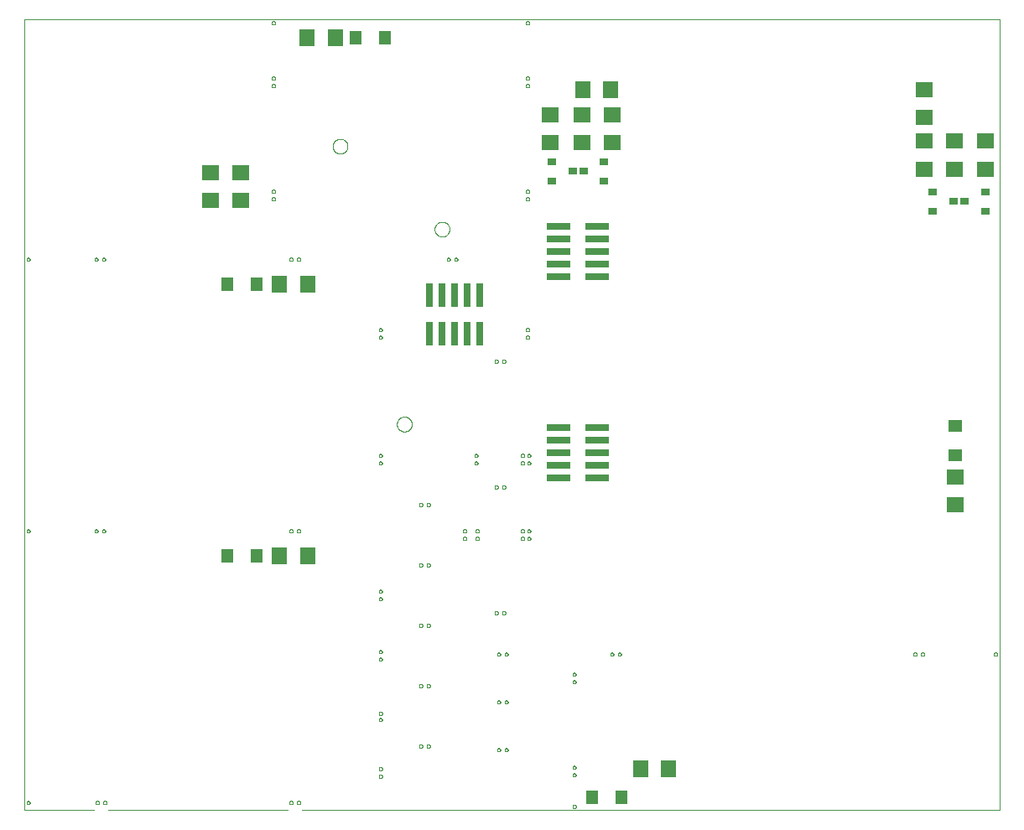
<source format=gtp>
G75*
%MOIN*%
%OFA0B0*%
%FSLAX25Y25*%
%IPPOS*%
%LPD*%
%AMOC8*
5,1,8,0,0,1.08239X$1,22.5*
%
%ADD10C,0.00000*%
%ADD11R,0.04724X0.05512*%
%ADD12R,0.06299X0.07098*%
%ADD13R,0.02992X0.09449*%
%ADD14R,0.03543X0.03150*%
%ADD15R,0.07098X0.06299*%
%ADD16R,0.09449X0.02992*%
%ADD17R,0.05512X0.04724*%
%ADD18R,0.07087X0.06299*%
D10*
X0003550Y0003550D02*
X0031294Y0003550D01*
X0031861Y0006550D02*
X0031863Y0006602D01*
X0031869Y0006654D01*
X0031879Y0006705D01*
X0031892Y0006755D01*
X0031910Y0006805D01*
X0031931Y0006852D01*
X0031955Y0006898D01*
X0031984Y0006942D01*
X0032015Y0006984D01*
X0032049Y0007023D01*
X0032086Y0007060D01*
X0032126Y0007093D01*
X0032169Y0007124D01*
X0032213Y0007151D01*
X0032259Y0007175D01*
X0032308Y0007195D01*
X0032357Y0007211D01*
X0032408Y0007224D01*
X0032459Y0007233D01*
X0032511Y0007238D01*
X0032563Y0007239D01*
X0032615Y0007236D01*
X0032667Y0007229D01*
X0032718Y0007218D01*
X0032768Y0007204D01*
X0032817Y0007185D01*
X0032864Y0007163D01*
X0032909Y0007138D01*
X0032953Y0007109D01*
X0032994Y0007077D01*
X0033033Y0007042D01*
X0033068Y0007004D01*
X0033101Y0006963D01*
X0033131Y0006921D01*
X0033157Y0006876D01*
X0033180Y0006829D01*
X0033199Y0006780D01*
X0033215Y0006730D01*
X0033227Y0006680D01*
X0033235Y0006628D01*
X0033239Y0006576D01*
X0033239Y0006524D01*
X0033235Y0006472D01*
X0033227Y0006420D01*
X0033215Y0006370D01*
X0033199Y0006320D01*
X0033180Y0006271D01*
X0033157Y0006224D01*
X0033131Y0006179D01*
X0033101Y0006137D01*
X0033068Y0006096D01*
X0033033Y0006058D01*
X0032994Y0006023D01*
X0032953Y0005991D01*
X0032909Y0005962D01*
X0032864Y0005937D01*
X0032817Y0005915D01*
X0032768Y0005896D01*
X0032718Y0005882D01*
X0032667Y0005871D01*
X0032615Y0005864D01*
X0032563Y0005861D01*
X0032511Y0005862D01*
X0032459Y0005867D01*
X0032408Y0005876D01*
X0032357Y0005889D01*
X0032308Y0005905D01*
X0032259Y0005925D01*
X0032213Y0005949D01*
X0032169Y0005976D01*
X0032126Y0006007D01*
X0032086Y0006040D01*
X0032049Y0006077D01*
X0032015Y0006116D01*
X0031984Y0006158D01*
X0031955Y0006202D01*
X0031931Y0006248D01*
X0031910Y0006295D01*
X0031892Y0006345D01*
X0031879Y0006395D01*
X0031869Y0006446D01*
X0031863Y0006498D01*
X0031861Y0006550D01*
X0034861Y0006550D02*
X0034863Y0006602D01*
X0034869Y0006654D01*
X0034879Y0006705D01*
X0034892Y0006755D01*
X0034910Y0006805D01*
X0034931Y0006852D01*
X0034955Y0006898D01*
X0034984Y0006942D01*
X0035015Y0006984D01*
X0035049Y0007023D01*
X0035086Y0007060D01*
X0035126Y0007093D01*
X0035169Y0007124D01*
X0035213Y0007151D01*
X0035259Y0007175D01*
X0035308Y0007195D01*
X0035357Y0007211D01*
X0035408Y0007224D01*
X0035459Y0007233D01*
X0035511Y0007238D01*
X0035563Y0007239D01*
X0035615Y0007236D01*
X0035667Y0007229D01*
X0035718Y0007218D01*
X0035768Y0007204D01*
X0035817Y0007185D01*
X0035864Y0007163D01*
X0035909Y0007138D01*
X0035953Y0007109D01*
X0035994Y0007077D01*
X0036033Y0007042D01*
X0036068Y0007004D01*
X0036101Y0006963D01*
X0036131Y0006921D01*
X0036157Y0006876D01*
X0036180Y0006829D01*
X0036199Y0006780D01*
X0036215Y0006730D01*
X0036227Y0006680D01*
X0036235Y0006628D01*
X0036239Y0006576D01*
X0036239Y0006524D01*
X0036235Y0006472D01*
X0036227Y0006420D01*
X0036215Y0006370D01*
X0036199Y0006320D01*
X0036180Y0006271D01*
X0036157Y0006224D01*
X0036131Y0006179D01*
X0036101Y0006137D01*
X0036068Y0006096D01*
X0036033Y0006058D01*
X0035994Y0006023D01*
X0035953Y0005991D01*
X0035909Y0005962D01*
X0035864Y0005937D01*
X0035817Y0005915D01*
X0035768Y0005896D01*
X0035718Y0005882D01*
X0035667Y0005871D01*
X0035615Y0005864D01*
X0035563Y0005861D01*
X0035511Y0005862D01*
X0035459Y0005867D01*
X0035408Y0005876D01*
X0035357Y0005889D01*
X0035308Y0005905D01*
X0035259Y0005925D01*
X0035213Y0005949D01*
X0035169Y0005976D01*
X0035126Y0006007D01*
X0035086Y0006040D01*
X0035049Y0006077D01*
X0035015Y0006116D01*
X0034984Y0006158D01*
X0034955Y0006202D01*
X0034931Y0006248D01*
X0034910Y0006295D01*
X0034892Y0006345D01*
X0034879Y0006395D01*
X0034869Y0006446D01*
X0034863Y0006498D01*
X0034861Y0006550D01*
X0036806Y0003550D02*
X0108294Y0003550D01*
X0108861Y0006550D02*
X0108863Y0006602D01*
X0108869Y0006654D01*
X0108879Y0006705D01*
X0108892Y0006755D01*
X0108910Y0006805D01*
X0108931Y0006852D01*
X0108955Y0006898D01*
X0108984Y0006942D01*
X0109015Y0006984D01*
X0109049Y0007023D01*
X0109086Y0007060D01*
X0109126Y0007093D01*
X0109169Y0007124D01*
X0109213Y0007151D01*
X0109259Y0007175D01*
X0109308Y0007195D01*
X0109357Y0007211D01*
X0109408Y0007224D01*
X0109459Y0007233D01*
X0109511Y0007238D01*
X0109563Y0007239D01*
X0109615Y0007236D01*
X0109667Y0007229D01*
X0109718Y0007218D01*
X0109768Y0007204D01*
X0109817Y0007185D01*
X0109864Y0007163D01*
X0109909Y0007138D01*
X0109953Y0007109D01*
X0109994Y0007077D01*
X0110033Y0007042D01*
X0110068Y0007004D01*
X0110101Y0006963D01*
X0110131Y0006921D01*
X0110157Y0006876D01*
X0110180Y0006829D01*
X0110199Y0006780D01*
X0110215Y0006730D01*
X0110227Y0006680D01*
X0110235Y0006628D01*
X0110239Y0006576D01*
X0110239Y0006524D01*
X0110235Y0006472D01*
X0110227Y0006420D01*
X0110215Y0006370D01*
X0110199Y0006320D01*
X0110180Y0006271D01*
X0110157Y0006224D01*
X0110131Y0006179D01*
X0110101Y0006137D01*
X0110068Y0006096D01*
X0110033Y0006058D01*
X0109994Y0006023D01*
X0109953Y0005991D01*
X0109909Y0005962D01*
X0109864Y0005937D01*
X0109817Y0005915D01*
X0109768Y0005896D01*
X0109718Y0005882D01*
X0109667Y0005871D01*
X0109615Y0005864D01*
X0109563Y0005861D01*
X0109511Y0005862D01*
X0109459Y0005867D01*
X0109408Y0005876D01*
X0109357Y0005889D01*
X0109308Y0005905D01*
X0109259Y0005925D01*
X0109213Y0005949D01*
X0109169Y0005976D01*
X0109126Y0006007D01*
X0109086Y0006040D01*
X0109049Y0006077D01*
X0109015Y0006116D01*
X0108984Y0006158D01*
X0108955Y0006202D01*
X0108931Y0006248D01*
X0108910Y0006295D01*
X0108892Y0006345D01*
X0108879Y0006395D01*
X0108869Y0006446D01*
X0108863Y0006498D01*
X0108861Y0006550D01*
X0111861Y0006550D02*
X0111863Y0006602D01*
X0111869Y0006654D01*
X0111879Y0006705D01*
X0111892Y0006755D01*
X0111910Y0006805D01*
X0111931Y0006852D01*
X0111955Y0006898D01*
X0111984Y0006942D01*
X0112015Y0006984D01*
X0112049Y0007023D01*
X0112086Y0007060D01*
X0112126Y0007093D01*
X0112169Y0007124D01*
X0112213Y0007151D01*
X0112259Y0007175D01*
X0112308Y0007195D01*
X0112357Y0007211D01*
X0112408Y0007224D01*
X0112459Y0007233D01*
X0112511Y0007238D01*
X0112563Y0007239D01*
X0112615Y0007236D01*
X0112667Y0007229D01*
X0112718Y0007218D01*
X0112768Y0007204D01*
X0112817Y0007185D01*
X0112864Y0007163D01*
X0112909Y0007138D01*
X0112953Y0007109D01*
X0112994Y0007077D01*
X0113033Y0007042D01*
X0113068Y0007004D01*
X0113101Y0006963D01*
X0113131Y0006921D01*
X0113157Y0006876D01*
X0113180Y0006829D01*
X0113199Y0006780D01*
X0113215Y0006730D01*
X0113227Y0006680D01*
X0113235Y0006628D01*
X0113239Y0006576D01*
X0113239Y0006524D01*
X0113235Y0006472D01*
X0113227Y0006420D01*
X0113215Y0006370D01*
X0113199Y0006320D01*
X0113180Y0006271D01*
X0113157Y0006224D01*
X0113131Y0006179D01*
X0113101Y0006137D01*
X0113068Y0006096D01*
X0113033Y0006058D01*
X0112994Y0006023D01*
X0112953Y0005991D01*
X0112909Y0005962D01*
X0112864Y0005937D01*
X0112817Y0005915D01*
X0112768Y0005896D01*
X0112718Y0005882D01*
X0112667Y0005871D01*
X0112615Y0005864D01*
X0112563Y0005861D01*
X0112511Y0005862D01*
X0112459Y0005867D01*
X0112408Y0005876D01*
X0112357Y0005889D01*
X0112308Y0005905D01*
X0112259Y0005925D01*
X0112213Y0005949D01*
X0112169Y0005976D01*
X0112126Y0006007D01*
X0112086Y0006040D01*
X0112049Y0006077D01*
X0112015Y0006116D01*
X0111984Y0006158D01*
X0111955Y0006202D01*
X0111931Y0006248D01*
X0111910Y0006295D01*
X0111892Y0006345D01*
X0111879Y0006395D01*
X0111869Y0006446D01*
X0111863Y0006498D01*
X0111861Y0006550D01*
X0113806Y0003550D02*
X0391251Y0003550D01*
X0391251Y0318011D01*
X0003550Y0318011D01*
X0003550Y0003550D01*
X0004361Y0006550D02*
X0004363Y0006602D01*
X0004369Y0006654D01*
X0004379Y0006705D01*
X0004392Y0006755D01*
X0004410Y0006805D01*
X0004431Y0006852D01*
X0004455Y0006898D01*
X0004484Y0006942D01*
X0004515Y0006984D01*
X0004549Y0007023D01*
X0004586Y0007060D01*
X0004626Y0007093D01*
X0004669Y0007124D01*
X0004713Y0007151D01*
X0004759Y0007175D01*
X0004808Y0007195D01*
X0004857Y0007211D01*
X0004908Y0007224D01*
X0004959Y0007233D01*
X0005011Y0007238D01*
X0005063Y0007239D01*
X0005115Y0007236D01*
X0005167Y0007229D01*
X0005218Y0007218D01*
X0005268Y0007204D01*
X0005317Y0007185D01*
X0005364Y0007163D01*
X0005409Y0007138D01*
X0005453Y0007109D01*
X0005494Y0007077D01*
X0005533Y0007042D01*
X0005568Y0007004D01*
X0005601Y0006963D01*
X0005631Y0006921D01*
X0005657Y0006876D01*
X0005680Y0006829D01*
X0005699Y0006780D01*
X0005715Y0006730D01*
X0005727Y0006680D01*
X0005735Y0006628D01*
X0005739Y0006576D01*
X0005739Y0006524D01*
X0005735Y0006472D01*
X0005727Y0006420D01*
X0005715Y0006370D01*
X0005699Y0006320D01*
X0005680Y0006271D01*
X0005657Y0006224D01*
X0005631Y0006179D01*
X0005601Y0006137D01*
X0005568Y0006096D01*
X0005533Y0006058D01*
X0005494Y0006023D01*
X0005453Y0005991D01*
X0005409Y0005962D01*
X0005364Y0005937D01*
X0005317Y0005915D01*
X0005268Y0005896D01*
X0005218Y0005882D01*
X0005167Y0005871D01*
X0005115Y0005864D01*
X0005063Y0005861D01*
X0005011Y0005862D01*
X0004959Y0005867D01*
X0004908Y0005876D01*
X0004857Y0005889D01*
X0004808Y0005905D01*
X0004759Y0005925D01*
X0004713Y0005949D01*
X0004669Y0005976D01*
X0004626Y0006007D01*
X0004586Y0006040D01*
X0004549Y0006077D01*
X0004515Y0006116D01*
X0004484Y0006158D01*
X0004455Y0006202D01*
X0004431Y0006248D01*
X0004410Y0006295D01*
X0004392Y0006345D01*
X0004379Y0006395D01*
X0004369Y0006446D01*
X0004363Y0006498D01*
X0004361Y0006550D01*
X0004361Y0114550D02*
X0004363Y0114602D01*
X0004369Y0114654D01*
X0004379Y0114705D01*
X0004392Y0114755D01*
X0004410Y0114805D01*
X0004431Y0114852D01*
X0004455Y0114898D01*
X0004484Y0114942D01*
X0004515Y0114984D01*
X0004549Y0115023D01*
X0004586Y0115060D01*
X0004626Y0115093D01*
X0004669Y0115124D01*
X0004713Y0115151D01*
X0004759Y0115175D01*
X0004808Y0115195D01*
X0004857Y0115211D01*
X0004908Y0115224D01*
X0004959Y0115233D01*
X0005011Y0115238D01*
X0005063Y0115239D01*
X0005115Y0115236D01*
X0005167Y0115229D01*
X0005218Y0115218D01*
X0005268Y0115204D01*
X0005317Y0115185D01*
X0005364Y0115163D01*
X0005409Y0115138D01*
X0005453Y0115109D01*
X0005494Y0115077D01*
X0005533Y0115042D01*
X0005568Y0115004D01*
X0005601Y0114963D01*
X0005631Y0114921D01*
X0005657Y0114876D01*
X0005680Y0114829D01*
X0005699Y0114780D01*
X0005715Y0114730D01*
X0005727Y0114680D01*
X0005735Y0114628D01*
X0005739Y0114576D01*
X0005739Y0114524D01*
X0005735Y0114472D01*
X0005727Y0114420D01*
X0005715Y0114370D01*
X0005699Y0114320D01*
X0005680Y0114271D01*
X0005657Y0114224D01*
X0005631Y0114179D01*
X0005601Y0114137D01*
X0005568Y0114096D01*
X0005533Y0114058D01*
X0005494Y0114023D01*
X0005453Y0113991D01*
X0005409Y0113962D01*
X0005364Y0113937D01*
X0005317Y0113915D01*
X0005268Y0113896D01*
X0005218Y0113882D01*
X0005167Y0113871D01*
X0005115Y0113864D01*
X0005063Y0113861D01*
X0005011Y0113862D01*
X0004959Y0113867D01*
X0004908Y0113876D01*
X0004857Y0113889D01*
X0004808Y0113905D01*
X0004759Y0113925D01*
X0004713Y0113949D01*
X0004669Y0113976D01*
X0004626Y0114007D01*
X0004586Y0114040D01*
X0004549Y0114077D01*
X0004515Y0114116D01*
X0004484Y0114158D01*
X0004455Y0114202D01*
X0004431Y0114248D01*
X0004410Y0114295D01*
X0004392Y0114345D01*
X0004379Y0114395D01*
X0004369Y0114446D01*
X0004363Y0114498D01*
X0004361Y0114550D01*
X0031361Y0114550D02*
X0031363Y0114602D01*
X0031369Y0114654D01*
X0031379Y0114705D01*
X0031392Y0114755D01*
X0031410Y0114805D01*
X0031431Y0114852D01*
X0031455Y0114898D01*
X0031484Y0114942D01*
X0031515Y0114984D01*
X0031549Y0115023D01*
X0031586Y0115060D01*
X0031626Y0115093D01*
X0031669Y0115124D01*
X0031713Y0115151D01*
X0031759Y0115175D01*
X0031808Y0115195D01*
X0031857Y0115211D01*
X0031908Y0115224D01*
X0031959Y0115233D01*
X0032011Y0115238D01*
X0032063Y0115239D01*
X0032115Y0115236D01*
X0032167Y0115229D01*
X0032218Y0115218D01*
X0032268Y0115204D01*
X0032317Y0115185D01*
X0032364Y0115163D01*
X0032409Y0115138D01*
X0032453Y0115109D01*
X0032494Y0115077D01*
X0032533Y0115042D01*
X0032568Y0115004D01*
X0032601Y0114963D01*
X0032631Y0114921D01*
X0032657Y0114876D01*
X0032680Y0114829D01*
X0032699Y0114780D01*
X0032715Y0114730D01*
X0032727Y0114680D01*
X0032735Y0114628D01*
X0032739Y0114576D01*
X0032739Y0114524D01*
X0032735Y0114472D01*
X0032727Y0114420D01*
X0032715Y0114370D01*
X0032699Y0114320D01*
X0032680Y0114271D01*
X0032657Y0114224D01*
X0032631Y0114179D01*
X0032601Y0114137D01*
X0032568Y0114096D01*
X0032533Y0114058D01*
X0032494Y0114023D01*
X0032453Y0113991D01*
X0032409Y0113962D01*
X0032364Y0113937D01*
X0032317Y0113915D01*
X0032268Y0113896D01*
X0032218Y0113882D01*
X0032167Y0113871D01*
X0032115Y0113864D01*
X0032063Y0113861D01*
X0032011Y0113862D01*
X0031959Y0113867D01*
X0031908Y0113876D01*
X0031857Y0113889D01*
X0031808Y0113905D01*
X0031759Y0113925D01*
X0031713Y0113949D01*
X0031669Y0113976D01*
X0031626Y0114007D01*
X0031586Y0114040D01*
X0031549Y0114077D01*
X0031515Y0114116D01*
X0031484Y0114158D01*
X0031455Y0114202D01*
X0031431Y0114248D01*
X0031410Y0114295D01*
X0031392Y0114345D01*
X0031379Y0114395D01*
X0031369Y0114446D01*
X0031363Y0114498D01*
X0031361Y0114550D01*
X0034361Y0114550D02*
X0034363Y0114602D01*
X0034369Y0114654D01*
X0034379Y0114705D01*
X0034392Y0114755D01*
X0034410Y0114805D01*
X0034431Y0114852D01*
X0034455Y0114898D01*
X0034484Y0114942D01*
X0034515Y0114984D01*
X0034549Y0115023D01*
X0034586Y0115060D01*
X0034626Y0115093D01*
X0034669Y0115124D01*
X0034713Y0115151D01*
X0034759Y0115175D01*
X0034808Y0115195D01*
X0034857Y0115211D01*
X0034908Y0115224D01*
X0034959Y0115233D01*
X0035011Y0115238D01*
X0035063Y0115239D01*
X0035115Y0115236D01*
X0035167Y0115229D01*
X0035218Y0115218D01*
X0035268Y0115204D01*
X0035317Y0115185D01*
X0035364Y0115163D01*
X0035409Y0115138D01*
X0035453Y0115109D01*
X0035494Y0115077D01*
X0035533Y0115042D01*
X0035568Y0115004D01*
X0035601Y0114963D01*
X0035631Y0114921D01*
X0035657Y0114876D01*
X0035680Y0114829D01*
X0035699Y0114780D01*
X0035715Y0114730D01*
X0035727Y0114680D01*
X0035735Y0114628D01*
X0035739Y0114576D01*
X0035739Y0114524D01*
X0035735Y0114472D01*
X0035727Y0114420D01*
X0035715Y0114370D01*
X0035699Y0114320D01*
X0035680Y0114271D01*
X0035657Y0114224D01*
X0035631Y0114179D01*
X0035601Y0114137D01*
X0035568Y0114096D01*
X0035533Y0114058D01*
X0035494Y0114023D01*
X0035453Y0113991D01*
X0035409Y0113962D01*
X0035364Y0113937D01*
X0035317Y0113915D01*
X0035268Y0113896D01*
X0035218Y0113882D01*
X0035167Y0113871D01*
X0035115Y0113864D01*
X0035063Y0113861D01*
X0035011Y0113862D01*
X0034959Y0113867D01*
X0034908Y0113876D01*
X0034857Y0113889D01*
X0034808Y0113905D01*
X0034759Y0113925D01*
X0034713Y0113949D01*
X0034669Y0113976D01*
X0034626Y0114007D01*
X0034586Y0114040D01*
X0034549Y0114077D01*
X0034515Y0114116D01*
X0034484Y0114158D01*
X0034455Y0114202D01*
X0034431Y0114248D01*
X0034410Y0114295D01*
X0034392Y0114345D01*
X0034379Y0114395D01*
X0034369Y0114446D01*
X0034363Y0114498D01*
X0034361Y0114550D01*
X0108861Y0114550D02*
X0108863Y0114602D01*
X0108869Y0114654D01*
X0108879Y0114705D01*
X0108892Y0114755D01*
X0108910Y0114805D01*
X0108931Y0114852D01*
X0108955Y0114898D01*
X0108984Y0114942D01*
X0109015Y0114984D01*
X0109049Y0115023D01*
X0109086Y0115060D01*
X0109126Y0115093D01*
X0109169Y0115124D01*
X0109213Y0115151D01*
X0109259Y0115175D01*
X0109308Y0115195D01*
X0109357Y0115211D01*
X0109408Y0115224D01*
X0109459Y0115233D01*
X0109511Y0115238D01*
X0109563Y0115239D01*
X0109615Y0115236D01*
X0109667Y0115229D01*
X0109718Y0115218D01*
X0109768Y0115204D01*
X0109817Y0115185D01*
X0109864Y0115163D01*
X0109909Y0115138D01*
X0109953Y0115109D01*
X0109994Y0115077D01*
X0110033Y0115042D01*
X0110068Y0115004D01*
X0110101Y0114963D01*
X0110131Y0114921D01*
X0110157Y0114876D01*
X0110180Y0114829D01*
X0110199Y0114780D01*
X0110215Y0114730D01*
X0110227Y0114680D01*
X0110235Y0114628D01*
X0110239Y0114576D01*
X0110239Y0114524D01*
X0110235Y0114472D01*
X0110227Y0114420D01*
X0110215Y0114370D01*
X0110199Y0114320D01*
X0110180Y0114271D01*
X0110157Y0114224D01*
X0110131Y0114179D01*
X0110101Y0114137D01*
X0110068Y0114096D01*
X0110033Y0114058D01*
X0109994Y0114023D01*
X0109953Y0113991D01*
X0109909Y0113962D01*
X0109864Y0113937D01*
X0109817Y0113915D01*
X0109768Y0113896D01*
X0109718Y0113882D01*
X0109667Y0113871D01*
X0109615Y0113864D01*
X0109563Y0113861D01*
X0109511Y0113862D01*
X0109459Y0113867D01*
X0109408Y0113876D01*
X0109357Y0113889D01*
X0109308Y0113905D01*
X0109259Y0113925D01*
X0109213Y0113949D01*
X0109169Y0113976D01*
X0109126Y0114007D01*
X0109086Y0114040D01*
X0109049Y0114077D01*
X0109015Y0114116D01*
X0108984Y0114158D01*
X0108955Y0114202D01*
X0108931Y0114248D01*
X0108910Y0114295D01*
X0108892Y0114345D01*
X0108879Y0114395D01*
X0108869Y0114446D01*
X0108863Y0114498D01*
X0108861Y0114550D01*
X0111861Y0114550D02*
X0111863Y0114602D01*
X0111869Y0114654D01*
X0111879Y0114705D01*
X0111892Y0114755D01*
X0111910Y0114805D01*
X0111931Y0114852D01*
X0111955Y0114898D01*
X0111984Y0114942D01*
X0112015Y0114984D01*
X0112049Y0115023D01*
X0112086Y0115060D01*
X0112126Y0115093D01*
X0112169Y0115124D01*
X0112213Y0115151D01*
X0112259Y0115175D01*
X0112308Y0115195D01*
X0112357Y0115211D01*
X0112408Y0115224D01*
X0112459Y0115233D01*
X0112511Y0115238D01*
X0112563Y0115239D01*
X0112615Y0115236D01*
X0112667Y0115229D01*
X0112718Y0115218D01*
X0112768Y0115204D01*
X0112817Y0115185D01*
X0112864Y0115163D01*
X0112909Y0115138D01*
X0112953Y0115109D01*
X0112994Y0115077D01*
X0113033Y0115042D01*
X0113068Y0115004D01*
X0113101Y0114963D01*
X0113131Y0114921D01*
X0113157Y0114876D01*
X0113180Y0114829D01*
X0113199Y0114780D01*
X0113215Y0114730D01*
X0113227Y0114680D01*
X0113235Y0114628D01*
X0113239Y0114576D01*
X0113239Y0114524D01*
X0113235Y0114472D01*
X0113227Y0114420D01*
X0113215Y0114370D01*
X0113199Y0114320D01*
X0113180Y0114271D01*
X0113157Y0114224D01*
X0113131Y0114179D01*
X0113101Y0114137D01*
X0113068Y0114096D01*
X0113033Y0114058D01*
X0112994Y0114023D01*
X0112953Y0113991D01*
X0112909Y0113962D01*
X0112864Y0113937D01*
X0112817Y0113915D01*
X0112768Y0113896D01*
X0112718Y0113882D01*
X0112667Y0113871D01*
X0112615Y0113864D01*
X0112563Y0113861D01*
X0112511Y0113862D01*
X0112459Y0113867D01*
X0112408Y0113876D01*
X0112357Y0113889D01*
X0112308Y0113905D01*
X0112259Y0113925D01*
X0112213Y0113949D01*
X0112169Y0113976D01*
X0112126Y0114007D01*
X0112086Y0114040D01*
X0112049Y0114077D01*
X0112015Y0114116D01*
X0111984Y0114158D01*
X0111955Y0114202D01*
X0111931Y0114248D01*
X0111910Y0114295D01*
X0111892Y0114345D01*
X0111879Y0114395D01*
X0111869Y0114446D01*
X0111863Y0114498D01*
X0111861Y0114550D01*
X0144361Y0090550D02*
X0144363Y0090602D01*
X0144369Y0090654D01*
X0144379Y0090705D01*
X0144392Y0090755D01*
X0144410Y0090805D01*
X0144431Y0090852D01*
X0144455Y0090898D01*
X0144484Y0090942D01*
X0144515Y0090984D01*
X0144549Y0091023D01*
X0144586Y0091060D01*
X0144626Y0091093D01*
X0144669Y0091124D01*
X0144713Y0091151D01*
X0144759Y0091175D01*
X0144808Y0091195D01*
X0144857Y0091211D01*
X0144908Y0091224D01*
X0144959Y0091233D01*
X0145011Y0091238D01*
X0145063Y0091239D01*
X0145115Y0091236D01*
X0145167Y0091229D01*
X0145218Y0091218D01*
X0145268Y0091204D01*
X0145317Y0091185D01*
X0145364Y0091163D01*
X0145409Y0091138D01*
X0145453Y0091109D01*
X0145494Y0091077D01*
X0145533Y0091042D01*
X0145568Y0091004D01*
X0145601Y0090963D01*
X0145631Y0090921D01*
X0145657Y0090876D01*
X0145680Y0090829D01*
X0145699Y0090780D01*
X0145715Y0090730D01*
X0145727Y0090680D01*
X0145735Y0090628D01*
X0145739Y0090576D01*
X0145739Y0090524D01*
X0145735Y0090472D01*
X0145727Y0090420D01*
X0145715Y0090370D01*
X0145699Y0090320D01*
X0145680Y0090271D01*
X0145657Y0090224D01*
X0145631Y0090179D01*
X0145601Y0090137D01*
X0145568Y0090096D01*
X0145533Y0090058D01*
X0145494Y0090023D01*
X0145453Y0089991D01*
X0145409Y0089962D01*
X0145364Y0089937D01*
X0145317Y0089915D01*
X0145268Y0089896D01*
X0145218Y0089882D01*
X0145167Y0089871D01*
X0145115Y0089864D01*
X0145063Y0089861D01*
X0145011Y0089862D01*
X0144959Y0089867D01*
X0144908Y0089876D01*
X0144857Y0089889D01*
X0144808Y0089905D01*
X0144759Y0089925D01*
X0144713Y0089949D01*
X0144669Y0089976D01*
X0144626Y0090007D01*
X0144586Y0090040D01*
X0144549Y0090077D01*
X0144515Y0090116D01*
X0144484Y0090158D01*
X0144455Y0090202D01*
X0144431Y0090248D01*
X0144410Y0090295D01*
X0144392Y0090345D01*
X0144379Y0090395D01*
X0144369Y0090446D01*
X0144363Y0090498D01*
X0144361Y0090550D01*
X0144361Y0087550D02*
X0144363Y0087602D01*
X0144369Y0087654D01*
X0144379Y0087705D01*
X0144392Y0087755D01*
X0144410Y0087805D01*
X0144431Y0087852D01*
X0144455Y0087898D01*
X0144484Y0087942D01*
X0144515Y0087984D01*
X0144549Y0088023D01*
X0144586Y0088060D01*
X0144626Y0088093D01*
X0144669Y0088124D01*
X0144713Y0088151D01*
X0144759Y0088175D01*
X0144808Y0088195D01*
X0144857Y0088211D01*
X0144908Y0088224D01*
X0144959Y0088233D01*
X0145011Y0088238D01*
X0145063Y0088239D01*
X0145115Y0088236D01*
X0145167Y0088229D01*
X0145218Y0088218D01*
X0145268Y0088204D01*
X0145317Y0088185D01*
X0145364Y0088163D01*
X0145409Y0088138D01*
X0145453Y0088109D01*
X0145494Y0088077D01*
X0145533Y0088042D01*
X0145568Y0088004D01*
X0145601Y0087963D01*
X0145631Y0087921D01*
X0145657Y0087876D01*
X0145680Y0087829D01*
X0145699Y0087780D01*
X0145715Y0087730D01*
X0145727Y0087680D01*
X0145735Y0087628D01*
X0145739Y0087576D01*
X0145739Y0087524D01*
X0145735Y0087472D01*
X0145727Y0087420D01*
X0145715Y0087370D01*
X0145699Y0087320D01*
X0145680Y0087271D01*
X0145657Y0087224D01*
X0145631Y0087179D01*
X0145601Y0087137D01*
X0145568Y0087096D01*
X0145533Y0087058D01*
X0145494Y0087023D01*
X0145453Y0086991D01*
X0145409Y0086962D01*
X0145364Y0086937D01*
X0145317Y0086915D01*
X0145268Y0086896D01*
X0145218Y0086882D01*
X0145167Y0086871D01*
X0145115Y0086864D01*
X0145063Y0086861D01*
X0145011Y0086862D01*
X0144959Y0086867D01*
X0144908Y0086876D01*
X0144857Y0086889D01*
X0144808Y0086905D01*
X0144759Y0086925D01*
X0144713Y0086949D01*
X0144669Y0086976D01*
X0144626Y0087007D01*
X0144586Y0087040D01*
X0144549Y0087077D01*
X0144515Y0087116D01*
X0144484Y0087158D01*
X0144455Y0087202D01*
X0144431Y0087248D01*
X0144410Y0087295D01*
X0144392Y0087345D01*
X0144379Y0087395D01*
X0144369Y0087446D01*
X0144363Y0087498D01*
X0144361Y0087550D01*
X0160361Y0077050D02*
X0160363Y0077102D01*
X0160369Y0077154D01*
X0160379Y0077205D01*
X0160392Y0077255D01*
X0160410Y0077305D01*
X0160431Y0077352D01*
X0160455Y0077398D01*
X0160484Y0077442D01*
X0160515Y0077484D01*
X0160549Y0077523D01*
X0160586Y0077560D01*
X0160626Y0077593D01*
X0160669Y0077624D01*
X0160713Y0077651D01*
X0160759Y0077675D01*
X0160808Y0077695D01*
X0160857Y0077711D01*
X0160908Y0077724D01*
X0160959Y0077733D01*
X0161011Y0077738D01*
X0161063Y0077739D01*
X0161115Y0077736D01*
X0161167Y0077729D01*
X0161218Y0077718D01*
X0161268Y0077704D01*
X0161317Y0077685D01*
X0161364Y0077663D01*
X0161409Y0077638D01*
X0161453Y0077609D01*
X0161494Y0077577D01*
X0161533Y0077542D01*
X0161568Y0077504D01*
X0161601Y0077463D01*
X0161631Y0077421D01*
X0161657Y0077376D01*
X0161680Y0077329D01*
X0161699Y0077280D01*
X0161715Y0077230D01*
X0161727Y0077180D01*
X0161735Y0077128D01*
X0161739Y0077076D01*
X0161739Y0077024D01*
X0161735Y0076972D01*
X0161727Y0076920D01*
X0161715Y0076870D01*
X0161699Y0076820D01*
X0161680Y0076771D01*
X0161657Y0076724D01*
X0161631Y0076679D01*
X0161601Y0076637D01*
X0161568Y0076596D01*
X0161533Y0076558D01*
X0161494Y0076523D01*
X0161453Y0076491D01*
X0161409Y0076462D01*
X0161364Y0076437D01*
X0161317Y0076415D01*
X0161268Y0076396D01*
X0161218Y0076382D01*
X0161167Y0076371D01*
X0161115Y0076364D01*
X0161063Y0076361D01*
X0161011Y0076362D01*
X0160959Y0076367D01*
X0160908Y0076376D01*
X0160857Y0076389D01*
X0160808Y0076405D01*
X0160759Y0076425D01*
X0160713Y0076449D01*
X0160669Y0076476D01*
X0160626Y0076507D01*
X0160586Y0076540D01*
X0160549Y0076577D01*
X0160515Y0076616D01*
X0160484Y0076658D01*
X0160455Y0076702D01*
X0160431Y0076748D01*
X0160410Y0076795D01*
X0160392Y0076845D01*
X0160379Y0076895D01*
X0160369Y0076946D01*
X0160363Y0076998D01*
X0160361Y0077050D01*
X0163361Y0077050D02*
X0163363Y0077102D01*
X0163369Y0077154D01*
X0163379Y0077205D01*
X0163392Y0077255D01*
X0163410Y0077305D01*
X0163431Y0077352D01*
X0163455Y0077398D01*
X0163484Y0077442D01*
X0163515Y0077484D01*
X0163549Y0077523D01*
X0163586Y0077560D01*
X0163626Y0077593D01*
X0163669Y0077624D01*
X0163713Y0077651D01*
X0163759Y0077675D01*
X0163808Y0077695D01*
X0163857Y0077711D01*
X0163908Y0077724D01*
X0163959Y0077733D01*
X0164011Y0077738D01*
X0164063Y0077739D01*
X0164115Y0077736D01*
X0164167Y0077729D01*
X0164218Y0077718D01*
X0164268Y0077704D01*
X0164317Y0077685D01*
X0164364Y0077663D01*
X0164409Y0077638D01*
X0164453Y0077609D01*
X0164494Y0077577D01*
X0164533Y0077542D01*
X0164568Y0077504D01*
X0164601Y0077463D01*
X0164631Y0077421D01*
X0164657Y0077376D01*
X0164680Y0077329D01*
X0164699Y0077280D01*
X0164715Y0077230D01*
X0164727Y0077180D01*
X0164735Y0077128D01*
X0164739Y0077076D01*
X0164739Y0077024D01*
X0164735Y0076972D01*
X0164727Y0076920D01*
X0164715Y0076870D01*
X0164699Y0076820D01*
X0164680Y0076771D01*
X0164657Y0076724D01*
X0164631Y0076679D01*
X0164601Y0076637D01*
X0164568Y0076596D01*
X0164533Y0076558D01*
X0164494Y0076523D01*
X0164453Y0076491D01*
X0164409Y0076462D01*
X0164364Y0076437D01*
X0164317Y0076415D01*
X0164268Y0076396D01*
X0164218Y0076382D01*
X0164167Y0076371D01*
X0164115Y0076364D01*
X0164063Y0076361D01*
X0164011Y0076362D01*
X0163959Y0076367D01*
X0163908Y0076376D01*
X0163857Y0076389D01*
X0163808Y0076405D01*
X0163759Y0076425D01*
X0163713Y0076449D01*
X0163669Y0076476D01*
X0163626Y0076507D01*
X0163586Y0076540D01*
X0163549Y0076577D01*
X0163515Y0076616D01*
X0163484Y0076658D01*
X0163455Y0076702D01*
X0163431Y0076748D01*
X0163410Y0076795D01*
X0163392Y0076845D01*
X0163379Y0076895D01*
X0163369Y0076946D01*
X0163363Y0076998D01*
X0163361Y0077050D01*
X0144361Y0066550D02*
X0144363Y0066602D01*
X0144369Y0066654D01*
X0144379Y0066705D01*
X0144392Y0066755D01*
X0144410Y0066805D01*
X0144431Y0066852D01*
X0144455Y0066898D01*
X0144484Y0066942D01*
X0144515Y0066984D01*
X0144549Y0067023D01*
X0144586Y0067060D01*
X0144626Y0067093D01*
X0144669Y0067124D01*
X0144713Y0067151D01*
X0144759Y0067175D01*
X0144808Y0067195D01*
X0144857Y0067211D01*
X0144908Y0067224D01*
X0144959Y0067233D01*
X0145011Y0067238D01*
X0145063Y0067239D01*
X0145115Y0067236D01*
X0145167Y0067229D01*
X0145218Y0067218D01*
X0145268Y0067204D01*
X0145317Y0067185D01*
X0145364Y0067163D01*
X0145409Y0067138D01*
X0145453Y0067109D01*
X0145494Y0067077D01*
X0145533Y0067042D01*
X0145568Y0067004D01*
X0145601Y0066963D01*
X0145631Y0066921D01*
X0145657Y0066876D01*
X0145680Y0066829D01*
X0145699Y0066780D01*
X0145715Y0066730D01*
X0145727Y0066680D01*
X0145735Y0066628D01*
X0145739Y0066576D01*
X0145739Y0066524D01*
X0145735Y0066472D01*
X0145727Y0066420D01*
X0145715Y0066370D01*
X0145699Y0066320D01*
X0145680Y0066271D01*
X0145657Y0066224D01*
X0145631Y0066179D01*
X0145601Y0066137D01*
X0145568Y0066096D01*
X0145533Y0066058D01*
X0145494Y0066023D01*
X0145453Y0065991D01*
X0145409Y0065962D01*
X0145364Y0065937D01*
X0145317Y0065915D01*
X0145268Y0065896D01*
X0145218Y0065882D01*
X0145167Y0065871D01*
X0145115Y0065864D01*
X0145063Y0065861D01*
X0145011Y0065862D01*
X0144959Y0065867D01*
X0144908Y0065876D01*
X0144857Y0065889D01*
X0144808Y0065905D01*
X0144759Y0065925D01*
X0144713Y0065949D01*
X0144669Y0065976D01*
X0144626Y0066007D01*
X0144586Y0066040D01*
X0144549Y0066077D01*
X0144515Y0066116D01*
X0144484Y0066158D01*
X0144455Y0066202D01*
X0144431Y0066248D01*
X0144410Y0066295D01*
X0144392Y0066345D01*
X0144379Y0066395D01*
X0144369Y0066446D01*
X0144363Y0066498D01*
X0144361Y0066550D01*
X0144361Y0063550D02*
X0144363Y0063602D01*
X0144369Y0063654D01*
X0144379Y0063705D01*
X0144392Y0063755D01*
X0144410Y0063805D01*
X0144431Y0063852D01*
X0144455Y0063898D01*
X0144484Y0063942D01*
X0144515Y0063984D01*
X0144549Y0064023D01*
X0144586Y0064060D01*
X0144626Y0064093D01*
X0144669Y0064124D01*
X0144713Y0064151D01*
X0144759Y0064175D01*
X0144808Y0064195D01*
X0144857Y0064211D01*
X0144908Y0064224D01*
X0144959Y0064233D01*
X0145011Y0064238D01*
X0145063Y0064239D01*
X0145115Y0064236D01*
X0145167Y0064229D01*
X0145218Y0064218D01*
X0145268Y0064204D01*
X0145317Y0064185D01*
X0145364Y0064163D01*
X0145409Y0064138D01*
X0145453Y0064109D01*
X0145494Y0064077D01*
X0145533Y0064042D01*
X0145568Y0064004D01*
X0145601Y0063963D01*
X0145631Y0063921D01*
X0145657Y0063876D01*
X0145680Y0063829D01*
X0145699Y0063780D01*
X0145715Y0063730D01*
X0145727Y0063680D01*
X0145735Y0063628D01*
X0145739Y0063576D01*
X0145739Y0063524D01*
X0145735Y0063472D01*
X0145727Y0063420D01*
X0145715Y0063370D01*
X0145699Y0063320D01*
X0145680Y0063271D01*
X0145657Y0063224D01*
X0145631Y0063179D01*
X0145601Y0063137D01*
X0145568Y0063096D01*
X0145533Y0063058D01*
X0145494Y0063023D01*
X0145453Y0062991D01*
X0145409Y0062962D01*
X0145364Y0062937D01*
X0145317Y0062915D01*
X0145268Y0062896D01*
X0145218Y0062882D01*
X0145167Y0062871D01*
X0145115Y0062864D01*
X0145063Y0062861D01*
X0145011Y0062862D01*
X0144959Y0062867D01*
X0144908Y0062876D01*
X0144857Y0062889D01*
X0144808Y0062905D01*
X0144759Y0062925D01*
X0144713Y0062949D01*
X0144669Y0062976D01*
X0144626Y0063007D01*
X0144586Y0063040D01*
X0144549Y0063077D01*
X0144515Y0063116D01*
X0144484Y0063158D01*
X0144455Y0063202D01*
X0144431Y0063248D01*
X0144410Y0063295D01*
X0144392Y0063345D01*
X0144379Y0063395D01*
X0144369Y0063446D01*
X0144363Y0063498D01*
X0144361Y0063550D01*
X0160361Y0053050D02*
X0160363Y0053102D01*
X0160369Y0053154D01*
X0160379Y0053205D01*
X0160392Y0053255D01*
X0160410Y0053305D01*
X0160431Y0053352D01*
X0160455Y0053398D01*
X0160484Y0053442D01*
X0160515Y0053484D01*
X0160549Y0053523D01*
X0160586Y0053560D01*
X0160626Y0053593D01*
X0160669Y0053624D01*
X0160713Y0053651D01*
X0160759Y0053675D01*
X0160808Y0053695D01*
X0160857Y0053711D01*
X0160908Y0053724D01*
X0160959Y0053733D01*
X0161011Y0053738D01*
X0161063Y0053739D01*
X0161115Y0053736D01*
X0161167Y0053729D01*
X0161218Y0053718D01*
X0161268Y0053704D01*
X0161317Y0053685D01*
X0161364Y0053663D01*
X0161409Y0053638D01*
X0161453Y0053609D01*
X0161494Y0053577D01*
X0161533Y0053542D01*
X0161568Y0053504D01*
X0161601Y0053463D01*
X0161631Y0053421D01*
X0161657Y0053376D01*
X0161680Y0053329D01*
X0161699Y0053280D01*
X0161715Y0053230D01*
X0161727Y0053180D01*
X0161735Y0053128D01*
X0161739Y0053076D01*
X0161739Y0053024D01*
X0161735Y0052972D01*
X0161727Y0052920D01*
X0161715Y0052870D01*
X0161699Y0052820D01*
X0161680Y0052771D01*
X0161657Y0052724D01*
X0161631Y0052679D01*
X0161601Y0052637D01*
X0161568Y0052596D01*
X0161533Y0052558D01*
X0161494Y0052523D01*
X0161453Y0052491D01*
X0161409Y0052462D01*
X0161364Y0052437D01*
X0161317Y0052415D01*
X0161268Y0052396D01*
X0161218Y0052382D01*
X0161167Y0052371D01*
X0161115Y0052364D01*
X0161063Y0052361D01*
X0161011Y0052362D01*
X0160959Y0052367D01*
X0160908Y0052376D01*
X0160857Y0052389D01*
X0160808Y0052405D01*
X0160759Y0052425D01*
X0160713Y0052449D01*
X0160669Y0052476D01*
X0160626Y0052507D01*
X0160586Y0052540D01*
X0160549Y0052577D01*
X0160515Y0052616D01*
X0160484Y0052658D01*
X0160455Y0052702D01*
X0160431Y0052748D01*
X0160410Y0052795D01*
X0160392Y0052845D01*
X0160379Y0052895D01*
X0160369Y0052946D01*
X0160363Y0052998D01*
X0160361Y0053050D01*
X0163361Y0053050D02*
X0163363Y0053102D01*
X0163369Y0053154D01*
X0163379Y0053205D01*
X0163392Y0053255D01*
X0163410Y0053305D01*
X0163431Y0053352D01*
X0163455Y0053398D01*
X0163484Y0053442D01*
X0163515Y0053484D01*
X0163549Y0053523D01*
X0163586Y0053560D01*
X0163626Y0053593D01*
X0163669Y0053624D01*
X0163713Y0053651D01*
X0163759Y0053675D01*
X0163808Y0053695D01*
X0163857Y0053711D01*
X0163908Y0053724D01*
X0163959Y0053733D01*
X0164011Y0053738D01*
X0164063Y0053739D01*
X0164115Y0053736D01*
X0164167Y0053729D01*
X0164218Y0053718D01*
X0164268Y0053704D01*
X0164317Y0053685D01*
X0164364Y0053663D01*
X0164409Y0053638D01*
X0164453Y0053609D01*
X0164494Y0053577D01*
X0164533Y0053542D01*
X0164568Y0053504D01*
X0164601Y0053463D01*
X0164631Y0053421D01*
X0164657Y0053376D01*
X0164680Y0053329D01*
X0164699Y0053280D01*
X0164715Y0053230D01*
X0164727Y0053180D01*
X0164735Y0053128D01*
X0164739Y0053076D01*
X0164739Y0053024D01*
X0164735Y0052972D01*
X0164727Y0052920D01*
X0164715Y0052870D01*
X0164699Y0052820D01*
X0164680Y0052771D01*
X0164657Y0052724D01*
X0164631Y0052679D01*
X0164601Y0052637D01*
X0164568Y0052596D01*
X0164533Y0052558D01*
X0164494Y0052523D01*
X0164453Y0052491D01*
X0164409Y0052462D01*
X0164364Y0052437D01*
X0164317Y0052415D01*
X0164268Y0052396D01*
X0164218Y0052382D01*
X0164167Y0052371D01*
X0164115Y0052364D01*
X0164063Y0052361D01*
X0164011Y0052362D01*
X0163959Y0052367D01*
X0163908Y0052376D01*
X0163857Y0052389D01*
X0163808Y0052405D01*
X0163759Y0052425D01*
X0163713Y0052449D01*
X0163669Y0052476D01*
X0163626Y0052507D01*
X0163586Y0052540D01*
X0163549Y0052577D01*
X0163515Y0052616D01*
X0163484Y0052658D01*
X0163455Y0052702D01*
X0163431Y0052748D01*
X0163410Y0052795D01*
X0163392Y0052845D01*
X0163379Y0052895D01*
X0163369Y0052946D01*
X0163363Y0052998D01*
X0163361Y0053050D01*
X0144361Y0042050D02*
X0144363Y0042102D01*
X0144369Y0042154D01*
X0144379Y0042205D01*
X0144392Y0042255D01*
X0144410Y0042305D01*
X0144431Y0042352D01*
X0144455Y0042398D01*
X0144484Y0042442D01*
X0144515Y0042484D01*
X0144549Y0042523D01*
X0144586Y0042560D01*
X0144626Y0042593D01*
X0144669Y0042624D01*
X0144713Y0042651D01*
X0144759Y0042675D01*
X0144808Y0042695D01*
X0144857Y0042711D01*
X0144908Y0042724D01*
X0144959Y0042733D01*
X0145011Y0042738D01*
X0145063Y0042739D01*
X0145115Y0042736D01*
X0145167Y0042729D01*
X0145218Y0042718D01*
X0145268Y0042704D01*
X0145317Y0042685D01*
X0145364Y0042663D01*
X0145409Y0042638D01*
X0145453Y0042609D01*
X0145494Y0042577D01*
X0145533Y0042542D01*
X0145568Y0042504D01*
X0145601Y0042463D01*
X0145631Y0042421D01*
X0145657Y0042376D01*
X0145680Y0042329D01*
X0145699Y0042280D01*
X0145715Y0042230D01*
X0145727Y0042180D01*
X0145735Y0042128D01*
X0145739Y0042076D01*
X0145739Y0042024D01*
X0145735Y0041972D01*
X0145727Y0041920D01*
X0145715Y0041870D01*
X0145699Y0041820D01*
X0145680Y0041771D01*
X0145657Y0041724D01*
X0145631Y0041679D01*
X0145601Y0041637D01*
X0145568Y0041596D01*
X0145533Y0041558D01*
X0145494Y0041523D01*
X0145453Y0041491D01*
X0145409Y0041462D01*
X0145364Y0041437D01*
X0145317Y0041415D01*
X0145268Y0041396D01*
X0145218Y0041382D01*
X0145167Y0041371D01*
X0145115Y0041364D01*
X0145063Y0041361D01*
X0145011Y0041362D01*
X0144959Y0041367D01*
X0144908Y0041376D01*
X0144857Y0041389D01*
X0144808Y0041405D01*
X0144759Y0041425D01*
X0144713Y0041449D01*
X0144669Y0041476D01*
X0144626Y0041507D01*
X0144586Y0041540D01*
X0144549Y0041577D01*
X0144515Y0041616D01*
X0144484Y0041658D01*
X0144455Y0041702D01*
X0144431Y0041748D01*
X0144410Y0041795D01*
X0144392Y0041845D01*
X0144379Y0041895D01*
X0144369Y0041946D01*
X0144363Y0041998D01*
X0144361Y0042050D01*
X0144361Y0039550D02*
X0144363Y0039602D01*
X0144369Y0039654D01*
X0144379Y0039705D01*
X0144392Y0039755D01*
X0144410Y0039805D01*
X0144431Y0039852D01*
X0144455Y0039898D01*
X0144484Y0039942D01*
X0144515Y0039984D01*
X0144549Y0040023D01*
X0144586Y0040060D01*
X0144626Y0040093D01*
X0144669Y0040124D01*
X0144713Y0040151D01*
X0144759Y0040175D01*
X0144808Y0040195D01*
X0144857Y0040211D01*
X0144908Y0040224D01*
X0144959Y0040233D01*
X0145011Y0040238D01*
X0145063Y0040239D01*
X0145115Y0040236D01*
X0145167Y0040229D01*
X0145218Y0040218D01*
X0145268Y0040204D01*
X0145317Y0040185D01*
X0145364Y0040163D01*
X0145409Y0040138D01*
X0145453Y0040109D01*
X0145494Y0040077D01*
X0145533Y0040042D01*
X0145568Y0040004D01*
X0145601Y0039963D01*
X0145631Y0039921D01*
X0145657Y0039876D01*
X0145680Y0039829D01*
X0145699Y0039780D01*
X0145715Y0039730D01*
X0145727Y0039680D01*
X0145735Y0039628D01*
X0145739Y0039576D01*
X0145739Y0039524D01*
X0145735Y0039472D01*
X0145727Y0039420D01*
X0145715Y0039370D01*
X0145699Y0039320D01*
X0145680Y0039271D01*
X0145657Y0039224D01*
X0145631Y0039179D01*
X0145601Y0039137D01*
X0145568Y0039096D01*
X0145533Y0039058D01*
X0145494Y0039023D01*
X0145453Y0038991D01*
X0145409Y0038962D01*
X0145364Y0038937D01*
X0145317Y0038915D01*
X0145268Y0038896D01*
X0145218Y0038882D01*
X0145167Y0038871D01*
X0145115Y0038864D01*
X0145063Y0038861D01*
X0145011Y0038862D01*
X0144959Y0038867D01*
X0144908Y0038876D01*
X0144857Y0038889D01*
X0144808Y0038905D01*
X0144759Y0038925D01*
X0144713Y0038949D01*
X0144669Y0038976D01*
X0144626Y0039007D01*
X0144586Y0039040D01*
X0144549Y0039077D01*
X0144515Y0039116D01*
X0144484Y0039158D01*
X0144455Y0039202D01*
X0144431Y0039248D01*
X0144410Y0039295D01*
X0144392Y0039345D01*
X0144379Y0039395D01*
X0144369Y0039446D01*
X0144363Y0039498D01*
X0144361Y0039550D01*
X0160361Y0029050D02*
X0160363Y0029102D01*
X0160369Y0029154D01*
X0160379Y0029205D01*
X0160392Y0029255D01*
X0160410Y0029305D01*
X0160431Y0029352D01*
X0160455Y0029398D01*
X0160484Y0029442D01*
X0160515Y0029484D01*
X0160549Y0029523D01*
X0160586Y0029560D01*
X0160626Y0029593D01*
X0160669Y0029624D01*
X0160713Y0029651D01*
X0160759Y0029675D01*
X0160808Y0029695D01*
X0160857Y0029711D01*
X0160908Y0029724D01*
X0160959Y0029733D01*
X0161011Y0029738D01*
X0161063Y0029739D01*
X0161115Y0029736D01*
X0161167Y0029729D01*
X0161218Y0029718D01*
X0161268Y0029704D01*
X0161317Y0029685D01*
X0161364Y0029663D01*
X0161409Y0029638D01*
X0161453Y0029609D01*
X0161494Y0029577D01*
X0161533Y0029542D01*
X0161568Y0029504D01*
X0161601Y0029463D01*
X0161631Y0029421D01*
X0161657Y0029376D01*
X0161680Y0029329D01*
X0161699Y0029280D01*
X0161715Y0029230D01*
X0161727Y0029180D01*
X0161735Y0029128D01*
X0161739Y0029076D01*
X0161739Y0029024D01*
X0161735Y0028972D01*
X0161727Y0028920D01*
X0161715Y0028870D01*
X0161699Y0028820D01*
X0161680Y0028771D01*
X0161657Y0028724D01*
X0161631Y0028679D01*
X0161601Y0028637D01*
X0161568Y0028596D01*
X0161533Y0028558D01*
X0161494Y0028523D01*
X0161453Y0028491D01*
X0161409Y0028462D01*
X0161364Y0028437D01*
X0161317Y0028415D01*
X0161268Y0028396D01*
X0161218Y0028382D01*
X0161167Y0028371D01*
X0161115Y0028364D01*
X0161063Y0028361D01*
X0161011Y0028362D01*
X0160959Y0028367D01*
X0160908Y0028376D01*
X0160857Y0028389D01*
X0160808Y0028405D01*
X0160759Y0028425D01*
X0160713Y0028449D01*
X0160669Y0028476D01*
X0160626Y0028507D01*
X0160586Y0028540D01*
X0160549Y0028577D01*
X0160515Y0028616D01*
X0160484Y0028658D01*
X0160455Y0028702D01*
X0160431Y0028748D01*
X0160410Y0028795D01*
X0160392Y0028845D01*
X0160379Y0028895D01*
X0160369Y0028946D01*
X0160363Y0028998D01*
X0160361Y0029050D01*
X0163361Y0029050D02*
X0163363Y0029102D01*
X0163369Y0029154D01*
X0163379Y0029205D01*
X0163392Y0029255D01*
X0163410Y0029305D01*
X0163431Y0029352D01*
X0163455Y0029398D01*
X0163484Y0029442D01*
X0163515Y0029484D01*
X0163549Y0029523D01*
X0163586Y0029560D01*
X0163626Y0029593D01*
X0163669Y0029624D01*
X0163713Y0029651D01*
X0163759Y0029675D01*
X0163808Y0029695D01*
X0163857Y0029711D01*
X0163908Y0029724D01*
X0163959Y0029733D01*
X0164011Y0029738D01*
X0164063Y0029739D01*
X0164115Y0029736D01*
X0164167Y0029729D01*
X0164218Y0029718D01*
X0164268Y0029704D01*
X0164317Y0029685D01*
X0164364Y0029663D01*
X0164409Y0029638D01*
X0164453Y0029609D01*
X0164494Y0029577D01*
X0164533Y0029542D01*
X0164568Y0029504D01*
X0164601Y0029463D01*
X0164631Y0029421D01*
X0164657Y0029376D01*
X0164680Y0029329D01*
X0164699Y0029280D01*
X0164715Y0029230D01*
X0164727Y0029180D01*
X0164735Y0029128D01*
X0164739Y0029076D01*
X0164739Y0029024D01*
X0164735Y0028972D01*
X0164727Y0028920D01*
X0164715Y0028870D01*
X0164699Y0028820D01*
X0164680Y0028771D01*
X0164657Y0028724D01*
X0164631Y0028679D01*
X0164601Y0028637D01*
X0164568Y0028596D01*
X0164533Y0028558D01*
X0164494Y0028523D01*
X0164453Y0028491D01*
X0164409Y0028462D01*
X0164364Y0028437D01*
X0164317Y0028415D01*
X0164268Y0028396D01*
X0164218Y0028382D01*
X0164167Y0028371D01*
X0164115Y0028364D01*
X0164063Y0028361D01*
X0164011Y0028362D01*
X0163959Y0028367D01*
X0163908Y0028376D01*
X0163857Y0028389D01*
X0163808Y0028405D01*
X0163759Y0028425D01*
X0163713Y0028449D01*
X0163669Y0028476D01*
X0163626Y0028507D01*
X0163586Y0028540D01*
X0163549Y0028577D01*
X0163515Y0028616D01*
X0163484Y0028658D01*
X0163455Y0028702D01*
X0163431Y0028748D01*
X0163410Y0028795D01*
X0163392Y0028845D01*
X0163379Y0028895D01*
X0163369Y0028946D01*
X0163363Y0028998D01*
X0163361Y0029050D01*
X0144361Y0020050D02*
X0144363Y0020102D01*
X0144369Y0020154D01*
X0144379Y0020205D01*
X0144392Y0020255D01*
X0144410Y0020305D01*
X0144431Y0020352D01*
X0144455Y0020398D01*
X0144484Y0020442D01*
X0144515Y0020484D01*
X0144549Y0020523D01*
X0144586Y0020560D01*
X0144626Y0020593D01*
X0144669Y0020624D01*
X0144713Y0020651D01*
X0144759Y0020675D01*
X0144808Y0020695D01*
X0144857Y0020711D01*
X0144908Y0020724D01*
X0144959Y0020733D01*
X0145011Y0020738D01*
X0145063Y0020739D01*
X0145115Y0020736D01*
X0145167Y0020729D01*
X0145218Y0020718D01*
X0145268Y0020704D01*
X0145317Y0020685D01*
X0145364Y0020663D01*
X0145409Y0020638D01*
X0145453Y0020609D01*
X0145494Y0020577D01*
X0145533Y0020542D01*
X0145568Y0020504D01*
X0145601Y0020463D01*
X0145631Y0020421D01*
X0145657Y0020376D01*
X0145680Y0020329D01*
X0145699Y0020280D01*
X0145715Y0020230D01*
X0145727Y0020180D01*
X0145735Y0020128D01*
X0145739Y0020076D01*
X0145739Y0020024D01*
X0145735Y0019972D01*
X0145727Y0019920D01*
X0145715Y0019870D01*
X0145699Y0019820D01*
X0145680Y0019771D01*
X0145657Y0019724D01*
X0145631Y0019679D01*
X0145601Y0019637D01*
X0145568Y0019596D01*
X0145533Y0019558D01*
X0145494Y0019523D01*
X0145453Y0019491D01*
X0145409Y0019462D01*
X0145364Y0019437D01*
X0145317Y0019415D01*
X0145268Y0019396D01*
X0145218Y0019382D01*
X0145167Y0019371D01*
X0145115Y0019364D01*
X0145063Y0019361D01*
X0145011Y0019362D01*
X0144959Y0019367D01*
X0144908Y0019376D01*
X0144857Y0019389D01*
X0144808Y0019405D01*
X0144759Y0019425D01*
X0144713Y0019449D01*
X0144669Y0019476D01*
X0144626Y0019507D01*
X0144586Y0019540D01*
X0144549Y0019577D01*
X0144515Y0019616D01*
X0144484Y0019658D01*
X0144455Y0019702D01*
X0144431Y0019748D01*
X0144410Y0019795D01*
X0144392Y0019845D01*
X0144379Y0019895D01*
X0144369Y0019946D01*
X0144363Y0019998D01*
X0144361Y0020050D01*
X0144361Y0017050D02*
X0144363Y0017102D01*
X0144369Y0017154D01*
X0144379Y0017205D01*
X0144392Y0017255D01*
X0144410Y0017305D01*
X0144431Y0017352D01*
X0144455Y0017398D01*
X0144484Y0017442D01*
X0144515Y0017484D01*
X0144549Y0017523D01*
X0144586Y0017560D01*
X0144626Y0017593D01*
X0144669Y0017624D01*
X0144713Y0017651D01*
X0144759Y0017675D01*
X0144808Y0017695D01*
X0144857Y0017711D01*
X0144908Y0017724D01*
X0144959Y0017733D01*
X0145011Y0017738D01*
X0145063Y0017739D01*
X0145115Y0017736D01*
X0145167Y0017729D01*
X0145218Y0017718D01*
X0145268Y0017704D01*
X0145317Y0017685D01*
X0145364Y0017663D01*
X0145409Y0017638D01*
X0145453Y0017609D01*
X0145494Y0017577D01*
X0145533Y0017542D01*
X0145568Y0017504D01*
X0145601Y0017463D01*
X0145631Y0017421D01*
X0145657Y0017376D01*
X0145680Y0017329D01*
X0145699Y0017280D01*
X0145715Y0017230D01*
X0145727Y0017180D01*
X0145735Y0017128D01*
X0145739Y0017076D01*
X0145739Y0017024D01*
X0145735Y0016972D01*
X0145727Y0016920D01*
X0145715Y0016870D01*
X0145699Y0016820D01*
X0145680Y0016771D01*
X0145657Y0016724D01*
X0145631Y0016679D01*
X0145601Y0016637D01*
X0145568Y0016596D01*
X0145533Y0016558D01*
X0145494Y0016523D01*
X0145453Y0016491D01*
X0145409Y0016462D01*
X0145364Y0016437D01*
X0145317Y0016415D01*
X0145268Y0016396D01*
X0145218Y0016382D01*
X0145167Y0016371D01*
X0145115Y0016364D01*
X0145063Y0016361D01*
X0145011Y0016362D01*
X0144959Y0016367D01*
X0144908Y0016376D01*
X0144857Y0016389D01*
X0144808Y0016405D01*
X0144759Y0016425D01*
X0144713Y0016449D01*
X0144669Y0016476D01*
X0144626Y0016507D01*
X0144586Y0016540D01*
X0144549Y0016577D01*
X0144515Y0016616D01*
X0144484Y0016658D01*
X0144455Y0016702D01*
X0144431Y0016748D01*
X0144410Y0016795D01*
X0144392Y0016845D01*
X0144379Y0016895D01*
X0144369Y0016946D01*
X0144363Y0016998D01*
X0144361Y0017050D01*
X0191361Y0027550D02*
X0191363Y0027602D01*
X0191369Y0027654D01*
X0191379Y0027705D01*
X0191392Y0027755D01*
X0191410Y0027805D01*
X0191431Y0027852D01*
X0191455Y0027898D01*
X0191484Y0027942D01*
X0191515Y0027984D01*
X0191549Y0028023D01*
X0191586Y0028060D01*
X0191626Y0028093D01*
X0191669Y0028124D01*
X0191713Y0028151D01*
X0191759Y0028175D01*
X0191808Y0028195D01*
X0191857Y0028211D01*
X0191908Y0028224D01*
X0191959Y0028233D01*
X0192011Y0028238D01*
X0192063Y0028239D01*
X0192115Y0028236D01*
X0192167Y0028229D01*
X0192218Y0028218D01*
X0192268Y0028204D01*
X0192317Y0028185D01*
X0192364Y0028163D01*
X0192409Y0028138D01*
X0192453Y0028109D01*
X0192494Y0028077D01*
X0192533Y0028042D01*
X0192568Y0028004D01*
X0192601Y0027963D01*
X0192631Y0027921D01*
X0192657Y0027876D01*
X0192680Y0027829D01*
X0192699Y0027780D01*
X0192715Y0027730D01*
X0192727Y0027680D01*
X0192735Y0027628D01*
X0192739Y0027576D01*
X0192739Y0027524D01*
X0192735Y0027472D01*
X0192727Y0027420D01*
X0192715Y0027370D01*
X0192699Y0027320D01*
X0192680Y0027271D01*
X0192657Y0027224D01*
X0192631Y0027179D01*
X0192601Y0027137D01*
X0192568Y0027096D01*
X0192533Y0027058D01*
X0192494Y0027023D01*
X0192453Y0026991D01*
X0192409Y0026962D01*
X0192364Y0026937D01*
X0192317Y0026915D01*
X0192268Y0026896D01*
X0192218Y0026882D01*
X0192167Y0026871D01*
X0192115Y0026864D01*
X0192063Y0026861D01*
X0192011Y0026862D01*
X0191959Y0026867D01*
X0191908Y0026876D01*
X0191857Y0026889D01*
X0191808Y0026905D01*
X0191759Y0026925D01*
X0191713Y0026949D01*
X0191669Y0026976D01*
X0191626Y0027007D01*
X0191586Y0027040D01*
X0191549Y0027077D01*
X0191515Y0027116D01*
X0191484Y0027158D01*
X0191455Y0027202D01*
X0191431Y0027248D01*
X0191410Y0027295D01*
X0191392Y0027345D01*
X0191379Y0027395D01*
X0191369Y0027446D01*
X0191363Y0027498D01*
X0191361Y0027550D01*
X0194361Y0027550D02*
X0194363Y0027602D01*
X0194369Y0027654D01*
X0194379Y0027705D01*
X0194392Y0027755D01*
X0194410Y0027805D01*
X0194431Y0027852D01*
X0194455Y0027898D01*
X0194484Y0027942D01*
X0194515Y0027984D01*
X0194549Y0028023D01*
X0194586Y0028060D01*
X0194626Y0028093D01*
X0194669Y0028124D01*
X0194713Y0028151D01*
X0194759Y0028175D01*
X0194808Y0028195D01*
X0194857Y0028211D01*
X0194908Y0028224D01*
X0194959Y0028233D01*
X0195011Y0028238D01*
X0195063Y0028239D01*
X0195115Y0028236D01*
X0195167Y0028229D01*
X0195218Y0028218D01*
X0195268Y0028204D01*
X0195317Y0028185D01*
X0195364Y0028163D01*
X0195409Y0028138D01*
X0195453Y0028109D01*
X0195494Y0028077D01*
X0195533Y0028042D01*
X0195568Y0028004D01*
X0195601Y0027963D01*
X0195631Y0027921D01*
X0195657Y0027876D01*
X0195680Y0027829D01*
X0195699Y0027780D01*
X0195715Y0027730D01*
X0195727Y0027680D01*
X0195735Y0027628D01*
X0195739Y0027576D01*
X0195739Y0027524D01*
X0195735Y0027472D01*
X0195727Y0027420D01*
X0195715Y0027370D01*
X0195699Y0027320D01*
X0195680Y0027271D01*
X0195657Y0027224D01*
X0195631Y0027179D01*
X0195601Y0027137D01*
X0195568Y0027096D01*
X0195533Y0027058D01*
X0195494Y0027023D01*
X0195453Y0026991D01*
X0195409Y0026962D01*
X0195364Y0026937D01*
X0195317Y0026915D01*
X0195268Y0026896D01*
X0195218Y0026882D01*
X0195167Y0026871D01*
X0195115Y0026864D01*
X0195063Y0026861D01*
X0195011Y0026862D01*
X0194959Y0026867D01*
X0194908Y0026876D01*
X0194857Y0026889D01*
X0194808Y0026905D01*
X0194759Y0026925D01*
X0194713Y0026949D01*
X0194669Y0026976D01*
X0194626Y0027007D01*
X0194586Y0027040D01*
X0194549Y0027077D01*
X0194515Y0027116D01*
X0194484Y0027158D01*
X0194455Y0027202D01*
X0194431Y0027248D01*
X0194410Y0027295D01*
X0194392Y0027345D01*
X0194379Y0027395D01*
X0194369Y0027446D01*
X0194363Y0027498D01*
X0194361Y0027550D01*
X0194361Y0046550D02*
X0194363Y0046602D01*
X0194369Y0046654D01*
X0194379Y0046705D01*
X0194392Y0046755D01*
X0194410Y0046805D01*
X0194431Y0046852D01*
X0194455Y0046898D01*
X0194484Y0046942D01*
X0194515Y0046984D01*
X0194549Y0047023D01*
X0194586Y0047060D01*
X0194626Y0047093D01*
X0194669Y0047124D01*
X0194713Y0047151D01*
X0194759Y0047175D01*
X0194808Y0047195D01*
X0194857Y0047211D01*
X0194908Y0047224D01*
X0194959Y0047233D01*
X0195011Y0047238D01*
X0195063Y0047239D01*
X0195115Y0047236D01*
X0195167Y0047229D01*
X0195218Y0047218D01*
X0195268Y0047204D01*
X0195317Y0047185D01*
X0195364Y0047163D01*
X0195409Y0047138D01*
X0195453Y0047109D01*
X0195494Y0047077D01*
X0195533Y0047042D01*
X0195568Y0047004D01*
X0195601Y0046963D01*
X0195631Y0046921D01*
X0195657Y0046876D01*
X0195680Y0046829D01*
X0195699Y0046780D01*
X0195715Y0046730D01*
X0195727Y0046680D01*
X0195735Y0046628D01*
X0195739Y0046576D01*
X0195739Y0046524D01*
X0195735Y0046472D01*
X0195727Y0046420D01*
X0195715Y0046370D01*
X0195699Y0046320D01*
X0195680Y0046271D01*
X0195657Y0046224D01*
X0195631Y0046179D01*
X0195601Y0046137D01*
X0195568Y0046096D01*
X0195533Y0046058D01*
X0195494Y0046023D01*
X0195453Y0045991D01*
X0195409Y0045962D01*
X0195364Y0045937D01*
X0195317Y0045915D01*
X0195268Y0045896D01*
X0195218Y0045882D01*
X0195167Y0045871D01*
X0195115Y0045864D01*
X0195063Y0045861D01*
X0195011Y0045862D01*
X0194959Y0045867D01*
X0194908Y0045876D01*
X0194857Y0045889D01*
X0194808Y0045905D01*
X0194759Y0045925D01*
X0194713Y0045949D01*
X0194669Y0045976D01*
X0194626Y0046007D01*
X0194586Y0046040D01*
X0194549Y0046077D01*
X0194515Y0046116D01*
X0194484Y0046158D01*
X0194455Y0046202D01*
X0194431Y0046248D01*
X0194410Y0046295D01*
X0194392Y0046345D01*
X0194379Y0046395D01*
X0194369Y0046446D01*
X0194363Y0046498D01*
X0194361Y0046550D01*
X0191361Y0046550D02*
X0191363Y0046602D01*
X0191369Y0046654D01*
X0191379Y0046705D01*
X0191392Y0046755D01*
X0191410Y0046805D01*
X0191431Y0046852D01*
X0191455Y0046898D01*
X0191484Y0046942D01*
X0191515Y0046984D01*
X0191549Y0047023D01*
X0191586Y0047060D01*
X0191626Y0047093D01*
X0191669Y0047124D01*
X0191713Y0047151D01*
X0191759Y0047175D01*
X0191808Y0047195D01*
X0191857Y0047211D01*
X0191908Y0047224D01*
X0191959Y0047233D01*
X0192011Y0047238D01*
X0192063Y0047239D01*
X0192115Y0047236D01*
X0192167Y0047229D01*
X0192218Y0047218D01*
X0192268Y0047204D01*
X0192317Y0047185D01*
X0192364Y0047163D01*
X0192409Y0047138D01*
X0192453Y0047109D01*
X0192494Y0047077D01*
X0192533Y0047042D01*
X0192568Y0047004D01*
X0192601Y0046963D01*
X0192631Y0046921D01*
X0192657Y0046876D01*
X0192680Y0046829D01*
X0192699Y0046780D01*
X0192715Y0046730D01*
X0192727Y0046680D01*
X0192735Y0046628D01*
X0192739Y0046576D01*
X0192739Y0046524D01*
X0192735Y0046472D01*
X0192727Y0046420D01*
X0192715Y0046370D01*
X0192699Y0046320D01*
X0192680Y0046271D01*
X0192657Y0046224D01*
X0192631Y0046179D01*
X0192601Y0046137D01*
X0192568Y0046096D01*
X0192533Y0046058D01*
X0192494Y0046023D01*
X0192453Y0045991D01*
X0192409Y0045962D01*
X0192364Y0045937D01*
X0192317Y0045915D01*
X0192268Y0045896D01*
X0192218Y0045882D01*
X0192167Y0045871D01*
X0192115Y0045864D01*
X0192063Y0045861D01*
X0192011Y0045862D01*
X0191959Y0045867D01*
X0191908Y0045876D01*
X0191857Y0045889D01*
X0191808Y0045905D01*
X0191759Y0045925D01*
X0191713Y0045949D01*
X0191669Y0045976D01*
X0191626Y0046007D01*
X0191586Y0046040D01*
X0191549Y0046077D01*
X0191515Y0046116D01*
X0191484Y0046158D01*
X0191455Y0046202D01*
X0191431Y0046248D01*
X0191410Y0046295D01*
X0191392Y0046345D01*
X0191379Y0046395D01*
X0191369Y0046446D01*
X0191363Y0046498D01*
X0191361Y0046550D01*
X0191361Y0065550D02*
X0191363Y0065602D01*
X0191369Y0065654D01*
X0191379Y0065705D01*
X0191392Y0065755D01*
X0191410Y0065805D01*
X0191431Y0065852D01*
X0191455Y0065898D01*
X0191484Y0065942D01*
X0191515Y0065984D01*
X0191549Y0066023D01*
X0191586Y0066060D01*
X0191626Y0066093D01*
X0191669Y0066124D01*
X0191713Y0066151D01*
X0191759Y0066175D01*
X0191808Y0066195D01*
X0191857Y0066211D01*
X0191908Y0066224D01*
X0191959Y0066233D01*
X0192011Y0066238D01*
X0192063Y0066239D01*
X0192115Y0066236D01*
X0192167Y0066229D01*
X0192218Y0066218D01*
X0192268Y0066204D01*
X0192317Y0066185D01*
X0192364Y0066163D01*
X0192409Y0066138D01*
X0192453Y0066109D01*
X0192494Y0066077D01*
X0192533Y0066042D01*
X0192568Y0066004D01*
X0192601Y0065963D01*
X0192631Y0065921D01*
X0192657Y0065876D01*
X0192680Y0065829D01*
X0192699Y0065780D01*
X0192715Y0065730D01*
X0192727Y0065680D01*
X0192735Y0065628D01*
X0192739Y0065576D01*
X0192739Y0065524D01*
X0192735Y0065472D01*
X0192727Y0065420D01*
X0192715Y0065370D01*
X0192699Y0065320D01*
X0192680Y0065271D01*
X0192657Y0065224D01*
X0192631Y0065179D01*
X0192601Y0065137D01*
X0192568Y0065096D01*
X0192533Y0065058D01*
X0192494Y0065023D01*
X0192453Y0064991D01*
X0192409Y0064962D01*
X0192364Y0064937D01*
X0192317Y0064915D01*
X0192268Y0064896D01*
X0192218Y0064882D01*
X0192167Y0064871D01*
X0192115Y0064864D01*
X0192063Y0064861D01*
X0192011Y0064862D01*
X0191959Y0064867D01*
X0191908Y0064876D01*
X0191857Y0064889D01*
X0191808Y0064905D01*
X0191759Y0064925D01*
X0191713Y0064949D01*
X0191669Y0064976D01*
X0191626Y0065007D01*
X0191586Y0065040D01*
X0191549Y0065077D01*
X0191515Y0065116D01*
X0191484Y0065158D01*
X0191455Y0065202D01*
X0191431Y0065248D01*
X0191410Y0065295D01*
X0191392Y0065345D01*
X0191379Y0065395D01*
X0191369Y0065446D01*
X0191363Y0065498D01*
X0191361Y0065550D01*
X0194361Y0065550D02*
X0194363Y0065602D01*
X0194369Y0065654D01*
X0194379Y0065705D01*
X0194392Y0065755D01*
X0194410Y0065805D01*
X0194431Y0065852D01*
X0194455Y0065898D01*
X0194484Y0065942D01*
X0194515Y0065984D01*
X0194549Y0066023D01*
X0194586Y0066060D01*
X0194626Y0066093D01*
X0194669Y0066124D01*
X0194713Y0066151D01*
X0194759Y0066175D01*
X0194808Y0066195D01*
X0194857Y0066211D01*
X0194908Y0066224D01*
X0194959Y0066233D01*
X0195011Y0066238D01*
X0195063Y0066239D01*
X0195115Y0066236D01*
X0195167Y0066229D01*
X0195218Y0066218D01*
X0195268Y0066204D01*
X0195317Y0066185D01*
X0195364Y0066163D01*
X0195409Y0066138D01*
X0195453Y0066109D01*
X0195494Y0066077D01*
X0195533Y0066042D01*
X0195568Y0066004D01*
X0195601Y0065963D01*
X0195631Y0065921D01*
X0195657Y0065876D01*
X0195680Y0065829D01*
X0195699Y0065780D01*
X0195715Y0065730D01*
X0195727Y0065680D01*
X0195735Y0065628D01*
X0195739Y0065576D01*
X0195739Y0065524D01*
X0195735Y0065472D01*
X0195727Y0065420D01*
X0195715Y0065370D01*
X0195699Y0065320D01*
X0195680Y0065271D01*
X0195657Y0065224D01*
X0195631Y0065179D01*
X0195601Y0065137D01*
X0195568Y0065096D01*
X0195533Y0065058D01*
X0195494Y0065023D01*
X0195453Y0064991D01*
X0195409Y0064962D01*
X0195364Y0064937D01*
X0195317Y0064915D01*
X0195268Y0064896D01*
X0195218Y0064882D01*
X0195167Y0064871D01*
X0195115Y0064864D01*
X0195063Y0064861D01*
X0195011Y0064862D01*
X0194959Y0064867D01*
X0194908Y0064876D01*
X0194857Y0064889D01*
X0194808Y0064905D01*
X0194759Y0064925D01*
X0194713Y0064949D01*
X0194669Y0064976D01*
X0194626Y0065007D01*
X0194586Y0065040D01*
X0194549Y0065077D01*
X0194515Y0065116D01*
X0194484Y0065158D01*
X0194455Y0065202D01*
X0194431Y0065248D01*
X0194410Y0065295D01*
X0194392Y0065345D01*
X0194379Y0065395D01*
X0194369Y0065446D01*
X0194363Y0065498D01*
X0194361Y0065550D01*
X0193361Y0082050D02*
X0193363Y0082102D01*
X0193369Y0082154D01*
X0193379Y0082205D01*
X0193392Y0082255D01*
X0193410Y0082305D01*
X0193431Y0082352D01*
X0193455Y0082398D01*
X0193484Y0082442D01*
X0193515Y0082484D01*
X0193549Y0082523D01*
X0193586Y0082560D01*
X0193626Y0082593D01*
X0193669Y0082624D01*
X0193713Y0082651D01*
X0193759Y0082675D01*
X0193808Y0082695D01*
X0193857Y0082711D01*
X0193908Y0082724D01*
X0193959Y0082733D01*
X0194011Y0082738D01*
X0194063Y0082739D01*
X0194115Y0082736D01*
X0194167Y0082729D01*
X0194218Y0082718D01*
X0194268Y0082704D01*
X0194317Y0082685D01*
X0194364Y0082663D01*
X0194409Y0082638D01*
X0194453Y0082609D01*
X0194494Y0082577D01*
X0194533Y0082542D01*
X0194568Y0082504D01*
X0194601Y0082463D01*
X0194631Y0082421D01*
X0194657Y0082376D01*
X0194680Y0082329D01*
X0194699Y0082280D01*
X0194715Y0082230D01*
X0194727Y0082180D01*
X0194735Y0082128D01*
X0194739Y0082076D01*
X0194739Y0082024D01*
X0194735Y0081972D01*
X0194727Y0081920D01*
X0194715Y0081870D01*
X0194699Y0081820D01*
X0194680Y0081771D01*
X0194657Y0081724D01*
X0194631Y0081679D01*
X0194601Y0081637D01*
X0194568Y0081596D01*
X0194533Y0081558D01*
X0194494Y0081523D01*
X0194453Y0081491D01*
X0194409Y0081462D01*
X0194364Y0081437D01*
X0194317Y0081415D01*
X0194268Y0081396D01*
X0194218Y0081382D01*
X0194167Y0081371D01*
X0194115Y0081364D01*
X0194063Y0081361D01*
X0194011Y0081362D01*
X0193959Y0081367D01*
X0193908Y0081376D01*
X0193857Y0081389D01*
X0193808Y0081405D01*
X0193759Y0081425D01*
X0193713Y0081449D01*
X0193669Y0081476D01*
X0193626Y0081507D01*
X0193586Y0081540D01*
X0193549Y0081577D01*
X0193515Y0081616D01*
X0193484Y0081658D01*
X0193455Y0081702D01*
X0193431Y0081748D01*
X0193410Y0081795D01*
X0193392Y0081845D01*
X0193379Y0081895D01*
X0193369Y0081946D01*
X0193363Y0081998D01*
X0193361Y0082050D01*
X0190361Y0082050D02*
X0190363Y0082102D01*
X0190369Y0082154D01*
X0190379Y0082205D01*
X0190392Y0082255D01*
X0190410Y0082305D01*
X0190431Y0082352D01*
X0190455Y0082398D01*
X0190484Y0082442D01*
X0190515Y0082484D01*
X0190549Y0082523D01*
X0190586Y0082560D01*
X0190626Y0082593D01*
X0190669Y0082624D01*
X0190713Y0082651D01*
X0190759Y0082675D01*
X0190808Y0082695D01*
X0190857Y0082711D01*
X0190908Y0082724D01*
X0190959Y0082733D01*
X0191011Y0082738D01*
X0191063Y0082739D01*
X0191115Y0082736D01*
X0191167Y0082729D01*
X0191218Y0082718D01*
X0191268Y0082704D01*
X0191317Y0082685D01*
X0191364Y0082663D01*
X0191409Y0082638D01*
X0191453Y0082609D01*
X0191494Y0082577D01*
X0191533Y0082542D01*
X0191568Y0082504D01*
X0191601Y0082463D01*
X0191631Y0082421D01*
X0191657Y0082376D01*
X0191680Y0082329D01*
X0191699Y0082280D01*
X0191715Y0082230D01*
X0191727Y0082180D01*
X0191735Y0082128D01*
X0191739Y0082076D01*
X0191739Y0082024D01*
X0191735Y0081972D01*
X0191727Y0081920D01*
X0191715Y0081870D01*
X0191699Y0081820D01*
X0191680Y0081771D01*
X0191657Y0081724D01*
X0191631Y0081679D01*
X0191601Y0081637D01*
X0191568Y0081596D01*
X0191533Y0081558D01*
X0191494Y0081523D01*
X0191453Y0081491D01*
X0191409Y0081462D01*
X0191364Y0081437D01*
X0191317Y0081415D01*
X0191268Y0081396D01*
X0191218Y0081382D01*
X0191167Y0081371D01*
X0191115Y0081364D01*
X0191063Y0081361D01*
X0191011Y0081362D01*
X0190959Y0081367D01*
X0190908Y0081376D01*
X0190857Y0081389D01*
X0190808Y0081405D01*
X0190759Y0081425D01*
X0190713Y0081449D01*
X0190669Y0081476D01*
X0190626Y0081507D01*
X0190586Y0081540D01*
X0190549Y0081577D01*
X0190515Y0081616D01*
X0190484Y0081658D01*
X0190455Y0081702D01*
X0190431Y0081748D01*
X0190410Y0081795D01*
X0190392Y0081845D01*
X0190379Y0081895D01*
X0190369Y0081946D01*
X0190363Y0081998D01*
X0190361Y0082050D01*
X0163361Y0101050D02*
X0163363Y0101102D01*
X0163369Y0101154D01*
X0163379Y0101205D01*
X0163392Y0101255D01*
X0163410Y0101305D01*
X0163431Y0101352D01*
X0163455Y0101398D01*
X0163484Y0101442D01*
X0163515Y0101484D01*
X0163549Y0101523D01*
X0163586Y0101560D01*
X0163626Y0101593D01*
X0163669Y0101624D01*
X0163713Y0101651D01*
X0163759Y0101675D01*
X0163808Y0101695D01*
X0163857Y0101711D01*
X0163908Y0101724D01*
X0163959Y0101733D01*
X0164011Y0101738D01*
X0164063Y0101739D01*
X0164115Y0101736D01*
X0164167Y0101729D01*
X0164218Y0101718D01*
X0164268Y0101704D01*
X0164317Y0101685D01*
X0164364Y0101663D01*
X0164409Y0101638D01*
X0164453Y0101609D01*
X0164494Y0101577D01*
X0164533Y0101542D01*
X0164568Y0101504D01*
X0164601Y0101463D01*
X0164631Y0101421D01*
X0164657Y0101376D01*
X0164680Y0101329D01*
X0164699Y0101280D01*
X0164715Y0101230D01*
X0164727Y0101180D01*
X0164735Y0101128D01*
X0164739Y0101076D01*
X0164739Y0101024D01*
X0164735Y0100972D01*
X0164727Y0100920D01*
X0164715Y0100870D01*
X0164699Y0100820D01*
X0164680Y0100771D01*
X0164657Y0100724D01*
X0164631Y0100679D01*
X0164601Y0100637D01*
X0164568Y0100596D01*
X0164533Y0100558D01*
X0164494Y0100523D01*
X0164453Y0100491D01*
X0164409Y0100462D01*
X0164364Y0100437D01*
X0164317Y0100415D01*
X0164268Y0100396D01*
X0164218Y0100382D01*
X0164167Y0100371D01*
X0164115Y0100364D01*
X0164063Y0100361D01*
X0164011Y0100362D01*
X0163959Y0100367D01*
X0163908Y0100376D01*
X0163857Y0100389D01*
X0163808Y0100405D01*
X0163759Y0100425D01*
X0163713Y0100449D01*
X0163669Y0100476D01*
X0163626Y0100507D01*
X0163586Y0100540D01*
X0163549Y0100577D01*
X0163515Y0100616D01*
X0163484Y0100658D01*
X0163455Y0100702D01*
X0163431Y0100748D01*
X0163410Y0100795D01*
X0163392Y0100845D01*
X0163379Y0100895D01*
X0163369Y0100946D01*
X0163363Y0100998D01*
X0163361Y0101050D01*
X0160361Y0101050D02*
X0160363Y0101102D01*
X0160369Y0101154D01*
X0160379Y0101205D01*
X0160392Y0101255D01*
X0160410Y0101305D01*
X0160431Y0101352D01*
X0160455Y0101398D01*
X0160484Y0101442D01*
X0160515Y0101484D01*
X0160549Y0101523D01*
X0160586Y0101560D01*
X0160626Y0101593D01*
X0160669Y0101624D01*
X0160713Y0101651D01*
X0160759Y0101675D01*
X0160808Y0101695D01*
X0160857Y0101711D01*
X0160908Y0101724D01*
X0160959Y0101733D01*
X0161011Y0101738D01*
X0161063Y0101739D01*
X0161115Y0101736D01*
X0161167Y0101729D01*
X0161218Y0101718D01*
X0161268Y0101704D01*
X0161317Y0101685D01*
X0161364Y0101663D01*
X0161409Y0101638D01*
X0161453Y0101609D01*
X0161494Y0101577D01*
X0161533Y0101542D01*
X0161568Y0101504D01*
X0161601Y0101463D01*
X0161631Y0101421D01*
X0161657Y0101376D01*
X0161680Y0101329D01*
X0161699Y0101280D01*
X0161715Y0101230D01*
X0161727Y0101180D01*
X0161735Y0101128D01*
X0161739Y0101076D01*
X0161739Y0101024D01*
X0161735Y0100972D01*
X0161727Y0100920D01*
X0161715Y0100870D01*
X0161699Y0100820D01*
X0161680Y0100771D01*
X0161657Y0100724D01*
X0161631Y0100679D01*
X0161601Y0100637D01*
X0161568Y0100596D01*
X0161533Y0100558D01*
X0161494Y0100523D01*
X0161453Y0100491D01*
X0161409Y0100462D01*
X0161364Y0100437D01*
X0161317Y0100415D01*
X0161268Y0100396D01*
X0161218Y0100382D01*
X0161167Y0100371D01*
X0161115Y0100364D01*
X0161063Y0100361D01*
X0161011Y0100362D01*
X0160959Y0100367D01*
X0160908Y0100376D01*
X0160857Y0100389D01*
X0160808Y0100405D01*
X0160759Y0100425D01*
X0160713Y0100449D01*
X0160669Y0100476D01*
X0160626Y0100507D01*
X0160586Y0100540D01*
X0160549Y0100577D01*
X0160515Y0100616D01*
X0160484Y0100658D01*
X0160455Y0100702D01*
X0160431Y0100748D01*
X0160410Y0100795D01*
X0160392Y0100845D01*
X0160379Y0100895D01*
X0160369Y0100946D01*
X0160363Y0100998D01*
X0160361Y0101050D01*
X0177861Y0111550D02*
X0177863Y0111602D01*
X0177869Y0111654D01*
X0177879Y0111705D01*
X0177892Y0111755D01*
X0177910Y0111805D01*
X0177931Y0111852D01*
X0177955Y0111898D01*
X0177984Y0111942D01*
X0178015Y0111984D01*
X0178049Y0112023D01*
X0178086Y0112060D01*
X0178126Y0112093D01*
X0178169Y0112124D01*
X0178213Y0112151D01*
X0178259Y0112175D01*
X0178308Y0112195D01*
X0178357Y0112211D01*
X0178408Y0112224D01*
X0178459Y0112233D01*
X0178511Y0112238D01*
X0178563Y0112239D01*
X0178615Y0112236D01*
X0178667Y0112229D01*
X0178718Y0112218D01*
X0178768Y0112204D01*
X0178817Y0112185D01*
X0178864Y0112163D01*
X0178909Y0112138D01*
X0178953Y0112109D01*
X0178994Y0112077D01*
X0179033Y0112042D01*
X0179068Y0112004D01*
X0179101Y0111963D01*
X0179131Y0111921D01*
X0179157Y0111876D01*
X0179180Y0111829D01*
X0179199Y0111780D01*
X0179215Y0111730D01*
X0179227Y0111680D01*
X0179235Y0111628D01*
X0179239Y0111576D01*
X0179239Y0111524D01*
X0179235Y0111472D01*
X0179227Y0111420D01*
X0179215Y0111370D01*
X0179199Y0111320D01*
X0179180Y0111271D01*
X0179157Y0111224D01*
X0179131Y0111179D01*
X0179101Y0111137D01*
X0179068Y0111096D01*
X0179033Y0111058D01*
X0178994Y0111023D01*
X0178953Y0110991D01*
X0178909Y0110962D01*
X0178864Y0110937D01*
X0178817Y0110915D01*
X0178768Y0110896D01*
X0178718Y0110882D01*
X0178667Y0110871D01*
X0178615Y0110864D01*
X0178563Y0110861D01*
X0178511Y0110862D01*
X0178459Y0110867D01*
X0178408Y0110876D01*
X0178357Y0110889D01*
X0178308Y0110905D01*
X0178259Y0110925D01*
X0178213Y0110949D01*
X0178169Y0110976D01*
X0178126Y0111007D01*
X0178086Y0111040D01*
X0178049Y0111077D01*
X0178015Y0111116D01*
X0177984Y0111158D01*
X0177955Y0111202D01*
X0177931Y0111248D01*
X0177910Y0111295D01*
X0177892Y0111345D01*
X0177879Y0111395D01*
X0177869Y0111446D01*
X0177863Y0111498D01*
X0177861Y0111550D01*
X0177861Y0114550D02*
X0177863Y0114602D01*
X0177869Y0114654D01*
X0177879Y0114705D01*
X0177892Y0114755D01*
X0177910Y0114805D01*
X0177931Y0114852D01*
X0177955Y0114898D01*
X0177984Y0114942D01*
X0178015Y0114984D01*
X0178049Y0115023D01*
X0178086Y0115060D01*
X0178126Y0115093D01*
X0178169Y0115124D01*
X0178213Y0115151D01*
X0178259Y0115175D01*
X0178308Y0115195D01*
X0178357Y0115211D01*
X0178408Y0115224D01*
X0178459Y0115233D01*
X0178511Y0115238D01*
X0178563Y0115239D01*
X0178615Y0115236D01*
X0178667Y0115229D01*
X0178718Y0115218D01*
X0178768Y0115204D01*
X0178817Y0115185D01*
X0178864Y0115163D01*
X0178909Y0115138D01*
X0178953Y0115109D01*
X0178994Y0115077D01*
X0179033Y0115042D01*
X0179068Y0115004D01*
X0179101Y0114963D01*
X0179131Y0114921D01*
X0179157Y0114876D01*
X0179180Y0114829D01*
X0179199Y0114780D01*
X0179215Y0114730D01*
X0179227Y0114680D01*
X0179235Y0114628D01*
X0179239Y0114576D01*
X0179239Y0114524D01*
X0179235Y0114472D01*
X0179227Y0114420D01*
X0179215Y0114370D01*
X0179199Y0114320D01*
X0179180Y0114271D01*
X0179157Y0114224D01*
X0179131Y0114179D01*
X0179101Y0114137D01*
X0179068Y0114096D01*
X0179033Y0114058D01*
X0178994Y0114023D01*
X0178953Y0113991D01*
X0178909Y0113962D01*
X0178864Y0113937D01*
X0178817Y0113915D01*
X0178768Y0113896D01*
X0178718Y0113882D01*
X0178667Y0113871D01*
X0178615Y0113864D01*
X0178563Y0113861D01*
X0178511Y0113862D01*
X0178459Y0113867D01*
X0178408Y0113876D01*
X0178357Y0113889D01*
X0178308Y0113905D01*
X0178259Y0113925D01*
X0178213Y0113949D01*
X0178169Y0113976D01*
X0178126Y0114007D01*
X0178086Y0114040D01*
X0178049Y0114077D01*
X0178015Y0114116D01*
X0177984Y0114158D01*
X0177955Y0114202D01*
X0177931Y0114248D01*
X0177910Y0114295D01*
X0177892Y0114345D01*
X0177879Y0114395D01*
X0177869Y0114446D01*
X0177863Y0114498D01*
X0177861Y0114550D01*
X0182861Y0114550D02*
X0182863Y0114602D01*
X0182869Y0114654D01*
X0182879Y0114705D01*
X0182892Y0114755D01*
X0182910Y0114805D01*
X0182931Y0114852D01*
X0182955Y0114898D01*
X0182984Y0114942D01*
X0183015Y0114984D01*
X0183049Y0115023D01*
X0183086Y0115060D01*
X0183126Y0115093D01*
X0183169Y0115124D01*
X0183213Y0115151D01*
X0183259Y0115175D01*
X0183308Y0115195D01*
X0183357Y0115211D01*
X0183408Y0115224D01*
X0183459Y0115233D01*
X0183511Y0115238D01*
X0183563Y0115239D01*
X0183615Y0115236D01*
X0183667Y0115229D01*
X0183718Y0115218D01*
X0183768Y0115204D01*
X0183817Y0115185D01*
X0183864Y0115163D01*
X0183909Y0115138D01*
X0183953Y0115109D01*
X0183994Y0115077D01*
X0184033Y0115042D01*
X0184068Y0115004D01*
X0184101Y0114963D01*
X0184131Y0114921D01*
X0184157Y0114876D01*
X0184180Y0114829D01*
X0184199Y0114780D01*
X0184215Y0114730D01*
X0184227Y0114680D01*
X0184235Y0114628D01*
X0184239Y0114576D01*
X0184239Y0114524D01*
X0184235Y0114472D01*
X0184227Y0114420D01*
X0184215Y0114370D01*
X0184199Y0114320D01*
X0184180Y0114271D01*
X0184157Y0114224D01*
X0184131Y0114179D01*
X0184101Y0114137D01*
X0184068Y0114096D01*
X0184033Y0114058D01*
X0183994Y0114023D01*
X0183953Y0113991D01*
X0183909Y0113962D01*
X0183864Y0113937D01*
X0183817Y0113915D01*
X0183768Y0113896D01*
X0183718Y0113882D01*
X0183667Y0113871D01*
X0183615Y0113864D01*
X0183563Y0113861D01*
X0183511Y0113862D01*
X0183459Y0113867D01*
X0183408Y0113876D01*
X0183357Y0113889D01*
X0183308Y0113905D01*
X0183259Y0113925D01*
X0183213Y0113949D01*
X0183169Y0113976D01*
X0183126Y0114007D01*
X0183086Y0114040D01*
X0183049Y0114077D01*
X0183015Y0114116D01*
X0182984Y0114158D01*
X0182955Y0114202D01*
X0182931Y0114248D01*
X0182910Y0114295D01*
X0182892Y0114345D01*
X0182879Y0114395D01*
X0182869Y0114446D01*
X0182863Y0114498D01*
X0182861Y0114550D01*
X0182861Y0111550D02*
X0182863Y0111602D01*
X0182869Y0111654D01*
X0182879Y0111705D01*
X0182892Y0111755D01*
X0182910Y0111805D01*
X0182931Y0111852D01*
X0182955Y0111898D01*
X0182984Y0111942D01*
X0183015Y0111984D01*
X0183049Y0112023D01*
X0183086Y0112060D01*
X0183126Y0112093D01*
X0183169Y0112124D01*
X0183213Y0112151D01*
X0183259Y0112175D01*
X0183308Y0112195D01*
X0183357Y0112211D01*
X0183408Y0112224D01*
X0183459Y0112233D01*
X0183511Y0112238D01*
X0183563Y0112239D01*
X0183615Y0112236D01*
X0183667Y0112229D01*
X0183718Y0112218D01*
X0183768Y0112204D01*
X0183817Y0112185D01*
X0183864Y0112163D01*
X0183909Y0112138D01*
X0183953Y0112109D01*
X0183994Y0112077D01*
X0184033Y0112042D01*
X0184068Y0112004D01*
X0184101Y0111963D01*
X0184131Y0111921D01*
X0184157Y0111876D01*
X0184180Y0111829D01*
X0184199Y0111780D01*
X0184215Y0111730D01*
X0184227Y0111680D01*
X0184235Y0111628D01*
X0184239Y0111576D01*
X0184239Y0111524D01*
X0184235Y0111472D01*
X0184227Y0111420D01*
X0184215Y0111370D01*
X0184199Y0111320D01*
X0184180Y0111271D01*
X0184157Y0111224D01*
X0184131Y0111179D01*
X0184101Y0111137D01*
X0184068Y0111096D01*
X0184033Y0111058D01*
X0183994Y0111023D01*
X0183953Y0110991D01*
X0183909Y0110962D01*
X0183864Y0110937D01*
X0183817Y0110915D01*
X0183768Y0110896D01*
X0183718Y0110882D01*
X0183667Y0110871D01*
X0183615Y0110864D01*
X0183563Y0110861D01*
X0183511Y0110862D01*
X0183459Y0110867D01*
X0183408Y0110876D01*
X0183357Y0110889D01*
X0183308Y0110905D01*
X0183259Y0110925D01*
X0183213Y0110949D01*
X0183169Y0110976D01*
X0183126Y0111007D01*
X0183086Y0111040D01*
X0183049Y0111077D01*
X0183015Y0111116D01*
X0182984Y0111158D01*
X0182955Y0111202D01*
X0182931Y0111248D01*
X0182910Y0111295D01*
X0182892Y0111345D01*
X0182879Y0111395D01*
X0182869Y0111446D01*
X0182863Y0111498D01*
X0182861Y0111550D01*
X0200861Y0111550D02*
X0200863Y0111602D01*
X0200869Y0111654D01*
X0200879Y0111705D01*
X0200892Y0111755D01*
X0200910Y0111805D01*
X0200931Y0111852D01*
X0200955Y0111898D01*
X0200984Y0111942D01*
X0201015Y0111984D01*
X0201049Y0112023D01*
X0201086Y0112060D01*
X0201126Y0112093D01*
X0201169Y0112124D01*
X0201213Y0112151D01*
X0201259Y0112175D01*
X0201308Y0112195D01*
X0201357Y0112211D01*
X0201408Y0112224D01*
X0201459Y0112233D01*
X0201511Y0112238D01*
X0201563Y0112239D01*
X0201615Y0112236D01*
X0201667Y0112229D01*
X0201718Y0112218D01*
X0201768Y0112204D01*
X0201817Y0112185D01*
X0201864Y0112163D01*
X0201909Y0112138D01*
X0201953Y0112109D01*
X0201994Y0112077D01*
X0202033Y0112042D01*
X0202068Y0112004D01*
X0202101Y0111963D01*
X0202131Y0111921D01*
X0202157Y0111876D01*
X0202180Y0111829D01*
X0202199Y0111780D01*
X0202215Y0111730D01*
X0202227Y0111680D01*
X0202235Y0111628D01*
X0202239Y0111576D01*
X0202239Y0111524D01*
X0202235Y0111472D01*
X0202227Y0111420D01*
X0202215Y0111370D01*
X0202199Y0111320D01*
X0202180Y0111271D01*
X0202157Y0111224D01*
X0202131Y0111179D01*
X0202101Y0111137D01*
X0202068Y0111096D01*
X0202033Y0111058D01*
X0201994Y0111023D01*
X0201953Y0110991D01*
X0201909Y0110962D01*
X0201864Y0110937D01*
X0201817Y0110915D01*
X0201768Y0110896D01*
X0201718Y0110882D01*
X0201667Y0110871D01*
X0201615Y0110864D01*
X0201563Y0110861D01*
X0201511Y0110862D01*
X0201459Y0110867D01*
X0201408Y0110876D01*
X0201357Y0110889D01*
X0201308Y0110905D01*
X0201259Y0110925D01*
X0201213Y0110949D01*
X0201169Y0110976D01*
X0201126Y0111007D01*
X0201086Y0111040D01*
X0201049Y0111077D01*
X0201015Y0111116D01*
X0200984Y0111158D01*
X0200955Y0111202D01*
X0200931Y0111248D01*
X0200910Y0111295D01*
X0200892Y0111345D01*
X0200879Y0111395D01*
X0200869Y0111446D01*
X0200863Y0111498D01*
X0200861Y0111550D01*
X0200861Y0114550D02*
X0200863Y0114602D01*
X0200869Y0114654D01*
X0200879Y0114705D01*
X0200892Y0114755D01*
X0200910Y0114805D01*
X0200931Y0114852D01*
X0200955Y0114898D01*
X0200984Y0114942D01*
X0201015Y0114984D01*
X0201049Y0115023D01*
X0201086Y0115060D01*
X0201126Y0115093D01*
X0201169Y0115124D01*
X0201213Y0115151D01*
X0201259Y0115175D01*
X0201308Y0115195D01*
X0201357Y0115211D01*
X0201408Y0115224D01*
X0201459Y0115233D01*
X0201511Y0115238D01*
X0201563Y0115239D01*
X0201615Y0115236D01*
X0201667Y0115229D01*
X0201718Y0115218D01*
X0201768Y0115204D01*
X0201817Y0115185D01*
X0201864Y0115163D01*
X0201909Y0115138D01*
X0201953Y0115109D01*
X0201994Y0115077D01*
X0202033Y0115042D01*
X0202068Y0115004D01*
X0202101Y0114963D01*
X0202131Y0114921D01*
X0202157Y0114876D01*
X0202180Y0114829D01*
X0202199Y0114780D01*
X0202215Y0114730D01*
X0202227Y0114680D01*
X0202235Y0114628D01*
X0202239Y0114576D01*
X0202239Y0114524D01*
X0202235Y0114472D01*
X0202227Y0114420D01*
X0202215Y0114370D01*
X0202199Y0114320D01*
X0202180Y0114271D01*
X0202157Y0114224D01*
X0202131Y0114179D01*
X0202101Y0114137D01*
X0202068Y0114096D01*
X0202033Y0114058D01*
X0201994Y0114023D01*
X0201953Y0113991D01*
X0201909Y0113962D01*
X0201864Y0113937D01*
X0201817Y0113915D01*
X0201768Y0113896D01*
X0201718Y0113882D01*
X0201667Y0113871D01*
X0201615Y0113864D01*
X0201563Y0113861D01*
X0201511Y0113862D01*
X0201459Y0113867D01*
X0201408Y0113876D01*
X0201357Y0113889D01*
X0201308Y0113905D01*
X0201259Y0113925D01*
X0201213Y0113949D01*
X0201169Y0113976D01*
X0201126Y0114007D01*
X0201086Y0114040D01*
X0201049Y0114077D01*
X0201015Y0114116D01*
X0200984Y0114158D01*
X0200955Y0114202D01*
X0200931Y0114248D01*
X0200910Y0114295D01*
X0200892Y0114345D01*
X0200879Y0114395D01*
X0200869Y0114446D01*
X0200863Y0114498D01*
X0200861Y0114550D01*
X0203361Y0114550D02*
X0203363Y0114602D01*
X0203369Y0114654D01*
X0203379Y0114705D01*
X0203392Y0114755D01*
X0203410Y0114805D01*
X0203431Y0114852D01*
X0203455Y0114898D01*
X0203484Y0114942D01*
X0203515Y0114984D01*
X0203549Y0115023D01*
X0203586Y0115060D01*
X0203626Y0115093D01*
X0203669Y0115124D01*
X0203713Y0115151D01*
X0203759Y0115175D01*
X0203808Y0115195D01*
X0203857Y0115211D01*
X0203908Y0115224D01*
X0203959Y0115233D01*
X0204011Y0115238D01*
X0204063Y0115239D01*
X0204115Y0115236D01*
X0204167Y0115229D01*
X0204218Y0115218D01*
X0204268Y0115204D01*
X0204317Y0115185D01*
X0204364Y0115163D01*
X0204409Y0115138D01*
X0204453Y0115109D01*
X0204494Y0115077D01*
X0204533Y0115042D01*
X0204568Y0115004D01*
X0204601Y0114963D01*
X0204631Y0114921D01*
X0204657Y0114876D01*
X0204680Y0114829D01*
X0204699Y0114780D01*
X0204715Y0114730D01*
X0204727Y0114680D01*
X0204735Y0114628D01*
X0204739Y0114576D01*
X0204739Y0114524D01*
X0204735Y0114472D01*
X0204727Y0114420D01*
X0204715Y0114370D01*
X0204699Y0114320D01*
X0204680Y0114271D01*
X0204657Y0114224D01*
X0204631Y0114179D01*
X0204601Y0114137D01*
X0204568Y0114096D01*
X0204533Y0114058D01*
X0204494Y0114023D01*
X0204453Y0113991D01*
X0204409Y0113962D01*
X0204364Y0113937D01*
X0204317Y0113915D01*
X0204268Y0113896D01*
X0204218Y0113882D01*
X0204167Y0113871D01*
X0204115Y0113864D01*
X0204063Y0113861D01*
X0204011Y0113862D01*
X0203959Y0113867D01*
X0203908Y0113876D01*
X0203857Y0113889D01*
X0203808Y0113905D01*
X0203759Y0113925D01*
X0203713Y0113949D01*
X0203669Y0113976D01*
X0203626Y0114007D01*
X0203586Y0114040D01*
X0203549Y0114077D01*
X0203515Y0114116D01*
X0203484Y0114158D01*
X0203455Y0114202D01*
X0203431Y0114248D01*
X0203410Y0114295D01*
X0203392Y0114345D01*
X0203379Y0114395D01*
X0203369Y0114446D01*
X0203363Y0114498D01*
X0203361Y0114550D01*
X0203361Y0111550D02*
X0203363Y0111602D01*
X0203369Y0111654D01*
X0203379Y0111705D01*
X0203392Y0111755D01*
X0203410Y0111805D01*
X0203431Y0111852D01*
X0203455Y0111898D01*
X0203484Y0111942D01*
X0203515Y0111984D01*
X0203549Y0112023D01*
X0203586Y0112060D01*
X0203626Y0112093D01*
X0203669Y0112124D01*
X0203713Y0112151D01*
X0203759Y0112175D01*
X0203808Y0112195D01*
X0203857Y0112211D01*
X0203908Y0112224D01*
X0203959Y0112233D01*
X0204011Y0112238D01*
X0204063Y0112239D01*
X0204115Y0112236D01*
X0204167Y0112229D01*
X0204218Y0112218D01*
X0204268Y0112204D01*
X0204317Y0112185D01*
X0204364Y0112163D01*
X0204409Y0112138D01*
X0204453Y0112109D01*
X0204494Y0112077D01*
X0204533Y0112042D01*
X0204568Y0112004D01*
X0204601Y0111963D01*
X0204631Y0111921D01*
X0204657Y0111876D01*
X0204680Y0111829D01*
X0204699Y0111780D01*
X0204715Y0111730D01*
X0204727Y0111680D01*
X0204735Y0111628D01*
X0204739Y0111576D01*
X0204739Y0111524D01*
X0204735Y0111472D01*
X0204727Y0111420D01*
X0204715Y0111370D01*
X0204699Y0111320D01*
X0204680Y0111271D01*
X0204657Y0111224D01*
X0204631Y0111179D01*
X0204601Y0111137D01*
X0204568Y0111096D01*
X0204533Y0111058D01*
X0204494Y0111023D01*
X0204453Y0110991D01*
X0204409Y0110962D01*
X0204364Y0110937D01*
X0204317Y0110915D01*
X0204268Y0110896D01*
X0204218Y0110882D01*
X0204167Y0110871D01*
X0204115Y0110864D01*
X0204063Y0110861D01*
X0204011Y0110862D01*
X0203959Y0110867D01*
X0203908Y0110876D01*
X0203857Y0110889D01*
X0203808Y0110905D01*
X0203759Y0110925D01*
X0203713Y0110949D01*
X0203669Y0110976D01*
X0203626Y0111007D01*
X0203586Y0111040D01*
X0203549Y0111077D01*
X0203515Y0111116D01*
X0203484Y0111158D01*
X0203455Y0111202D01*
X0203431Y0111248D01*
X0203410Y0111295D01*
X0203392Y0111345D01*
X0203379Y0111395D01*
X0203369Y0111446D01*
X0203363Y0111498D01*
X0203361Y0111550D01*
X0193361Y0132050D02*
X0193363Y0132102D01*
X0193369Y0132154D01*
X0193379Y0132205D01*
X0193392Y0132255D01*
X0193410Y0132305D01*
X0193431Y0132352D01*
X0193455Y0132398D01*
X0193484Y0132442D01*
X0193515Y0132484D01*
X0193549Y0132523D01*
X0193586Y0132560D01*
X0193626Y0132593D01*
X0193669Y0132624D01*
X0193713Y0132651D01*
X0193759Y0132675D01*
X0193808Y0132695D01*
X0193857Y0132711D01*
X0193908Y0132724D01*
X0193959Y0132733D01*
X0194011Y0132738D01*
X0194063Y0132739D01*
X0194115Y0132736D01*
X0194167Y0132729D01*
X0194218Y0132718D01*
X0194268Y0132704D01*
X0194317Y0132685D01*
X0194364Y0132663D01*
X0194409Y0132638D01*
X0194453Y0132609D01*
X0194494Y0132577D01*
X0194533Y0132542D01*
X0194568Y0132504D01*
X0194601Y0132463D01*
X0194631Y0132421D01*
X0194657Y0132376D01*
X0194680Y0132329D01*
X0194699Y0132280D01*
X0194715Y0132230D01*
X0194727Y0132180D01*
X0194735Y0132128D01*
X0194739Y0132076D01*
X0194739Y0132024D01*
X0194735Y0131972D01*
X0194727Y0131920D01*
X0194715Y0131870D01*
X0194699Y0131820D01*
X0194680Y0131771D01*
X0194657Y0131724D01*
X0194631Y0131679D01*
X0194601Y0131637D01*
X0194568Y0131596D01*
X0194533Y0131558D01*
X0194494Y0131523D01*
X0194453Y0131491D01*
X0194409Y0131462D01*
X0194364Y0131437D01*
X0194317Y0131415D01*
X0194268Y0131396D01*
X0194218Y0131382D01*
X0194167Y0131371D01*
X0194115Y0131364D01*
X0194063Y0131361D01*
X0194011Y0131362D01*
X0193959Y0131367D01*
X0193908Y0131376D01*
X0193857Y0131389D01*
X0193808Y0131405D01*
X0193759Y0131425D01*
X0193713Y0131449D01*
X0193669Y0131476D01*
X0193626Y0131507D01*
X0193586Y0131540D01*
X0193549Y0131577D01*
X0193515Y0131616D01*
X0193484Y0131658D01*
X0193455Y0131702D01*
X0193431Y0131748D01*
X0193410Y0131795D01*
X0193392Y0131845D01*
X0193379Y0131895D01*
X0193369Y0131946D01*
X0193363Y0131998D01*
X0193361Y0132050D01*
X0190361Y0132050D02*
X0190363Y0132102D01*
X0190369Y0132154D01*
X0190379Y0132205D01*
X0190392Y0132255D01*
X0190410Y0132305D01*
X0190431Y0132352D01*
X0190455Y0132398D01*
X0190484Y0132442D01*
X0190515Y0132484D01*
X0190549Y0132523D01*
X0190586Y0132560D01*
X0190626Y0132593D01*
X0190669Y0132624D01*
X0190713Y0132651D01*
X0190759Y0132675D01*
X0190808Y0132695D01*
X0190857Y0132711D01*
X0190908Y0132724D01*
X0190959Y0132733D01*
X0191011Y0132738D01*
X0191063Y0132739D01*
X0191115Y0132736D01*
X0191167Y0132729D01*
X0191218Y0132718D01*
X0191268Y0132704D01*
X0191317Y0132685D01*
X0191364Y0132663D01*
X0191409Y0132638D01*
X0191453Y0132609D01*
X0191494Y0132577D01*
X0191533Y0132542D01*
X0191568Y0132504D01*
X0191601Y0132463D01*
X0191631Y0132421D01*
X0191657Y0132376D01*
X0191680Y0132329D01*
X0191699Y0132280D01*
X0191715Y0132230D01*
X0191727Y0132180D01*
X0191735Y0132128D01*
X0191739Y0132076D01*
X0191739Y0132024D01*
X0191735Y0131972D01*
X0191727Y0131920D01*
X0191715Y0131870D01*
X0191699Y0131820D01*
X0191680Y0131771D01*
X0191657Y0131724D01*
X0191631Y0131679D01*
X0191601Y0131637D01*
X0191568Y0131596D01*
X0191533Y0131558D01*
X0191494Y0131523D01*
X0191453Y0131491D01*
X0191409Y0131462D01*
X0191364Y0131437D01*
X0191317Y0131415D01*
X0191268Y0131396D01*
X0191218Y0131382D01*
X0191167Y0131371D01*
X0191115Y0131364D01*
X0191063Y0131361D01*
X0191011Y0131362D01*
X0190959Y0131367D01*
X0190908Y0131376D01*
X0190857Y0131389D01*
X0190808Y0131405D01*
X0190759Y0131425D01*
X0190713Y0131449D01*
X0190669Y0131476D01*
X0190626Y0131507D01*
X0190586Y0131540D01*
X0190549Y0131577D01*
X0190515Y0131616D01*
X0190484Y0131658D01*
X0190455Y0131702D01*
X0190431Y0131748D01*
X0190410Y0131795D01*
X0190392Y0131845D01*
X0190379Y0131895D01*
X0190369Y0131946D01*
X0190363Y0131998D01*
X0190361Y0132050D01*
X0182361Y0141550D02*
X0182363Y0141602D01*
X0182369Y0141654D01*
X0182379Y0141705D01*
X0182392Y0141755D01*
X0182410Y0141805D01*
X0182431Y0141852D01*
X0182455Y0141898D01*
X0182484Y0141942D01*
X0182515Y0141984D01*
X0182549Y0142023D01*
X0182586Y0142060D01*
X0182626Y0142093D01*
X0182669Y0142124D01*
X0182713Y0142151D01*
X0182759Y0142175D01*
X0182808Y0142195D01*
X0182857Y0142211D01*
X0182908Y0142224D01*
X0182959Y0142233D01*
X0183011Y0142238D01*
X0183063Y0142239D01*
X0183115Y0142236D01*
X0183167Y0142229D01*
X0183218Y0142218D01*
X0183268Y0142204D01*
X0183317Y0142185D01*
X0183364Y0142163D01*
X0183409Y0142138D01*
X0183453Y0142109D01*
X0183494Y0142077D01*
X0183533Y0142042D01*
X0183568Y0142004D01*
X0183601Y0141963D01*
X0183631Y0141921D01*
X0183657Y0141876D01*
X0183680Y0141829D01*
X0183699Y0141780D01*
X0183715Y0141730D01*
X0183727Y0141680D01*
X0183735Y0141628D01*
X0183739Y0141576D01*
X0183739Y0141524D01*
X0183735Y0141472D01*
X0183727Y0141420D01*
X0183715Y0141370D01*
X0183699Y0141320D01*
X0183680Y0141271D01*
X0183657Y0141224D01*
X0183631Y0141179D01*
X0183601Y0141137D01*
X0183568Y0141096D01*
X0183533Y0141058D01*
X0183494Y0141023D01*
X0183453Y0140991D01*
X0183409Y0140962D01*
X0183364Y0140937D01*
X0183317Y0140915D01*
X0183268Y0140896D01*
X0183218Y0140882D01*
X0183167Y0140871D01*
X0183115Y0140864D01*
X0183063Y0140861D01*
X0183011Y0140862D01*
X0182959Y0140867D01*
X0182908Y0140876D01*
X0182857Y0140889D01*
X0182808Y0140905D01*
X0182759Y0140925D01*
X0182713Y0140949D01*
X0182669Y0140976D01*
X0182626Y0141007D01*
X0182586Y0141040D01*
X0182549Y0141077D01*
X0182515Y0141116D01*
X0182484Y0141158D01*
X0182455Y0141202D01*
X0182431Y0141248D01*
X0182410Y0141295D01*
X0182392Y0141345D01*
X0182379Y0141395D01*
X0182369Y0141446D01*
X0182363Y0141498D01*
X0182361Y0141550D01*
X0182361Y0144550D02*
X0182363Y0144602D01*
X0182369Y0144654D01*
X0182379Y0144705D01*
X0182392Y0144755D01*
X0182410Y0144805D01*
X0182431Y0144852D01*
X0182455Y0144898D01*
X0182484Y0144942D01*
X0182515Y0144984D01*
X0182549Y0145023D01*
X0182586Y0145060D01*
X0182626Y0145093D01*
X0182669Y0145124D01*
X0182713Y0145151D01*
X0182759Y0145175D01*
X0182808Y0145195D01*
X0182857Y0145211D01*
X0182908Y0145224D01*
X0182959Y0145233D01*
X0183011Y0145238D01*
X0183063Y0145239D01*
X0183115Y0145236D01*
X0183167Y0145229D01*
X0183218Y0145218D01*
X0183268Y0145204D01*
X0183317Y0145185D01*
X0183364Y0145163D01*
X0183409Y0145138D01*
X0183453Y0145109D01*
X0183494Y0145077D01*
X0183533Y0145042D01*
X0183568Y0145004D01*
X0183601Y0144963D01*
X0183631Y0144921D01*
X0183657Y0144876D01*
X0183680Y0144829D01*
X0183699Y0144780D01*
X0183715Y0144730D01*
X0183727Y0144680D01*
X0183735Y0144628D01*
X0183739Y0144576D01*
X0183739Y0144524D01*
X0183735Y0144472D01*
X0183727Y0144420D01*
X0183715Y0144370D01*
X0183699Y0144320D01*
X0183680Y0144271D01*
X0183657Y0144224D01*
X0183631Y0144179D01*
X0183601Y0144137D01*
X0183568Y0144096D01*
X0183533Y0144058D01*
X0183494Y0144023D01*
X0183453Y0143991D01*
X0183409Y0143962D01*
X0183364Y0143937D01*
X0183317Y0143915D01*
X0183268Y0143896D01*
X0183218Y0143882D01*
X0183167Y0143871D01*
X0183115Y0143864D01*
X0183063Y0143861D01*
X0183011Y0143862D01*
X0182959Y0143867D01*
X0182908Y0143876D01*
X0182857Y0143889D01*
X0182808Y0143905D01*
X0182759Y0143925D01*
X0182713Y0143949D01*
X0182669Y0143976D01*
X0182626Y0144007D01*
X0182586Y0144040D01*
X0182549Y0144077D01*
X0182515Y0144116D01*
X0182484Y0144158D01*
X0182455Y0144202D01*
X0182431Y0144248D01*
X0182410Y0144295D01*
X0182392Y0144345D01*
X0182379Y0144395D01*
X0182369Y0144446D01*
X0182363Y0144498D01*
X0182361Y0144550D01*
X0200861Y0144550D02*
X0200863Y0144602D01*
X0200869Y0144654D01*
X0200879Y0144705D01*
X0200892Y0144755D01*
X0200910Y0144805D01*
X0200931Y0144852D01*
X0200955Y0144898D01*
X0200984Y0144942D01*
X0201015Y0144984D01*
X0201049Y0145023D01*
X0201086Y0145060D01*
X0201126Y0145093D01*
X0201169Y0145124D01*
X0201213Y0145151D01*
X0201259Y0145175D01*
X0201308Y0145195D01*
X0201357Y0145211D01*
X0201408Y0145224D01*
X0201459Y0145233D01*
X0201511Y0145238D01*
X0201563Y0145239D01*
X0201615Y0145236D01*
X0201667Y0145229D01*
X0201718Y0145218D01*
X0201768Y0145204D01*
X0201817Y0145185D01*
X0201864Y0145163D01*
X0201909Y0145138D01*
X0201953Y0145109D01*
X0201994Y0145077D01*
X0202033Y0145042D01*
X0202068Y0145004D01*
X0202101Y0144963D01*
X0202131Y0144921D01*
X0202157Y0144876D01*
X0202180Y0144829D01*
X0202199Y0144780D01*
X0202215Y0144730D01*
X0202227Y0144680D01*
X0202235Y0144628D01*
X0202239Y0144576D01*
X0202239Y0144524D01*
X0202235Y0144472D01*
X0202227Y0144420D01*
X0202215Y0144370D01*
X0202199Y0144320D01*
X0202180Y0144271D01*
X0202157Y0144224D01*
X0202131Y0144179D01*
X0202101Y0144137D01*
X0202068Y0144096D01*
X0202033Y0144058D01*
X0201994Y0144023D01*
X0201953Y0143991D01*
X0201909Y0143962D01*
X0201864Y0143937D01*
X0201817Y0143915D01*
X0201768Y0143896D01*
X0201718Y0143882D01*
X0201667Y0143871D01*
X0201615Y0143864D01*
X0201563Y0143861D01*
X0201511Y0143862D01*
X0201459Y0143867D01*
X0201408Y0143876D01*
X0201357Y0143889D01*
X0201308Y0143905D01*
X0201259Y0143925D01*
X0201213Y0143949D01*
X0201169Y0143976D01*
X0201126Y0144007D01*
X0201086Y0144040D01*
X0201049Y0144077D01*
X0201015Y0144116D01*
X0200984Y0144158D01*
X0200955Y0144202D01*
X0200931Y0144248D01*
X0200910Y0144295D01*
X0200892Y0144345D01*
X0200879Y0144395D01*
X0200869Y0144446D01*
X0200863Y0144498D01*
X0200861Y0144550D01*
X0200861Y0141550D02*
X0200863Y0141602D01*
X0200869Y0141654D01*
X0200879Y0141705D01*
X0200892Y0141755D01*
X0200910Y0141805D01*
X0200931Y0141852D01*
X0200955Y0141898D01*
X0200984Y0141942D01*
X0201015Y0141984D01*
X0201049Y0142023D01*
X0201086Y0142060D01*
X0201126Y0142093D01*
X0201169Y0142124D01*
X0201213Y0142151D01*
X0201259Y0142175D01*
X0201308Y0142195D01*
X0201357Y0142211D01*
X0201408Y0142224D01*
X0201459Y0142233D01*
X0201511Y0142238D01*
X0201563Y0142239D01*
X0201615Y0142236D01*
X0201667Y0142229D01*
X0201718Y0142218D01*
X0201768Y0142204D01*
X0201817Y0142185D01*
X0201864Y0142163D01*
X0201909Y0142138D01*
X0201953Y0142109D01*
X0201994Y0142077D01*
X0202033Y0142042D01*
X0202068Y0142004D01*
X0202101Y0141963D01*
X0202131Y0141921D01*
X0202157Y0141876D01*
X0202180Y0141829D01*
X0202199Y0141780D01*
X0202215Y0141730D01*
X0202227Y0141680D01*
X0202235Y0141628D01*
X0202239Y0141576D01*
X0202239Y0141524D01*
X0202235Y0141472D01*
X0202227Y0141420D01*
X0202215Y0141370D01*
X0202199Y0141320D01*
X0202180Y0141271D01*
X0202157Y0141224D01*
X0202131Y0141179D01*
X0202101Y0141137D01*
X0202068Y0141096D01*
X0202033Y0141058D01*
X0201994Y0141023D01*
X0201953Y0140991D01*
X0201909Y0140962D01*
X0201864Y0140937D01*
X0201817Y0140915D01*
X0201768Y0140896D01*
X0201718Y0140882D01*
X0201667Y0140871D01*
X0201615Y0140864D01*
X0201563Y0140861D01*
X0201511Y0140862D01*
X0201459Y0140867D01*
X0201408Y0140876D01*
X0201357Y0140889D01*
X0201308Y0140905D01*
X0201259Y0140925D01*
X0201213Y0140949D01*
X0201169Y0140976D01*
X0201126Y0141007D01*
X0201086Y0141040D01*
X0201049Y0141077D01*
X0201015Y0141116D01*
X0200984Y0141158D01*
X0200955Y0141202D01*
X0200931Y0141248D01*
X0200910Y0141295D01*
X0200892Y0141345D01*
X0200879Y0141395D01*
X0200869Y0141446D01*
X0200863Y0141498D01*
X0200861Y0141550D01*
X0203361Y0141550D02*
X0203363Y0141602D01*
X0203369Y0141654D01*
X0203379Y0141705D01*
X0203392Y0141755D01*
X0203410Y0141805D01*
X0203431Y0141852D01*
X0203455Y0141898D01*
X0203484Y0141942D01*
X0203515Y0141984D01*
X0203549Y0142023D01*
X0203586Y0142060D01*
X0203626Y0142093D01*
X0203669Y0142124D01*
X0203713Y0142151D01*
X0203759Y0142175D01*
X0203808Y0142195D01*
X0203857Y0142211D01*
X0203908Y0142224D01*
X0203959Y0142233D01*
X0204011Y0142238D01*
X0204063Y0142239D01*
X0204115Y0142236D01*
X0204167Y0142229D01*
X0204218Y0142218D01*
X0204268Y0142204D01*
X0204317Y0142185D01*
X0204364Y0142163D01*
X0204409Y0142138D01*
X0204453Y0142109D01*
X0204494Y0142077D01*
X0204533Y0142042D01*
X0204568Y0142004D01*
X0204601Y0141963D01*
X0204631Y0141921D01*
X0204657Y0141876D01*
X0204680Y0141829D01*
X0204699Y0141780D01*
X0204715Y0141730D01*
X0204727Y0141680D01*
X0204735Y0141628D01*
X0204739Y0141576D01*
X0204739Y0141524D01*
X0204735Y0141472D01*
X0204727Y0141420D01*
X0204715Y0141370D01*
X0204699Y0141320D01*
X0204680Y0141271D01*
X0204657Y0141224D01*
X0204631Y0141179D01*
X0204601Y0141137D01*
X0204568Y0141096D01*
X0204533Y0141058D01*
X0204494Y0141023D01*
X0204453Y0140991D01*
X0204409Y0140962D01*
X0204364Y0140937D01*
X0204317Y0140915D01*
X0204268Y0140896D01*
X0204218Y0140882D01*
X0204167Y0140871D01*
X0204115Y0140864D01*
X0204063Y0140861D01*
X0204011Y0140862D01*
X0203959Y0140867D01*
X0203908Y0140876D01*
X0203857Y0140889D01*
X0203808Y0140905D01*
X0203759Y0140925D01*
X0203713Y0140949D01*
X0203669Y0140976D01*
X0203626Y0141007D01*
X0203586Y0141040D01*
X0203549Y0141077D01*
X0203515Y0141116D01*
X0203484Y0141158D01*
X0203455Y0141202D01*
X0203431Y0141248D01*
X0203410Y0141295D01*
X0203392Y0141345D01*
X0203379Y0141395D01*
X0203369Y0141446D01*
X0203363Y0141498D01*
X0203361Y0141550D01*
X0203361Y0144550D02*
X0203363Y0144602D01*
X0203369Y0144654D01*
X0203379Y0144705D01*
X0203392Y0144755D01*
X0203410Y0144805D01*
X0203431Y0144852D01*
X0203455Y0144898D01*
X0203484Y0144942D01*
X0203515Y0144984D01*
X0203549Y0145023D01*
X0203586Y0145060D01*
X0203626Y0145093D01*
X0203669Y0145124D01*
X0203713Y0145151D01*
X0203759Y0145175D01*
X0203808Y0145195D01*
X0203857Y0145211D01*
X0203908Y0145224D01*
X0203959Y0145233D01*
X0204011Y0145238D01*
X0204063Y0145239D01*
X0204115Y0145236D01*
X0204167Y0145229D01*
X0204218Y0145218D01*
X0204268Y0145204D01*
X0204317Y0145185D01*
X0204364Y0145163D01*
X0204409Y0145138D01*
X0204453Y0145109D01*
X0204494Y0145077D01*
X0204533Y0145042D01*
X0204568Y0145004D01*
X0204601Y0144963D01*
X0204631Y0144921D01*
X0204657Y0144876D01*
X0204680Y0144829D01*
X0204699Y0144780D01*
X0204715Y0144730D01*
X0204727Y0144680D01*
X0204735Y0144628D01*
X0204739Y0144576D01*
X0204739Y0144524D01*
X0204735Y0144472D01*
X0204727Y0144420D01*
X0204715Y0144370D01*
X0204699Y0144320D01*
X0204680Y0144271D01*
X0204657Y0144224D01*
X0204631Y0144179D01*
X0204601Y0144137D01*
X0204568Y0144096D01*
X0204533Y0144058D01*
X0204494Y0144023D01*
X0204453Y0143991D01*
X0204409Y0143962D01*
X0204364Y0143937D01*
X0204317Y0143915D01*
X0204268Y0143896D01*
X0204218Y0143882D01*
X0204167Y0143871D01*
X0204115Y0143864D01*
X0204063Y0143861D01*
X0204011Y0143862D01*
X0203959Y0143867D01*
X0203908Y0143876D01*
X0203857Y0143889D01*
X0203808Y0143905D01*
X0203759Y0143925D01*
X0203713Y0143949D01*
X0203669Y0143976D01*
X0203626Y0144007D01*
X0203586Y0144040D01*
X0203549Y0144077D01*
X0203515Y0144116D01*
X0203484Y0144158D01*
X0203455Y0144202D01*
X0203431Y0144248D01*
X0203410Y0144295D01*
X0203392Y0144345D01*
X0203379Y0144395D01*
X0203369Y0144446D01*
X0203363Y0144498D01*
X0203361Y0144550D01*
X0163361Y0125050D02*
X0163363Y0125102D01*
X0163369Y0125154D01*
X0163379Y0125205D01*
X0163392Y0125255D01*
X0163410Y0125305D01*
X0163431Y0125352D01*
X0163455Y0125398D01*
X0163484Y0125442D01*
X0163515Y0125484D01*
X0163549Y0125523D01*
X0163586Y0125560D01*
X0163626Y0125593D01*
X0163669Y0125624D01*
X0163713Y0125651D01*
X0163759Y0125675D01*
X0163808Y0125695D01*
X0163857Y0125711D01*
X0163908Y0125724D01*
X0163959Y0125733D01*
X0164011Y0125738D01*
X0164063Y0125739D01*
X0164115Y0125736D01*
X0164167Y0125729D01*
X0164218Y0125718D01*
X0164268Y0125704D01*
X0164317Y0125685D01*
X0164364Y0125663D01*
X0164409Y0125638D01*
X0164453Y0125609D01*
X0164494Y0125577D01*
X0164533Y0125542D01*
X0164568Y0125504D01*
X0164601Y0125463D01*
X0164631Y0125421D01*
X0164657Y0125376D01*
X0164680Y0125329D01*
X0164699Y0125280D01*
X0164715Y0125230D01*
X0164727Y0125180D01*
X0164735Y0125128D01*
X0164739Y0125076D01*
X0164739Y0125024D01*
X0164735Y0124972D01*
X0164727Y0124920D01*
X0164715Y0124870D01*
X0164699Y0124820D01*
X0164680Y0124771D01*
X0164657Y0124724D01*
X0164631Y0124679D01*
X0164601Y0124637D01*
X0164568Y0124596D01*
X0164533Y0124558D01*
X0164494Y0124523D01*
X0164453Y0124491D01*
X0164409Y0124462D01*
X0164364Y0124437D01*
X0164317Y0124415D01*
X0164268Y0124396D01*
X0164218Y0124382D01*
X0164167Y0124371D01*
X0164115Y0124364D01*
X0164063Y0124361D01*
X0164011Y0124362D01*
X0163959Y0124367D01*
X0163908Y0124376D01*
X0163857Y0124389D01*
X0163808Y0124405D01*
X0163759Y0124425D01*
X0163713Y0124449D01*
X0163669Y0124476D01*
X0163626Y0124507D01*
X0163586Y0124540D01*
X0163549Y0124577D01*
X0163515Y0124616D01*
X0163484Y0124658D01*
X0163455Y0124702D01*
X0163431Y0124748D01*
X0163410Y0124795D01*
X0163392Y0124845D01*
X0163379Y0124895D01*
X0163369Y0124946D01*
X0163363Y0124998D01*
X0163361Y0125050D01*
X0160361Y0125050D02*
X0160363Y0125102D01*
X0160369Y0125154D01*
X0160379Y0125205D01*
X0160392Y0125255D01*
X0160410Y0125305D01*
X0160431Y0125352D01*
X0160455Y0125398D01*
X0160484Y0125442D01*
X0160515Y0125484D01*
X0160549Y0125523D01*
X0160586Y0125560D01*
X0160626Y0125593D01*
X0160669Y0125624D01*
X0160713Y0125651D01*
X0160759Y0125675D01*
X0160808Y0125695D01*
X0160857Y0125711D01*
X0160908Y0125724D01*
X0160959Y0125733D01*
X0161011Y0125738D01*
X0161063Y0125739D01*
X0161115Y0125736D01*
X0161167Y0125729D01*
X0161218Y0125718D01*
X0161268Y0125704D01*
X0161317Y0125685D01*
X0161364Y0125663D01*
X0161409Y0125638D01*
X0161453Y0125609D01*
X0161494Y0125577D01*
X0161533Y0125542D01*
X0161568Y0125504D01*
X0161601Y0125463D01*
X0161631Y0125421D01*
X0161657Y0125376D01*
X0161680Y0125329D01*
X0161699Y0125280D01*
X0161715Y0125230D01*
X0161727Y0125180D01*
X0161735Y0125128D01*
X0161739Y0125076D01*
X0161739Y0125024D01*
X0161735Y0124972D01*
X0161727Y0124920D01*
X0161715Y0124870D01*
X0161699Y0124820D01*
X0161680Y0124771D01*
X0161657Y0124724D01*
X0161631Y0124679D01*
X0161601Y0124637D01*
X0161568Y0124596D01*
X0161533Y0124558D01*
X0161494Y0124523D01*
X0161453Y0124491D01*
X0161409Y0124462D01*
X0161364Y0124437D01*
X0161317Y0124415D01*
X0161268Y0124396D01*
X0161218Y0124382D01*
X0161167Y0124371D01*
X0161115Y0124364D01*
X0161063Y0124361D01*
X0161011Y0124362D01*
X0160959Y0124367D01*
X0160908Y0124376D01*
X0160857Y0124389D01*
X0160808Y0124405D01*
X0160759Y0124425D01*
X0160713Y0124449D01*
X0160669Y0124476D01*
X0160626Y0124507D01*
X0160586Y0124540D01*
X0160549Y0124577D01*
X0160515Y0124616D01*
X0160484Y0124658D01*
X0160455Y0124702D01*
X0160431Y0124748D01*
X0160410Y0124795D01*
X0160392Y0124845D01*
X0160379Y0124895D01*
X0160369Y0124946D01*
X0160363Y0124998D01*
X0160361Y0125050D01*
X0144361Y0141550D02*
X0144363Y0141602D01*
X0144369Y0141654D01*
X0144379Y0141705D01*
X0144392Y0141755D01*
X0144410Y0141805D01*
X0144431Y0141852D01*
X0144455Y0141898D01*
X0144484Y0141942D01*
X0144515Y0141984D01*
X0144549Y0142023D01*
X0144586Y0142060D01*
X0144626Y0142093D01*
X0144669Y0142124D01*
X0144713Y0142151D01*
X0144759Y0142175D01*
X0144808Y0142195D01*
X0144857Y0142211D01*
X0144908Y0142224D01*
X0144959Y0142233D01*
X0145011Y0142238D01*
X0145063Y0142239D01*
X0145115Y0142236D01*
X0145167Y0142229D01*
X0145218Y0142218D01*
X0145268Y0142204D01*
X0145317Y0142185D01*
X0145364Y0142163D01*
X0145409Y0142138D01*
X0145453Y0142109D01*
X0145494Y0142077D01*
X0145533Y0142042D01*
X0145568Y0142004D01*
X0145601Y0141963D01*
X0145631Y0141921D01*
X0145657Y0141876D01*
X0145680Y0141829D01*
X0145699Y0141780D01*
X0145715Y0141730D01*
X0145727Y0141680D01*
X0145735Y0141628D01*
X0145739Y0141576D01*
X0145739Y0141524D01*
X0145735Y0141472D01*
X0145727Y0141420D01*
X0145715Y0141370D01*
X0145699Y0141320D01*
X0145680Y0141271D01*
X0145657Y0141224D01*
X0145631Y0141179D01*
X0145601Y0141137D01*
X0145568Y0141096D01*
X0145533Y0141058D01*
X0145494Y0141023D01*
X0145453Y0140991D01*
X0145409Y0140962D01*
X0145364Y0140937D01*
X0145317Y0140915D01*
X0145268Y0140896D01*
X0145218Y0140882D01*
X0145167Y0140871D01*
X0145115Y0140864D01*
X0145063Y0140861D01*
X0145011Y0140862D01*
X0144959Y0140867D01*
X0144908Y0140876D01*
X0144857Y0140889D01*
X0144808Y0140905D01*
X0144759Y0140925D01*
X0144713Y0140949D01*
X0144669Y0140976D01*
X0144626Y0141007D01*
X0144586Y0141040D01*
X0144549Y0141077D01*
X0144515Y0141116D01*
X0144484Y0141158D01*
X0144455Y0141202D01*
X0144431Y0141248D01*
X0144410Y0141295D01*
X0144392Y0141345D01*
X0144379Y0141395D01*
X0144369Y0141446D01*
X0144363Y0141498D01*
X0144361Y0141550D01*
X0144361Y0144550D02*
X0144363Y0144602D01*
X0144369Y0144654D01*
X0144379Y0144705D01*
X0144392Y0144755D01*
X0144410Y0144805D01*
X0144431Y0144852D01*
X0144455Y0144898D01*
X0144484Y0144942D01*
X0144515Y0144984D01*
X0144549Y0145023D01*
X0144586Y0145060D01*
X0144626Y0145093D01*
X0144669Y0145124D01*
X0144713Y0145151D01*
X0144759Y0145175D01*
X0144808Y0145195D01*
X0144857Y0145211D01*
X0144908Y0145224D01*
X0144959Y0145233D01*
X0145011Y0145238D01*
X0145063Y0145239D01*
X0145115Y0145236D01*
X0145167Y0145229D01*
X0145218Y0145218D01*
X0145268Y0145204D01*
X0145317Y0145185D01*
X0145364Y0145163D01*
X0145409Y0145138D01*
X0145453Y0145109D01*
X0145494Y0145077D01*
X0145533Y0145042D01*
X0145568Y0145004D01*
X0145601Y0144963D01*
X0145631Y0144921D01*
X0145657Y0144876D01*
X0145680Y0144829D01*
X0145699Y0144780D01*
X0145715Y0144730D01*
X0145727Y0144680D01*
X0145735Y0144628D01*
X0145739Y0144576D01*
X0145739Y0144524D01*
X0145735Y0144472D01*
X0145727Y0144420D01*
X0145715Y0144370D01*
X0145699Y0144320D01*
X0145680Y0144271D01*
X0145657Y0144224D01*
X0145631Y0144179D01*
X0145601Y0144137D01*
X0145568Y0144096D01*
X0145533Y0144058D01*
X0145494Y0144023D01*
X0145453Y0143991D01*
X0145409Y0143962D01*
X0145364Y0143937D01*
X0145317Y0143915D01*
X0145268Y0143896D01*
X0145218Y0143882D01*
X0145167Y0143871D01*
X0145115Y0143864D01*
X0145063Y0143861D01*
X0145011Y0143862D01*
X0144959Y0143867D01*
X0144908Y0143876D01*
X0144857Y0143889D01*
X0144808Y0143905D01*
X0144759Y0143925D01*
X0144713Y0143949D01*
X0144669Y0143976D01*
X0144626Y0144007D01*
X0144586Y0144040D01*
X0144549Y0144077D01*
X0144515Y0144116D01*
X0144484Y0144158D01*
X0144455Y0144202D01*
X0144431Y0144248D01*
X0144410Y0144295D01*
X0144392Y0144345D01*
X0144379Y0144395D01*
X0144369Y0144446D01*
X0144363Y0144498D01*
X0144361Y0144550D01*
X0151597Y0157050D02*
X0151599Y0157158D01*
X0151605Y0157267D01*
X0151615Y0157375D01*
X0151629Y0157482D01*
X0151647Y0157589D01*
X0151668Y0157696D01*
X0151694Y0157801D01*
X0151724Y0157906D01*
X0151757Y0158009D01*
X0151794Y0158111D01*
X0151835Y0158211D01*
X0151879Y0158310D01*
X0151928Y0158408D01*
X0151979Y0158503D01*
X0152034Y0158596D01*
X0152093Y0158688D01*
X0152155Y0158777D01*
X0152220Y0158864D01*
X0152288Y0158948D01*
X0152359Y0159030D01*
X0152433Y0159109D01*
X0152510Y0159185D01*
X0152590Y0159259D01*
X0152673Y0159329D01*
X0152758Y0159397D01*
X0152845Y0159461D01*
X0152935Y0159522D01*
X0153027Y0159580D01*
X0153121Y0159634D01*
X0153217Y0159685D01*
X0153314Y0159732D01*
X0153414Y0159776D01*
X0153515Y0159816D01*
X0153617Y0159852D01*
X0153720Y0159884D01*
X0153825Y0159913D01*
X0153931Y0159937D01*
X0154037Y0159958D01*
X0154144Y0159975D01*
X0154252Y0159988D01*
X0154360Y0159997D01*
X0154469Y0160002D01*
X0154577Y0160003D01*
X0154686Y0160000D01*
X0154794Y0159993D01*
X0154902Y0159982D01*
X0155009Y0159967D01*
X0155116Y0159948D01*
X0155222Y0159925D01*
X0155327Y0159899D01*
X0155432Y0159868D01*
X0155534Y0159834D01*
X0155636Y0159796D01*
X0155736Y0159754D01*
X0155835Y0159709D01*
X0155932Y0159660D01*
X0156026Y0159607D01*
X0156119Y0159551D01*
X0156210Y0159492D01*
X0156299Y0159429D01*
X0156385Y0159364D01*
X0156469Y0159295D01*
X0156550Y0159223D01*
X0156628Y0159148D01*
X0156704Y0159070D01*
X0156777Y0158989D01*
X0156847Y0158906D01*
X0156913Y0158821D01*
X0156977Y0158733D01*
X0157037Y0158642D01*
X0157094Y0158550D01*
X0157147Y0158455D01*
X0157197Y0158359D01*
X0157243Y0158261D01*
X0157286Y0158161D01*
X0157325Y0158060D01*
X0157360Y0157957D01*
X0157392Y0157854D01*
X0157419Y0157749D01*
X0157443Y0157643D01*
X0157463Y0157536D01*
X0157479Y0157429D01*
X0157491Y0157321D01*
X0157499Y0157213D01*
X0157503Y0157104D01*
X0157503Y0156996D01*
X0157499Y0156887D01*
X0157491Y0156779D01*
X0157479Y0156671D01*
X0157463Y0156564D01*
X0157443Y0156457D01*
X0157419Y0156351D01*
X0157392Y0156246D01*
X0157360Y0156143D01*
X0157325Y0156040D01*
X0157286Y0155939D01*
X0157243Y0155839D01*
X0157197Y0155741D01*
X0157147Y0155645D01*
X0157094Y0155550D01*
X0157037Y0155458D01*
X0156977Y0155367D01*
X0156913Y0155279D01*
X0156847Y0155194D01*
X0156777Y0155111D01*
X0156704Y0155030D01*
X0156628Y0154952D01*
X0156550Y0154877D01*
X0156469Y0154805D01*
X0156385Y0154736D01*
X0156299Y0154671D01*
X0156210Y0154608D01*
X0156119Y0154549D01*
X0156027Y0154493D01*
X0155932Y0154440D01*
X0155835Y0154391D01*
X0155736Y0154346D01*
X0155636Y0154304D01*
X0155534Y0154266D01*
X0155432Y0154232D01*
X0155327Y0154201D01*
X0155222Y0154175D01*
X0155116Y0154152D01*
X0155009Y0154133D01*
X0154902Y0154118D01*
X0154794Y0154107D01*
X0154686Y0154100D01*
X0154577Y0154097D01*
X0154469Y0154098D01*
X0154360Y0154103D01*
X0154252Y0154112D01*
X0154144Y0154125D01*
X0154037Y0154142D01*
X0153931Y0154163D01*
X0153825Y0154187D01*
X0153720Y0154216D01*
X0153617Y0154248D01*
X0153515Y0154284D01*
X0153414Y0154324D01*
X0153314Y0154368D01*
X0153217Y0154415D01*
X0153121Y0154466D01*
X0153027Y0154520D01*
X0152935Y0154578D01*
X0152845Y0154639D01*
X0152758Y0154703D01*
X0152673Y0154771D01*
X0152590Y0154841D01*
X0152510Y0154915D01*
X0152433Y0154991D01*
X0152359Y0155070D01*
X0152288Y0155152D01*
X0152220Y0155236D01*
X0152155Y0155323D01*
X0152093Y0155412D01*
X0152034Y0155504D01*
X0151979Y0155597D01*
X0151928Y0155692D01*
X0151879Y0155790D01*
X0151835Y0155889D01*
X0151794Y0155989D01*
X0151757Y0156091D01*
X0151724Y0156194D01*
X0151694Y0156299D01*
X0151668Y0156404D01*
X0151647Y0156511D01*
X0151629Y0156618D01*
X0151615Y0156725D01*
X0151605Y0156833D01*
X0151599Y0156942D01*
X0151597Y0157050D01*
X0190361Y0182050D02*
X0190363Y0182102D01*
X0190369Y0182154D01*
X0190379Y0182205D01*
X0190392Y0182255D01*
X0190410Y0182305D01*
X0190431Y0182352D01*
X0190455Y0182398D01*
X0190484Y0182442D01*
X0190515Y0182484D01*
X0190549Y0182523D01*
X0190586Y0182560D01*
X0190626Y0182593D01*
X0190669Y0182624D01*
X0190713Y0182651D01*
X0190759Y0182675D01*
X0190808Y0182695D01*
X0190857Y0182711D01*
X0190908Y0182724D01*
X0190959Y0182733D01*
X0191011Y0182738D01*
X0191063Y0182739D01*
X0191115Y0182736D01*
X0191167Y0182729D01*
X0191218Y0182718D01*
X0191268Y0182704D01*
X0191317Y0182685D01*
X0191364Y0182663D01*
X0191409Y0182638D01*
X0191453Y0182609D01*
X0191494Y0182577D01*
X0191533Y0182542D01*
X0191568Y0182504D01*
X0191601Y0182463D01*
X0191631Y0182421D01*
X0191657Y0182376D01*
X0191680Y0182329D01*
X0191699Y0182280D01*
X0191715Y0182230D01*
X0191727Y0182180D01*
X0191735Y0182128D01*
X0191739Y0182076D01*
X0191739Y0182024D01*
X0191735Y0181972D01*
X0191727Y0181920D01*
X0191715Y0181870D01*
X0191699Y0181820D01*
X0191680Y0181771D01*
X0191657Y0181724D01*
X0191631Y0181679D01*
X0191601Y0181637D01*
X0191568Y0181596D01*
X0191533Y0181558D01*
X0191494Y0181523D01*
X0191453Y0181491D01*
X0191409Y0181462D01*
X0191364Y0181437D01*
X0191317Y0181415D01*
X0191268Y0181396D01*
X0191218Y0181382D01*
X0191167Y0181371D01*
X0191115Y0181364D01*
X0191063Y0181361D01*
X0191011Y0181362D01*
X0190959Y0181367D01*
X0190908Y0181376D01*
X0190857Y0181389D01*
X0190808Y0181405D01*
X0190759Y0181425D01*
X0190713Y0181449D01*
X0190669Y0181476D01*
X0190626Y0181507D01*
X0190586Y0181540D01*
X0190549Y0181577D01*
X0190515Y0181616D01*
X0190484Y0181658D01*
X0190455Y0181702D01*
X0190431Y0181748D01*
X0190410Y0181795D01*
X0190392Y0181845D01*
X0190379Y0181895D01*
X0190369Y0181946D01*
X0190363Y0181998D01*
X0190361Y0182050D01*
X0193361Y0182050D02*
X0193363Y0182102D01*
X0193369Y0182154D01*
X0193379Y0182205D01*
X0193392Y0182255D01*
X0193410Y0182305D01*
X0193431Y0182352D01*
X0193455Y0182398D01*
X0193484Y0182442D01*
X0193515Y0182484D01*
X0193549Y0182523D01*
X0193586Y0182560D01*
X0193626Y0182593D01*
X0193669Y0182624D01*
X0193713Y0182651D01*
X0193759Y0182675D01*
X0193808Y0182695D01*
X0193857Y0182711D01*
X0193908Y0182724D01*
X0193959Y0182733D01*
X0194011Y0182738D01*
X0194063Y0182739D01*
X0194115Y0182736D01*
X0194167Y0182729D01*
X0194218Y0182718D01*
X0194268Y0182704D01*
X0194317Y0182685D01*
X0194364Y0182663D01*
X0194409Y0182638D01*
X0194453Y0182609D01*
X0194494Y0182577D01*
X0194533Y0182542D01*
X0194568Y0182504D01*
X0194601Y0182463D01*
X0194631Y0182421D01*
X0194657Y0182376D01*
X0194680Y0182329D01*
X0194699Y0182280D01*
X0194715Y0182230D01*
X0194727Y0182180D01*
X0194735Y0182128D01*
X0194739Y0182076D01*
X0194739Y0182024D01*
X0194735Y0181972D01*
X0194727Y0181920D01*
X0194715Y0181870D01*
X0194699Y0181820D01*
X0194680Y0181771D01*
X0194657Y0181724D01*
X0194631Y0181679D01*
X0194601Y0181637D01*
X0194568Y0181596D01*
X0194533Y0181558D01*
X0194494Y0181523D01*
X0194453Y0181491D01*
X0194409Y0181462D01*
X0194364Y0181437D01*
X0194317Y0181415D01*
X0194268Y0181396D01*
X0194218Y0181382D01*
X0194167Y0181371D01*
X0194115Y0181364D01*
X0194063Y0181361D01*
X0194011Y0181362D01*
X0193959Y0181367D01*
X0193908Y0181376D01*
X0193857Y0181389D01*
X0193808Y0181405D01*
X0193759Y0181425D01*
X0193713Y0181449D01*
X0193669Y0181476D01*
X0193626Y0181507D01*
X0193586Y0181540D01*
X0193549Y0181577D01*
X0193515Y0181616D01*
X0193484Y0181658D01*
X0193455Y0181702D01*
X0193431Y0181748D01*
X0193410Y0181795D01*
X0193392Y0181845D01*
X0193379Y0181895D01*
X0193369Y0181946D01*
X0193363Y0181998D01*
X0193361Y0182050D01*
X0202861Y0191550D02*
X0202863Y0191602D01*
X0202869Y0191654D01*
X0202879Y0191705D01*
X0202892Y0191755D01*
X0202910Y0191805D01*
X0202931Y0191852D01*
X0202955Y0191898D01*
X0202984Y0191942D01*
X0203015Y0191984D01*
X0203049Y0192023D01*
X0203086Y0192060D01*
X0203126Y0192093D01*
X0203169Y0192124D01*
X0203213Y0192151D01*
X0203259Y0192175D01*
X0203308Y0192195D01*
X0203357Y0192211D01*
X0203408Y0192224D01*
X0203459Y0192233D01*
X0203511Y0192238D01*
X0203563Y0192239D01*
X0203615Y0192236D01*
X0203667Y0192229D01*
X0203718Y0192218D01*
X0203768Y0192204D01*
X0203817Y0192185D01*
X0203864Y0192163D01*
X0203909Y0192138D01*
X0203953Y0192109D01*
X0203994Y0192077D01*
X0204033Y0192042D01*
X0204068Y0192004D01*
X0204101Y0191963D01*
X0204131Y0191921D01*
X0204157Y0191876D01*
X0204180Y0191829D01*
X0204199Y0191780D01*
X0204215Y0191730D01*
X0204227Y0191680D01*
X0204235Y0191628D01*
X0204239Y0191576D01*
X0204239Y0191524D01*
X0204235Y0191472D01*
X0204227Y0191420D01*
X0204215Y0191370D01*
X0204199Y0191320D01*
X0204180Y0191271D01*
X0204157Y0191224D01*
X0204131Y0191179D01*
X0204101Y0191137D01*
X0204068Y0191096D01*
X0204033Y0191058D01*
X0203994Y0191023D01*
X0203953Y0190991D01*
X0203909Y0190962D01*
X0203864Y0190937D01*
X0203817Y0190915D01*
X0203768Y0190896D01*
X0203718Y0190882D01*
X0203667Y0190871D01*
X0203615Y0190864D01*
X0203563Y0190861D01*
X0203511Y0190862D01*
X0203459Y0190867D01*
X0203408Y0190876D01*
X0203357Y0190889D01*
X0203308Y0190905D01*
X0203259Y0190925D01*
X0203213Y0190949D01*
X0203169Y0190976D01*
X0203126Y0191007D01*
X0203086Y0191040D01*
X0203049Y0191077D01*
X0203015Y0191116D01*
X0202984Y0191158D01*
X0202955Y0191202D01*
X0202931Y0191248D01*
X0202910Y0191295D01*
X0202892Y0191345D01*
X0202879Y0191395D01*
X0202869Y0191446D01*
X0202863Y0191498D01*
X0202861Y0191550D01*
X0202861Y0194550D02*
X0202863Y0194602D01*
X0202869Y0194654D01*
X0202879Y0194705D01*
X0202892Y0194755D01*
X0202910Y0194805D01*
X0202931Y0194852D01*
X0202955Y0194898D01*
X0202984Y0194942D01*
X0203015Y0194984D01*
X0203049Y0195023D01*
X0203086Y0195060D01*
X0203126Y0195093D01*
X0203169Y0195124D01*
X0203213Y0195151D01*
X0203259Y0195175D01*
X0203308Y0195195D01*
X0203357Y0195211D01*
X0203408Y0195224D01*
X0203459Y0195233D01*
X0203511Y0195238D01*
X0203563Y0195239D01*
X0203615Y0195236D01*
X0203667Y0195229D01*
X0203718Y0195218D01*
X0203768Y0195204D01*
X0203817Y0195185D01*
X0203864Y0195163D01*
X0203909Y0195138D01*
X0203953Y0195109D01*
X0203994Y0195077D01*
X0204033Y0195042D01*
X0204068Y0195004D01*
X0204101Y0194963D01*
X0204131Y0194921D01*
X0204157Y0194876D01*
X0204180Y0194829D01*
X0204199Y0194780D01*
X0204215Y0194730D01*
X0204227Y0194680D01*
X0204235Y0194628D01*
X0204239Y0194576D01*
X0204239Y0194524D01*
X0204235Y0194472D01*
X0204227Y0194420D01*
X0204215Y0194370D01*
X0204199Y0194320D01*
X0204180Y0194271D01*
X0204157Y0194224D01*
X0204131Y0194179D01*
X0204101Y0194137D01*
X0204068Y0194096D01*
X0204033Y0194058D01*
X0203994Y0194023D01*
X0203953Y0193991D01*
X0203909Y0193962D01*
X0203864Y0193937D01*
X0203817Y0193915D01*
X0203768Y0193896D01*
X0203718Y0193882D01*
X0203667Y0193871D01*
X0203615Y0193864D01*
X0203563Y0193861D01*
X0203511Y0193862D01*
X0203459Y0193867D01*
X0203408Y0193876D01*
X0203357Y0193889D01*
X0203308Y0193905D01*
X0203259Y0193925D01*
X0203213Y0193949D01*
X0203169Y0193976D01*
X0203126Y0194007D01*
X0203086Y0194040D01*
X0203049Y0194077D01*
X0203015Y0194116D01*
X0202984Y0194158D01*
X0202955Y0194202D01*
X0202931Y0194248D01*
X0202910Y0194295D01*
X0202892Y0194345D01*
X0202879Y0194395D01*
X0202869Y0194446D01*
X0202863Y0194498D01*
X0202861Y0194550D01*
X0174361Y0222550D02*
X0174363Y0222602D01*
X0174369Y0222654D01*
X0174379Y0222705D01*
X0174392Y0222755D01*
X0174410Y0222805D01*
X0174431Y0222852D01*
X0174455Y0222898D01*
X0174484Y0222942D01*
X0174515Y0222984D01*
X0174549Y0223023D01*
X0174586Y0223060D01*
X0174626Y0223093D01*
X0174669Y0223124D01*
X0174713Y0223151D01*
X0174759Y0223175D01*
X0174808Y0223195D01*
X0174857Y0223211D01*
X0174908Y0223224D01*
X0174959Y0223233D01*
X0175011Y0223238D01*
X0175063Y0223239D01*
X0175115Y0223236D01*
X0175167Y0223229D01*
X0175218Y0223218D01*
X0175268Y0223204D01*
X0175317Y0223185D01*
X0175364Y0223163D01*
X0175409Y0223138D01*
X0175453Y0223109D01*
X0175494Y0223077D01*
X0175533Y0223042D01*
X0175568Y0223004D01*
X0175601Y0222963D01*
X0175631Y0222921D01*
X0175657Y0222876D01*
X0175680Y0222829D01*
X0175699Y0222780D01*
X0175715Y0222730D01*
X0175727Y0222680D01*
X0175735Y0222628D01*
X0175739Y0222576D01*
X0175739Y0222524D01*
X0175735Y0222472D01*
X0175727Y0222420D01*
X0175715Y0222370D01*
X0175699Y0222320D01*
X0175680Y0222271D01*
X0175657Y0222224D01*
X0175631Y0222179D01*
X0175601Y0222137D01*
X0175568Y0222096D01*
X0175533Y0222058D01*
X0175494Y0222023D01*
X0175453Y0221991D01*
X0175409Y0221962D01*
X0175364Y0221937D01*
X0175317Y0221915D01*
X0175268Y0221896D01*
X0175218Y0221882D01*
X0175167Y0221871D01*
X0175115Y0221864D01*
X0175063Y0221861D01*
X0175011Y0221862D01*
X0174959Y0221867D01*
X0174908Y0221876D01*
X0174857Y0221889D01*
X0174808Y0221905D01*
X0174759Y0221925D01*
X0174713Y0221949D01*
X0174669Y0221976D01*
X0174626Y0222007D01*
X0174586Y0222040D01*
X0174549Y0222077D01*
X0174515Y0222116D01*
X0174484Y0222158D01*
X0174455Y0222202D01*
X0174431Y0222248D01*
X0174410Y0222295D01*
X0174392Y0222345D01*
X0174379Y0222395D01*
X0174369Y0222446D01*
X0174363Y0222498D01*
X0174361Y0222550D01*
X0171361Y0222550D02*
X0171363Y0222602D01*
X0171369Y0222654D01*
X0171379Y0222705D01*
X0171392Y0222755D01*
X0171410Y0222805D01*
X0171431Y0222852D01*
X0171455Y0222898D01*
X0171484Y0222942D01*
X0171515Y0222984D01*
X0171549Y0223023D01*
X0171586Y0223060D01*
X0171626Y0223093D01*
X0171669Y0223124D01*
X0171713Y0223151D01*
X0171759Y0223175D01*
X0171808Y0223195D01*
X0171857Y0223211D01*
X0171908Y0223224D01*
X0171959Y0223233D01*
X0172011Y0223238D01*
X0172063Y0223239D01*
X0172115Y0223236D01*
X0172167Y0223229D01*
X0172218Y0223218D01*
X0172268Y0223204D01*
X0172317Y0223185D01*
X0172364Y0223163D01*
X0172409Y0223138D01*
X0172453Y0223109D01*
X0172494Y0223077D01*
X0172533Y0223042D01*
X0172568Y0223004D01*
X0172601Y0222963D01*
X0172631Y0222921D01*
X0172657Y0222876D01*
X0172680Y0222829D01*
X0172699Y0222780D01*
X0172715Y0222730D01*
X0172727Y0222680D01*
X0172735Y0222628D01*
X0172739Y0222576D01*
X0172739Y0222524D01*
X0172735Y0222472D01*
X0172727Y0222420D01*
X0172715Y0222370D01*
X0172699Y0222320D01*
X0172680Y0222271D01*
X0172657Y0222224D01*
X0172631Y0222179D01*
X0172601Y0222137D01*
X0172568Y0222096D01*
X0172533Y0222058D01*
X0172494Y0222023D01*
X0172453Y0221991D01*
X0172409Y0221962D01*
X0172364Y0221937D01*
X0172317Y0221915D01*
X0172268Y0221896D01*
X0172218Y0221882D01*
X0172167Y0221871D01*
X0172115Y0221864D01*
X0172063Y0221861D01*
X0172011Y0221862D01*
X0171959Y0221867D01*
X0171908Y0221876D01*
X0171857Y0221889D01*
X0171808Y0221905D01*
X0171759Y0221925D01*
X0171713Y0221949D01*
X0171669Y0221976D01*
X0171626Y0222007D01*
X0171586Y0222040D01*
X0171549Y0222077D01*
X0171515Y0222116D01*
X0171484Y0222158D01*
X0171455Y0222202D01*
X0171431Y0222248D01*
X0171410Y0222295D01*
X0171392Y0222345D01*
X0171379Y0222395D01*
X0171369Y0222446D01*
X0171363Y0222498D01*
X0171361Y0222550D01*
X0166597Y0234550D02*
X0166599Y0234658D01*
X0166605Y0234767D01*
X0166615Y0234875D01*
X0166629Y0234982D01*
X0166647Y0235089D01*
X0166668Y0235196D01*
X0166694Y0235301D01*
X0166724Y0235406D01*
X0166757Y0235509D01*
X0166794Y0235611D01*
X0166835Y0235711D01*
X0166879Y0235810D01*
X0166928Y0235908D01*
X0166979Y0236003D01*
X0167034Y0236096D01*
X0167093Y0236188D01*
X0167155Y0236277D01*
X0167220Y0236364D01*
X0167288Y0236448D01*
X0167359Y0236530D01*
X0167433Y0236609D01*
X0167510Y0236685D01*
X0167590Y0236759D01*
X0167673Y0236829D01*
X0167758Y0236897D01*
X0167845Y0236961D01*
X0167935Y0237022D01*
X0168027Y0237080D01*
X0168121Y0237134D01*
X0168217Y0237185D01*
X0168314Y0237232D01*
X0168414Y0237276D01*
X0168515Y0237316D01*
X0168617Y0237352D01*
X0168720Y0237384D01*
X0168825Y0237413D01*
X0168931Y0237437D01*
X0169037Y0237458D01*
X0169144Y0237475D01*
X0169252Y0237488D01*
X0169360Y0237497D01*
X0169469Y0237502D01*
X0169577Y0237503D01*
X0169686Y0237500D01*
X0169794Y0237493D01*
X0169902Y0237482D01*
X0170009Y0237467D01*
X0170116Y0237448D01*
X0170222Y0237425D01*
X0170327Y0237399D01*
X0170432Y0237368D01*
X0170534Y0237334D01*
X0170636Y0237296D01*
X0170736Y0237254D01*
X0170835Y0237209D01*
X0170932Y0237160D01*
X0171026Y0237107D01*
X0171119Y0237051D01*
X0171210Y0236992D01*
X0171299Y0236929D01*
X0171385Y0236864D01*
X0171469Y0236795D01*
X0171550Y0236723D01*
X0171628Y0236648D01*
X0171704Y0236570D01*
X0171777Y0236489D01*
X0171847Y0236406D01*
X0171913Y0236321D01*
X0171977Y0236233D01*
X0172037Y0236142D01*
X0172094Y0236050D01*
X0172147Y0235955D01*
X0172197Y0235859D01*
X0172243Y0235761D01*
X0172286Y0235661D01*
X0172325Y0235560D01*
X0172360Y0235457D01*
X0172392Y0235354D01*
X0172419Y0235249D01*
X0172443Y0235143D01*
X0172463Y0235036D01*
X0172479Y0234929D01*
X0172491Y0234821D01*
X0172499Y0234713D01*
X0172503Y0234604D01*
X0172503Y0234496D01*
X0172499Y0234387D01*
X0172491Y0234279D01*
X0172479Y0234171D01*
X0172463Y0234064D01*
X0172443Y0233957D01*
X0172419Y0233851D01*
X0172392Y0233746D01*
X0172360Y0233643D01*
X0172325Y0233540D01*
X0172286Y0233439D01*
X0172243Y0233339D01*
X0172197Y0233241D01*
X0172147Y0233145D01*
X0172094Y0233050D01*
X0172037Y0232958D01*
X0171977Y0232867D01*
X0171913Y0232779D01*
X0171847Y0232694D01*
X0171777Y0232611D01*
X0171704Y0232530D01*
X0171628Y0232452D01*
X0171550Y0232377D01*
X0171469Y0232305D01*
X0171385Y0232236D01*
X0171299Y0232171D01*
X0171210Y0232108D01*
X0171119Y0232049D01*
X0171027Y0231993D01*
X0170932Y0231940D01*
X0170835Y0231891D01*
X0170736Y0231846D01*
X0170636Y0231804D01*
X0170534Y0231766D01*
X0170432Y0231732D01*
X0170327Y0231701D01*
X0170222Y0231675D01*
X0170116Y0231652D01*
X0170009Y0231633D01*
X0169902Y0231618D01*
X0169794Y0231607D01*
X0169686Y0231600D01*
X0169577Y0231597D01*
X0169469Y0231598D01*
X0169360Y0231603D01*
X0169252Y0231612D01*
X0169144Y0231625D01*
X0169037Y0231642D01*
X0168931Y0231663D01*
X0168825Y0231687D01*
X0168720Y0231716D01*
X0168617Y0231748D01*
X0168515Y0231784D01*
X0168414Y0231824D01*
X0168314Y0231868D01*
X0168217Y0231915D01*
X0168121Y0231966D01*
X0168027Y0232020D01*
X0167935Y0232078D01*
X0167845Y0232139D01*
X0167758Y0232203D01*
X0167673Y0232271D01*
X0167590Y0232341D01*
X0167510Y0232415D01*
X0167433Y0232491D01*
X0167359Y0232570D01*
X0167288Y0232652D01*
X0167220Y0232736D01*
X0167155Y0232823D01*
X0167093Y0232912D01*
X0167034Y0233004D01*
X0166979Y0233097D01*
X0166928Y0233192D01*
X0166879Y0233290D01*
X0166835Y0233389D01*
X0166794Y0233489D01*
X0166757Y0233591D01*
X0166724Y0233694D01*
X0166694Y0233799D01*
X0166668Y0233904D01*
X0166647Y0234011D01*
X0166629Y0234118D01*
X0166615Y0234225D01*
X0166605Y0234333D01*
X0166599Y0234442D01*
X0166597Y0234550D01*
X0202861Y0246550D02*
X0202863Y0246602D01*
X0202869Y0246654D01*
X0202879Y0246705D01*
X0202892Y0246755D01*
X0202910Y0246805D01*
X0202931Y0246852D01*
X0202955Y0246898D01*
X0202984Y0246942D01*
X0203015Y0246984D01*
X0203049Y0247023D01*
X0203086Y0247060D01*
X0203126Y0247093D01*
X0203169Y0247124D01*
X0203213Y0247151D01*
X0203259Y0247175D01*
X0203308Y0247195D01*
X0203357Y0247211D01*
X0203408Y0247224D01*
X0203459Y0247233D01*
X0203511Y0247238D01*
X0203563Y0247239D01*
X0203615Y0247236D01*
X0203667Y0247229D01*
X0203718Y0247218D01*
X0203768Y0247204D01*
X0203817Y0247185D01*
X0203864Y0247163D01*
X0203909Y0247138D01*
X0203953Y0247109D01*
X0203994Y0247077D01*
X0204033Y0247042D01*
X0204068Y0247004D01*
X0204101Y0246963D01*
X0204131Y0246921D01*
X0204157Y0246876D01*
X0204180Y0246829D01*
X0204199Y0246780D01*
X0204215Y0246730D01*
X0204227Y0246680D01*
X0204235Y0246628D01*
X0204239Y0246576D01*
X0204239Y0246524D01*
X0204235Y0246472D01*
X0204227Y0246420D01*
X0204215Y0246370D01*
X0204199Y0246320D01*
X0204180Y0246271D01*
X0204157Y0246224D01*
X0204131Y0246179D01*
X0204101Y0246137D01*
X0204068Y0246096D01*
X0204033Y0246058D01*
X0203994Y0246023D01*
X0203953Y0245991D01*
X0203909Y0245962D01*
X0203864Y0245937D01*
X0203817Y0245915D01*
X0203768Y0245896D01*
X0203718Y0245882D01*
X0203667Y0245871D01*
X0203615Y0245864D01*
X0203563Y0245861D01*
X0203511Y0245862D01*
X0203459Y0245867D01*
X0203408Y0245876D01*
X0203357Y0245889D01*
X0203308Y0245905D01*
X0203259Y0245925D01*
X0203213Y0245949D01*
X0203169Y0245976D01*
X0203126Y0246007D01*
X0203086Y0246040D01*
X0203049Y0246077D01*
X0203015Y0246116D01*
X0202984Y0246158D01*
X0202955Y0246202D01*
X0202931Y0246248D01*
X0202910Y0246295D01*
X0202892Y0246345D01*
X0202879Y0246395D01*
X0202869Y0246446D01*
X0202863Y0246498D01*
X0202861Y0246550D01*
X0202861Y0249550D02*
X0202863Y0249602D01*
X0202869Y0249654D01*
X0202879Y0249705D01*
X0202892Y0249755D01*
X0202910Y0249805D01*
X0202931Y0249852D01*
X0202955Y0249898D01*
X0202984Y0249942D01*
X0203015Y0249984D01*
X0203049Y0250023D01*
X0203086Y0250060D01*
X0203126Y0250093D01*
X0203169Y0250124D01*
X0203213Y0250151D01*
X0203259Y0250175D01*
X0203308Y0250195D01*
X0203357Y0250211D01*
X0203408Y0250224D01*
X0203459Y0250233D01*
X0203511Y0250238D01*
X0203563Y0250239D01*
X0203615Y0250236D01*
X0203667Y0250229D01*
X0203718Y0250218D01*
X0203768Y0250204D01*
X0203817Y0250185D01*
X0203864Y0250163D01*
X0203909Y0250138D01*
X0203953Y0250109D01*
X0203994Y0250077D01*
X0204033Y0250042D01*
X0204068Y0250004D01*
X0204101Y0249963D01*
X0204131Y0249921D01*
X0204157Y0249876D01*
X0204180Y0249829D01*
X0204199Y0249780D01*
X0204215Y0249730D01*
X0204227Y0249680D01*
X0204235Y0249628D01*
X0204239Y0249576D01*
X0204239Y0249524D01*
X0204235Y0249472D01*
X0204227Y0249420D01*
X0204215Y0249370D01*
X0204199Y0249320D01*
X0204180Y0249271D01*
X0204157Y0249224D01*
X0204131Y0249179D01*
X0204101Y0249137D01*
X0204068Y0249096D01*
X0204033Y0249058D01*
X0203994Y0249023D01*
X0203953Y0248991D01*
X0203909Y0248962D01*
X0203864Y0248937D01*
X0203817Y0248915D01*
X0203768Y0248896D01*
X0203718Y0248882D01*
X0203667Y0248871D01*
X0203615Y0248864D01*
X0203563Y0248861D01*
X0203511Y0248862D01*
X0203459Y0248867D01*
X0203408Y0248876D01*
X0203357Y0248889D01*
X0203308Y0248905D01*
X0203259Y0248925D01*
X0203213Y0248949D01*
X0203169Y0248976D01*
X0203126Y0249007D01*
X0203086Y0249040D01*
X0203049Y0249077D01*
X0203015Y0249116D01*
X0202984Y0249158D01*
X0202955Y0249202D01*
X0202931Y0249248D01*
X0202910Y0249295D01*
X0202892Y0249345D01*
X0202879Y0249395D01*
X0202869Y0249446D01*
X0202863Y0249498D01*
X0202861Y0249550D01*
X0202861Y0291550D02*
X0202863Y0291602D01*
X0202869Y0291654D01*
X0202879Y0291705D01*
X0202892Y0291755D01*
X0202910Y0291805D01*
X0202931Y0291852D01*
X0202955Y0291898D01*
X0202984Y0291942D01*
X0203015Y0291984D01*
X0203049Y0292023D01*
X0203086Y0292060D01*
X0203126Y0292093D01*
X0203169Y0292124D01*
X0203213Y0292151D01*
X0203259Y0292175D01*
X0203308Y0292195D01*
X0203357Y0292211D01*
X0203408Y0292224D01*
X0203459Y0292233D01*
X0203511Y0292238D01*
X0203563Y0292239D01*
X0203615Y0292236D01*
X0203667Y0292229D01*
X0203718Y0292218D01*
X0203768Y0292204D01*
X0203817Y0292185D01*
X0203864Y0292163D01*
X0203909Y0292138D01*
X0203953Y0292109D01*
X0203994Y0292077D01*
X0204033Y0292042D01*
X0204068Y0292004D01*
X0204101Y0291963D01*
X0204131Y0291921D01*
X0204157Y0291876D01*
X0204180Y0291829D01*
X0204199Y0291780D01*
X0204215Y0291730D01*
X0204227Y0291680D01*
X0204235Y0291628D01*
X0204239Y0291576D01*
X0204239Y0291524D01*
X0204235Y0291472D01*
X0204227Y0291420D01*
X0204215Y0291370D01*
X0204199Y0291320D01*
X0204180Y0291271D01*
X0204157Y0291224D01*
X0204131Y0291179D01*
X0204101Y0291137D01*
X0204068Y0291096D01*
X0204033Y0291058D01*
X0203994Y0291023D01*
X0203953Y0290991D01*
X0203909Y0290962D01*
X0203864Y0290937D01*
X0203817Y0290915D01*
X0203768Y0290896D01*
X0203718Y0290882D01*
X0203667Y0290871D01*
X0203615Y0290864D01*
X0203563Y0290861D01*
X0203511Y0290862D01*
X0203459Y0290867D01*
X0203408Y0290876D01*
X0203357Y0290889D01*
X0203308Y0290905D01*
X0203259Y0290925D01*
X0203213Y0290949D01*
X0203169Y0290976D01*
X0203126Y0291007D01*
X0203086Y0291040D01*
X0203049Y0291077D01*
X0203015Y0291116D01*
X0202984Y0291158D01*
X0202955Y0291202D01*
X0202931Y0291248D01*
X0202910Y0291295D01*
X0202892Y0291345D01*
X0202879Y0291395D01*
X0202869Y0291446D01*
X0202863Y0291498D01*
X0202861Y0291550D01*
X0202861Y0294550D02*
X0202863Y0294602D01*
X0202869Y0294654D01*
X0202879Y0294705D01*
X0202892Y0294755D01*
X0202910Y0294805D01*
X0202931Y0294852D01*
X0202955Y0294898D01*
X0202984Y0294942D01*
X0203015Y0294984D01*
X0203049Y0295023D01*
X0203086Y0295060D01*
X0203126Y0295093D01*
X0203169Y0295124D01*
X0203213Y0295151D01*
X0203259Y0295175D01*
X0203308Y0295195D01*
X0203357Y0295211D01*
X0203408Y0295224D01*
X0203459Y0295233D01*
X0203511Y0295238D01*
X0203563Y0295239D01*
X0203615Y0295236D01*
X0203667Y0295229D01*
X0203718Y0295218D01*
X0203768Y0295204D01*
X0203817Y0295185D01*
X0203864Y0295163D01*
X0203909Y0295138D01*
X0203953Y0295109D01*
X0203994Y0295077D01*
X0204033Y0295042D01*
X0204068Y0295004D01*
X0204101Y0294963D01*
X0204131Y0294921D01*
X0204157Y0294876D01*
X0204180Y0294829D01*
X0204199Y0294780D01*
X0204215Y0294730D01*
X0204227Y0294680D01*
X0204235Y0294628D01*
X0204239Y0294576D01*
X0204239Y0294524D01*
X0204235Y0294472D01*
X0204227Y0294420D01*
X0204215Y0294370D01*
X0204199Y0294320D01*
X0204180Y0294271D01*
X0204157Y0294224D01*
X0204131Y0294179D01*
X0204101Y0294137D01*
X0204068Y0294096D01*
X0204033Y0294058D01*
X0203994Y0294023D01*
X0203953Y0293991D01*
X0203909Y0293962D01*
X0203864Y0293937D01*
X0203817Y0293915D01*
X0203768Y0293896D01*
X0203718Y0293882D01*
X0203667Y0293871D01*
X0203615Y0293864D01*
X0203563Y0293861D01*
X0203511Y0293862D01*
X0203459Y0293867D01*
X0203408Y0293876D01*
X0203357Y0293889D01*
X0203308Y0293905D01*
X0203259Y0293925D01*
X0203213Y0293949D01*
X0203169Y0293976D01*
X0203126Y0294007D01*
X0203086Y0294040D01*
X0203049Y0294077D01*
X0203015Y0294116D01*
X0202984Y0294158D01*
X0202955Y0294202D01*
X0202931Y0294248D01*
X0202910Y0294295D01*
X0202892Y0294345D01*
X0202879Y0294395D01*
X0202869Y0294446D01*
X0202863Y0294498D01*
X0202861Y0294550D01*
X0202861Y0316550D02*
X0202863Y0316602D01*
X0202869Y0316654D01*
X0202879Y0316705D01*
X0202892Y0316755D01*
X0202910Y0316805D01*
X0202931Y0316852D01*
X0202955Y0316898D01*
X0202984Y0316942D01*
X0203015Y0316984D01*
X0203049Y0317023D01*
X0203086Y0317060D01*
X0203126Y0317093D01*
X0203169Y0317124D01*
X0203213Y0317151D01*
X0203259Y0317175D01*
X0203308Y0317195D01*
X0203357Y0317211D01*
X0203408Y0317224D01*
X0203459Y0317233D01*
X0203511Y0317238D01*
X0203563Y0317239D01*
X0203615Y0317236D01*
X0203667Y0317229D01*
X0203718Y0317218D01*
X0203768Y0317204D01*
X0203817Y0317185D01*
X0203864Y0317163D01*
X0203909Y0317138D01*
X0203953Y0317109D01*
X0203994Y0317077D01*
X0204033Y0317042D01*
X0204068Y0317004D01*
X0204101Y0316963D01*
X0204131Y0316921D01*
X0204157Y0316876D01*
X0204180Y0316829D01*
X0204199Y0316780D01*
X0204215Y0316730D01*
X0204227Y0316680D01*
X0204235Y0316628D01*
X0204239Y0316576D01*
X0204239Y0316524D01*
X0204235Y0316472D01*
X0204227Y0316420D01*
X0204215Y0316370D01*
X0204199Y0316320D01*
X0204180Y0316271D01*
X0204157Y0316224D01*
X0204131Y0316179D01*
X0204101Y0316137D01*
X0204068Y0316096D01*
X0204033Y0316058D01*
X0203994Y0316023D01*
X0203953Y0315991D01*
X0203909Y0315962D01*
X0203864Y0315937D01*
X0203817Y0315915D01*
X0203768Y0315896D01*
X0203718Y0315882D01*
X0203667Y0315871D01*
X0203615Y0315864D01*
X0203563Y0315861D01*
X0203511Y0315862D01*
X0203459Y0315867D01*
X0203408Y0315876D01*
X0203357Y0315889D01*
X0203308Y0315905D01*
X0203259Y0315925D01*
X0203213Y0315949D01*
X0203169Y0315976D01*
X0203126Y0316007D01*
X0203086Y0316040D01*
X0203049Y0316077D01*
X0203015Y0316116D01*
X0202984Y0316158D01*
X0202955Y0316202D01*
X0202931Y0316248D01*
X0202910Y0316295D01*
X0202892Y0316345D01*
X0202879Y0316395D01*
X0202869Y0316446D01*
X0202863Y0316498D01*
X0202861Y0316550D01*
X0126097Y0267550D02*
X0126099Y0267658D01*
X0126105Y0267767D01*
X0126115Y0267875D01*
X0126129Y0267982D01*
X0126147Y0268089D01*
X0126168Y0268196D01*
X0126194Y0268301D01*
X0126224Y0268406D01*
X0126257Y0268509D01*
X0126294Y0268611D01*
X0126335Y0268711D01*
X0126379Y0268810D01*
X0126428Y0268908D01*
X0126479Y0269003D01*
X0126534Y0269096D01*
X0126593Y0269188D01*
X0126655Y0269277D01*
X0126720Y0269364D01*
X0126788Y0269448D01*
X0126859Y0269530D01*
X0126933Y0269609D01*
X0127010Y0269685D01*
X0127090Y0269759D01*
X0127173Y0269829D01*
X0127258Y0269897D01*
X0127345Y0269961D01*
X0127435Y0270022D01*
X0127527Y0270080D01*
X0127621Y0270134D01*
X0127717Y0270185D01*
X0127814Y0270232D01*
X0127914Y0270276D01*
X0128015Y0270316D01*
X0128117Y0270352D01*
X0128220Y0270384D01*
X0128325Y0270413D01*
X0128431Y0270437D01*
X0128537Y0270458D01*
X0128644Y0270475D01*
X0128752Y0270488D01*
X0128860Y0270497D01*
X0128969Y0270502D01*
X0129077Y0270503D01*
X0129186Y0270500D01*
X0129294Y0270493D01*
X0129402Y0270482D01*
X0129509Y0270467D01*
X0129616Y0270448D01*
X0129722Y0270425D01*
X0129827Y0270399D01*
X0129932Y0270368D01*
X0130034Y0270334D01*
X0130136Y0270296D01*
X0130236Y0270254D01*
X0130335Y0270209D01*
X0130432Y0270160D01*
X0130526Y0270107D01*
X0130619Y0270051D01*
X0130710Y0269992D01*
X0130799Y0269929D01*
X0130885Y0269864D01*
X0130969Y0269795D01*
X0131050Y0269723D01*
X0131128Y0269648D01*
X0131204Y0269570D01*
X0131277Y0269489D01*
X0131347Y0269406D01*
X0131413Y0269321D01*
X0131477Y0269233D01*
X0131537Y0269142D01*
X0131594Y0269050D01*
X0131647Y0268955D01*
X0131697Y0268859D01*
X0131743Y0268761D01*
X0131786Y0268661D01*
X0131825Y0268560D01*
X0131860Y0268457D01*
X0131892Y0268354D01*
X0131919Y0268249D01*
X0131943Y0268143D01*
X0131963Y0268036D01*
X0131979Y0267929D01*
X0131991Y0267821D01*
X0131999Y0267713D01*
X0132003Y0267604D01*
X0132003Y0267496D01*
X0131999Y0267387D01*
X0131991Y0267279D01*
X0131979Y0267171D01*
X0131963Y0267064D01*
X0131943Y0266957D01*
X0131919Y0266851D01*
X0131892Y0266746D01*
X0131860Y0266643D01*
X0131825Y0266540D01*
X0131786Y0266439D01*
X0131743Y0266339D01*
X0131697Y0266241D01*
X0131647Y0266145D01*
X0131594Y0266050D01*
X0131537Y0265958D01*
X0131477Y0265867D01*
X0131413Y0265779D01*
X0131347Y0265694D01*
X0131277Y0265611D01*
X0131204Y0265530D01*
X0131128Y0265452D01*
X0131050Y0265377D01*
X0130969Y0265305D01*
X0130885Y0265236D01*
X0130799Y0265171D01*
X0130710Y0265108D01*
X0130619Y0265049D01*
X0130527Y0264993D01*
X0130432Y0264940D01*
X0130335Y0264891D01*
X0130236Y0264846D01*
X0130136Y0264804D01*
X0130034Y0264766D01*
X0129932Y0264732D01*
X0129827Y0264701D01*
X0129722Y0264675D01*
X0129616Y0264652D01*
X0129509Y0264633D01*
X0129402Y0264618D01*
X0129294Y0264607D01*
X0129186Y0264600D01*
X0129077Y0264597D01*
X0128969Y0264598D01*
X0128860Y0264603D01*
X0128752Y0264612D01*
X0128644Y0264625D01*
X0128537Y0264642D01*
X0128431Y0264663D01*
X0128325Y0264687D01*
X0128220Y0264716D01*
X0128117Y0264748D01*
X0128015Y0264784D01*
X0127914Y0264824D01*
X0127814Y0264868D01*
X0127717Y0264915D01*
X0127621Y0264966D01*
X0127527Y0265020D01*
X0127435Y0265078D01*
X0127345Y0265139D01*
X0127258Y0265203D01*
X0127173Y0265271D01*
X0127090Y0265341D01*
X0127010Y0265415D01*
X0126933Y0265491D01*
X0126859Y0265570D01*
X0126788Y0265652D01*
X0126720Y0265736D01*
X0126655Y0265823D01*
X0126593Y0265912D01*
X0126534Y0266004D01*
X0126479Y0266097D01*
X0126428Y0266192D01*
X0126379Y0266290D01*
X0126335Y0266389D01*
X0126294Y0266489D01*
X0126257Y0266591D01*
X0126224Y0266694D01*
X0126194Y0266799D01*
X0126168Y0266904D01*
X0126147Y0267011D01*
X0126129Y0267118D01*
X0126115Y0267225D01*
X0126105Y0267333D01*
X0126099Y0267442D01*
X0126097Y0267550D01*
X0101861Y0249550D02*
X0101863Y0249602D01*
X0101869Y0249654D01*
X0101879Y0249705D01*
X0101892Y0249755D01*
X0101910Y0249805D01*
X0101931Y0249852D01*
X0101955Y0249898D01*
X0101984Y0249942D01*
X0102015Y0249984D01*
X0102049Y0250023D01*
X0102086Y0250060D01*
X0102126Y0250093D01*
X0102169Y0250124D01*
X0102213Y0250151D01*
X0102259Y0250175D01*
X0102308Y0250195D01*
X0102357Y0250211D01*
X0102408Y0250224D01*
X0102459Y0250233D01*
X0102511Y0250238D01*
X0102563Y0250239D01*
X0102615Y0250236D01*
X0102667Y0250229D01*
X0102718Y0250218D01*
X0102768Y0250204D01*
X0102817Y0250185D01*
X0102864Y0250163D01*
X0102909Y0250138D01*
X0102953Y0250109D01*
X0102994Y0250077D01*
X0103033Y0250042D01*
X0103068Y0250004D01*
X0103101Y0249963D01*
X0103131Y0249921D01*
X0103157Y0249876D01*
X0103180Y0249829D01*
X0103199Y0249780D01*
X0103215Y0249730D01*
X0103227Y0249680D01*
X0103235Y0249628D01*
X0103239Y0249576D01*
X0103239Y0249524D01*
X0103235Y0249472D01*
X0103227Y0249420D01*
X0103215Y0249370D01*
X0103199Y0249320D01*
X0103180Y0249271D01*
X0103157Y0249224D01*
X0103131Y0249179D01*
X0103101Y0249137D01*
X0103068Y0249096D01*
X0103033Y0249058D01*
X0102994Y0249023D01*
X0102953Y0248991D01*
X0102909Y0248962D01*
X0102864Y0248937D01*
X0102817Y0248915D01*
X0102768Y0248896D01*
X0102718Y0248882D01*
X0102667Y0248871D01*
X0102615Y0248864D01*
X0102563Y0248861D01*
X0102511Y0248862D01*
X0102459Y0248867D01*
X0102408Y0248876D01*
X0102357Y0248889D01*
X0102308Y0248905D01*
X0102259Y0248925D01*
X0102213Y0248949D01*
X0102169Y0248976D01*
X0102126Y0249007D01*
X0102086Y0249040D01*
X0102049Y0249077D01*
X0102015Y0249116D01*
X0101984Y0249158D01*
X0101955Y0249202D01*
X0101931Y0249248D01*
X0101910Y0249295D01*
X0101892Y0249345D01*
X0101879Y0249395D01*
X0101869Y0249446D01*
X0101863Y0249498D01*
X0101861Y0249550D01*
X0101861Y0246550D02*
X0101863Y0246602D01*
X0101869Y0246654D01*
X0101879Y0246705D01*
X0101892Y0246755D01*
X0101910Y0246805D01*
X0101931Y0246852D01*
X0101955Y0246898D01*
X0101984Y0246942D01*
X0102015Y0246984D01*
X0102049Y0247023D01*
X0102086Y0247060D01*
X0102126Y0247093D01*
X0102169Y0247124D01*
X0102213Y0247151D01*
X0102259Y0247175D01*
X0102308Y0247195D01*
X0102357Y0247211D01*
X0102408Y0247224D01*
X0102459Y0247233D01*
X0102511Y0247238D01*
X0102563Y0247239D01*
X0102615Y0247236D01*
X0102667Y0247229D01*
X0102718Y0247218D01*
X0102768Y0247204D01*
X0102817Y0247185D01*
X0102864Y0247163D01*
X0102909Y0247138D01*
X0102953Y0247109D01*
X0102994Y0247077D01*
X0103033Y0247042D01*
X0103068Y0247004D01*
X0103101Y0246963D01*
X0103131Y0246921D01*
X0103157Y0246876D01*
X0103180Y0246829D01*
X0103199Y0246780D01*
X0103215Y0246730D01*
X0103227Y0246680D01*
X0103235Y0246628D01*
X0103239Y0246576D01*
X0103239Y0246524D01*
X0103235Y0246472D01*
X0103227Y0246420D01*
X0103215Y0246370D01*
X0103199Y0246320D01*
X0103180Y0246271D01*
X0103157Y0246224D01*
X0103131Y0246179D01*
X0103101Y0246137D01*
X0103068Y0246096D01*
X0103033Y0246058D01*
X0102994Y0246023D01*
X0102953Y0245991D01*
X0102909Y0245962D01*
X0102864Y0245937D01*
X0102817Y0245915D01*
X0102768Y0245896D01*
X0102718Y0245882D01*
X0102667Y0245871D01*
X0102615Y0245864D01*
X0102563Y0245861D01*
X0102511Y0245862D01*
X0102459Y0245867D01*
X0102408Y0245876D01*
X0102357Y0245889D01*
X0102308Y0245905D01*
X0102259Y0245925D01*
X0102213Y0245949D01*
X0102169Y0245976D01*
X0102126Y0246007D01*
X0102086Y0246040D01*
X0102049Y0246077D01*
X0102015Y0246116D01*
X0101984Y0246158D01*
X0101955Y0246202D01*
X0101931Y0246248D01*
X0101910Y0246295D01*
X0101892Y0246345D01*
X0101879Y0246395D01*
X0101869Y0246446D01*
X0101863Y0246498D01*
X0101861Y0246550D01*
X0108861Y0222550D02*
X0108863Y0222602D01*
X0108869Y0222654D01*
X0108879Y0222705D01*
X0108892Y0222755D01*
X0108910Y0222805D01*
X0108931Y0222852D01*
X0108955Y0222898D01*
X0108984Y0222942D01*
X0109015Y0222984D01*
X0109049Y0223023D01*
X0109086Y0223060D01*
X0109126Y0223093D01*
X0109169Y0223124D01*
X0109213Y0223151D01*
X0109259Y0223175D01*
X0109308Y0223195D01*
X0109357Y0223211D01*
X0109408Y0223224D01*
X0109459Y0223233D01*
X0109511Y0223238D01*
X0109563Y0223239D01*
X0109615Y0223236D01*
X0109667Y0223229D01*
X0109718Y0223218D01*
X0109768Y0223204D01*
X0109817Y0223185D01*
X0109864Y0223163D01*
X0109909Y0223138D01*
X0109953Y0223109D01*
X0109994Y0223077D01*
X0110033Y0223042D01*
X0110068Y0223004D01*
X0110101Y0222963D01*
X0110131Y0222921D01*
X0110157Y0222876D01*
X0110180Y0222829D01*
X0110199Y0222780D01*
X0110215Y0222730D01*
X0110227Y0222680D01*
X0110235Y0222628D01*
X0110239Y0222576D01*
X0110239Y0222524D01*
X0110235Y0222472D01*
X0110227Y0222420D01*
X0110215Y0222370D01*
X0110199Y0222320D01*
X0110180Y0222271D01*
X0110157Y0222224D01*
X0110131Y0222179D01*
X0110101Y0222137D01*
X0110068Y0222096D01*
X0110033Y0222058D01*
X0109994Y0222023D01*
X0109953Y0221991D01*
X0109909Y0221962D01*
X0109864Y0221937D01*
X0109817Y0221915D01*
X0109768Y0221896D01*
X0109718Y0221882D01*
X0109667Y0221871D01*
X0109615Y0221864D01*
X0109563Y0221861D01*
X0109511Y0221862D01*
X0109459Y0221867D01*
X0109408Y0221876D01*
X0109357Y0221889D01*
X0109308Y0221905D01*
X0109259Y0221925D01*
X0109213Y0221949D01*
X0109169Y0221976D01*
X0109126Y0222007D01*
X0109086Y0222040D01*
X0109049Y0222077D01*
X0109015Y0222116D01*
X0108984Y0222158D01*
X0108955Y0222202D01*
X0108931Y0222248D01*
X0108910Y0222295D01*
X0108892Y0222345D01*
X0108879Y0222395D01*
X0108869Y0222446D01*
X0108863Y0222498D01*
X0108861Y0222550D01*
X0111861Y0222550D02*
X0111863Y0222602D01*
X0111869Y0222654D01*
X0111879Y0222705D01*
X0111892Y0222755D01*
X0111910Y0222805D01*
X0111931Y0222852D01*
X0111955Y0222898D01*
X0111984Y0222942D01*
X0112015Y0222984D01*
X0112049Y0223023D01*
X0112086Y0223060D01*
X0112126Y0223093D01*
X0112169Y0223124D01*
X0112213Y0223151D01*
X0112259Y0223175D01*
X0112308Y0223195D01*
X0112357Y0223211D01*
X0112408Y0223224D01*
X0112459Y0223233D01*
X0112511Y0223238D01*
X0112563Y0223239D01*
X0112615Y0223236D01*
X0112667Y0223229D01*
X0112718Y0223218D01*
X0112768Y0223204D01*
X0112817Y0223185D01*
X0112864Y0223163D01*
X0112909Y0223138D01*
X0112953Y0223109D01*
X0112994Y0223077D01*
X0113033Y0223042D01*
X0113068Y0223004D01*
X0113101Y0222963D01*
X0113131Y0222921D01*
X0113157Y0222876D01*
X0113180Y0222829D01*
X0113199Y0222780D01*
X0113215Y0222730D01*
X0113227Y0222680D01*
X0113235Y0222628D01*
X0113239Y0222576D01*
X0113239Y0222524D01*
X0113235Y0222472D01*
X0113227Y0222420D01*
X0113215Y0222370D01*
X0113199Y0222320D01*
X0113180Y0222271D01*
X0113157Y0222224D01*
X0113131Y0222179D01*
X0113101Y0222137D01*
X0113068Y0222096D01*
X0113033Y0222058D01*
X0112994Y0222023D01*
X0112953Y0221991D01*
X0112909Y0221962D01*
X0112864Y0221937D01*
X0112817Y0221915D01*
X0112768Y0221896D01*
X0112718Y0221882D01*
X0112667Y0221871D01*
X0112615Y0221864D01*
X0112563Y0221861D01*
X0112511Y0221862D01*
X0112459Y0221867D01*
X0112408Y0221876D01*
X0112357Y0221889D01*
X0112308Y0221905D01*
X0112259Y0221925D01*
X0112213Y0221949D01*
X0112169Y0221976D01*
X0112126Y0222007D01*
X0112086Y0222040D01*
X0112049Y0222077D01*
X0112015Y0222116D01*
X0111984Y0222158D01*
X0111955Y0222202D01*
X0111931Y0222248D01*
X0111910Y0222295D01*
X0111892Y0222345D01*
X0111879Y0222395D01*
X0111869Y0222446D01*
X0111863Y0222498D01*
X0111861Y0222550D01*
X0144361Y0194550D02*
X0144363Y0194602D01*
X0144369Y0194654D01*
X0144379Y0194705D01*
X0144392Y0194755D01*
X0144410Y0194805D01*
X0144431Y0194852D01*
X0144455Y0194898D01*
X0144484Y0194942D01*
X0144515Y0194984D01*
X0144549Y0195023D01*
X0144586Y0195060D01*
X0144626Y0195093D01*
X0144669Y0195124D01*
X0144713Y0195151D01*
X0144759Y0195175D01*
X0144808Y0195195D01*
X0144857Y0195211D01*
X0144908Y0195224D01*
X0144959Y0195233D01*
X0145011Y0195238D01*
X0145063Y0195239D01*
X0145115Y0195236D01*
X0145167Y0195229D01*
X0145218Y0195218D01*
X0145268Y0195204D01*
X0145317Y0195185D01*
X0145364Y0195163D01*
X0145409Y0195138D01*
X0145453Y0195109D01*
X0145494Y0195077D01*
X0145533Y0195042D01*
X0145568Y0195004D01*
X0145601Y0194963D01*
X0145631Y0194921D01*
X0145657Y0194876D01*
X0145680Y0194829D01*
X0145699Y0194780D01*
X0145715Y0194730D01*
X0145727Y0194680D01*
X0145735Y0194628D01*
X0145739Y0194576D01*
X0145739Y0194524D01*
X0145735Y0194472D01*
X0145727Y0194420D01*
X0145715Y0194370D01*
X0145699Y0194320D01*
X0145680Y0194271D01*
X0145657Y0194224D01*
X0145631Y0194179D01*
X0145601Y0194137D01*
X0145568Y0194096D01*
X0145533Y0194058D01*
X0145494Y0194023D01*
X0145453Y0193991D01*
X0145409Y0193962D01*
X0145364Y0193937D01*
X0145317Y0193915D01*
X0145268Y0193896D01*
X0145218Y0193882D01*
X0145167Y0193871D01*
X0145115Y0193864D01*
X0145063Y0193861D01*
X0145011Y0193862D01*
X0144959Y0193867D01*
X0144908Y0193876D01*
X0144857Y0193889D01*
X0144808Y0193905D01*
X0144759Y0193925D01*
X0144713Y0193949D01*
X0144669Y0193976D01*
X0144626Y0194007D01*
X0144586Y0194040D01*
X0144549Y0194077D01*
X0144515Y0194116D01*
X0144484Y0194158D01*
X0144455Y0194202D01*
X0144431Y0194248D01*
X0144410Y0194295D01*
X0144392Y0194345D01*
X0144379Y0194395D01*
X0144369Y0194446D01*
X0144363Y0194498D01*
X0144361Y0194550D01*
X0144361Y0191550D02*
X0144363Y0191602D01*
X0144369Y0191654D01*
X0144379Y0191705D01*
X0144392Y0191755D01*
X0144410Y0191805D01*
X0144431Y0191852D01*
X0144455Y0191898D01*
X0144484Y0191942D01*
X0144515Y0191984D01*
X0144549Y0192023D01*
X0144586Y0192060D01*
X0144626Y0192093D01*
X0144669Y0192124D01*
X0144713Y0192151D01*
X0144759Y0192175D01*
X0144808Y0192195D01*
X0144857Y0192211D01*
X0144908Y0192224D01*
X0144959Y0192233D01*
X0145011Y0192238D01*
X0145063Y0192239D01*
X0145115Y0192236D01*
X0145167Y0192229D01*
X0145218Y0192218D01*
X0145268Y0192204D01*
X0145317Y0192185D01*
X0145364Y0192163D01*
X0145409Y0192138D01*
X0145453Y0192109D01*
X0145494Y0192077D01*
X0145533Y0192042D01*
X0145568Y0192004D01*
X0145601Y0191963D01*
X0145631Y0191921D01*
X0145657Y0191876D01*
X0145680Y0191829D01*
X0145699Y0191780D01*
X0145715Y0191730D01*
X0145727Y0191680D01*
X0145735Y0191628D01*
X0145739Y0191576D01*
X0145739Y0191524D01*
X0145735Y0191472D01*
X0145727Y0191420D01*
X0145715Y0191370D01*
X0145699Y0191320D01*
X0145680Y0191271D01*
X0145657Y0191224D01*
X0145631Y0191179D01*
X0145601Y0191137D01*
X0145568Y0191096D01*
X0145533Y0191058D01*
X0145494Y0191023D01*
X0145453Y0190991D01*
X0145409Y0190962D01*
X0145364Y0190937D01*
X0145317Y0190915D01*
X0145268Y0190896D01*
X0145218Y0190882D01*
X0145167Y0190871D01*
X0145115Y0190864D01*
X0145063Y0190861D01*
X0145011Y0190862D01*
X0144959Y0190867D01*
X0144908Y0190876D01*
X0144857Y0190889D01*
X0144808Y0190905D01*
X0144759Y0190925D01*
X0144713Y0190949D01*
X0144669Y0190976D01*
X0144626Y0191007D01*
X0144586Y0191040D01*
X0144549Y0191077D01*
X0144515Y0191116D01*
X0144484Y0191158D01*
X0144455Y0191202D01*
X0144431Y0191248D01*
X0144410Y0191295D01*
X0144392Y0191345D01*
X0144379Y0191395D01*
X0144369Y0191446D01*
X0144363Y0191498D01*
X0144361Y0191550D01*
X0034361Y0222550D02*
X0034363Y0222602D01*
X0034369Y0222654D01*
X0034379Y0222705D01*
X0034392Y0222755D01*
X0034410Y0222805D01*
X0034431Y0222852D01*
X0034455Y0222898D01*
X0034484Y0222942D01*
X0034515Y0222984D01*
X0034549Y0223023D01*
X0034586Y0223060D01*
X0034626Y0223093D01*
X0034669Y0223124D01*
X0034713Y0223151D01*
X0034759Y0223175D01*
X0034808Y0223195D01*
X0034857Y0223211D01*
X0034908Y0223224D01*
X0034959Y0223233D01*
X0035011Y0223238D01*
X0035063Y0223239D01*
X0035115Y0223236D01*
X0035167Y0223229D01*
X0035218Y0223218D01*
X0035268Y0223204D01*
X0035317Y0223185D01*
X0035364Y0223163D01*
X0035409Y0223138D01*
X0035453Y0223109D01*
X0035494Y0223077D01*
X0035533Y0223042D01*
X0035568Y0223004D01*
X0035601Y0222963D01*
X0035631Y0222921D01*
X0035657Y0222876D01*
X0035680Y0222829D01*
X0035699Y0222780D01*
X0035715Y0222730D01*
X0035727Y0222680D01*
X0035735Y0222628D01*
X0035739Y0222576D01*
X0035739Y0222524D01*
X0035735Y0222472D01*
X0035727Y0222420D01*
X0035715Y0222370D01*
X0035699Y0222320D01*
X0035680Y0222271D01*
X0035657Y0222224D01*
X0035631Y0222179D01*
X0035601Y0222137D01*
X0035568Y0222096D01*
X0035533Y0222058D01*
X0035494Y0222023D01*
X0035453Y0221991D01*
X0035409Y0221962D01*
X0035364Y0221937D01*
X0035317Y0221915D01*
X0035268Y0221896D01*
X0035218Y0221882D01*
X0035167Y0221871D01*
X0035115Y0221864D01*
X0035063Y0221861D01*
X0035011Y0221862D01*
X0034959Y0221867D01*
X0034908Y0221876D01*
X0034857Y0221889D01*
X0034808Y0221905D01*
X0034759Y0221925D01*
X0034713Y0221949D01*
X0034669Y0221976D01*
X0034626Y0222007D01*
X0034586Y0222040D01*
X0034549Y0222077D01*
X0034515Y0222116D01*
X0034484Y0222158D01*
X0034455Y0222202D01*
X0034431Y0222248D01*
X0034410Y0222295D01*
X0034392Y0222345D01*
X0034379Y0222395D01*
X0034369Y0222446D01*
X0034363Y0222498D01*
X0034361Y0222550D01*
X0031361Y0222550D02*
X0031363Y0222602D01*
X0031369Y0222654D01*
X0031379Y0222705D01*
X0031392Y0222755D01*
X0031410Y0222805D01*
X0031431Y0222852D01*
X0031455Y0222898D01*
X0031484Y0222942D01*
X0031515Y0222984D01*
X0031549Y0223023D01*
X0031586Y0223060D01*
X0031626Y0223093D01*
X0031669Y0223124D01*
X0031713Y0223151D01*
X0031759Y0223175D01*
X0031808Y0223195D01*
X0031857Y0223211D01*
X0031908Y0223224D01*
X0031959Y0223233D01*
X0032011Y0223238D01*
X0032063Y0223239D01*
X0032115Y0223236D01*
X0032167Y0223229D01*
X0032218Y0223218D01*
X0032268Y0223204D01*
X0032317Y0223185D01*
X0032364Y0223163D01*
X0032409Y0223138D01*
X0032453Y0223109D01*
X0032494Y0223077D01*
X0032533Y0223042D01*
X0032568Y0223004D01*
X0032601Y0222963D01*
X0032631Y0222921D01*
X0032657Y0222876D01*
X0032680Y0222829D01*
X0032699Y0222780D01*
X0032715Y0222730D01*
X0032727Y0222680D01*
X0032735Y0222628D01*
X0032739Y0222576D01*
X0032739Y0222524D01*
X0032735Y0222472D01*
X0032727Y0222420D01*
X0032715Y0222370D01*
X0032699Y0222320D01*
X0032680Y0222271D01*
X0032657Y0222224D01*
X0032631Y0222179D01*
X0032601Y0222137D01*
X0032568Y0222096D01*
X0032533Y0222058D01*
X0032494Y0222023D01*
X0032453Y0221991D01*
X0032409Y0221962D01*
X0032364Y0221937D01*
X0032317Y0221915D01*
X0032268Y0221896D01*
X0032218Y0221882D01*
X0032167Y0221871D01*
X0032115Y0221864D01*
X0032063Y0221861D01*
X0032011Y0221862D01*
X0031959Y0221867D01*
X0031908Y0221876D01*
X0031857Y0221889D01*
X0031808Y0221905D01*
X0031759Y0221925D01*
X0031713Y0221949D01*
X0031669Y0221976D01*
X0031626Y0222007D01*
X0031586Y0222040D01*
X0031549Y0222077D01*
X0031515Y0222116D01*
X0031484Y0222158D01*
X0031455Y0222202D01*
X0031431Y0222248D01*
X0031410Y0222295D01*
X0031392Y0222345D01*
X0031379Y0222395D01*
X0031369Y0222446D01*
X0031363Y0222498D01*
X0031361Y0222550D01*
X0004361Y0222550D02*
X0004363Y0222602D01*
X0004369Y0222654D01*
X0004379Y0222705D01*
X0004392Y0222755D01*
X0004410Y0222805D01*
X0004431Y0222852D01*
X0004455Y0222898D01*
X0004484Y0222942D01*
X0004515Y0222984D01*
X0004549Y0223023D01*
X0004586Y0223060D01*
X0004626Y0223093D01*
X0004669Y0223124D01*
X0004713Y0223151D01*
X0004759Y0223175D01*
X0004808Y0223195D01*
X0004857Y0223211D01*
X0004908Y0223224D01*
X0004959Y0223233D01*
X0005011Y0223238D01*
X0005063Y0223239D01*
X0005115Y0223236D01*
X0005167Y0223229D01*
X0005218Y0223218D01*
X0005268Y0223204D01*
X0005317Y0223185D01*
X0005364Y0223163D01*
X0005409Y0223138D01*
X0005453Y0223109D01*
X0005494Y0223077D01*
X0005533Y0223042D01*
X0005568Y0223004D01*
X0005601Y0222963D01*
X0005631Y0222921D01*
X0005657Y0222876D01*
X0005680Y0222829D01*
X0005699Y0222780D01*
X0005715Y0222730D01*
X0005727Y0222680D01*
X0005735Y0222628D01*
X0005739Y0222576D01*
X0005739Y0222524D01*
X0005735Y0222472D01*
X0005727Y0222420D01*
X0005715Y0222370D01*
X0005699Y0222320D01*
X0005680Y0222271D01*
X0005657Y0222224D01*
X0005631Y0222179D01*
X0005601Y0222137D01*
X0005568Y0222096D01*
X0005533Y0222058D01*
X0005494Y0222023D01*
X0005453Y0221991D01*
X0005409Y0221962D01*
X0005364Y0221937D01*
X0005317Y0221915D01*
X0005268Y0221896D01*
X0005218Y0221882D01*
X0005167Y0221871D01*
X0005115Y0221864D01*
X0005063Y0221861D01*
X0005011Y0221862D01*
X0004959Y0221867D01*
X0004908Y0221876D01*
X0004857Y0221889D01*
X0004808Y0221905D01*
X0004759Y0221925D01*
X0004713Y0221949D01*
X0004669Y0221976D01*
X0004626Y0222007D01*
X0004586Y0222040D01*
X0004549Y0222077D01*
X0004515Y0222116D01*
X0004484Y0222158D01*
X0004455Y0222202D01*
X0004431Y0222248D01*
X0004410Y0222295D01*
X0004392Y0222345D01*
X0004379Y0222395D01*
X0004369Y0222446D01*
X0004363Y0222498D01*
X0004361Y0222550D01*
X0101861Y0291550D02*
X0101863Y0291602D01*
X0101869Y0291654D01*
X0101879Y0291705D01*
X0101892Y0291755D01*
X0101910Y0291805D01*
X0101931Y0291852D01*
X0101955Y0291898D01*
X0101984Y0291942D01*
X0102015Y0291984D01*
X0102049Y0292023D01*
X0102086Y0292060D01*
X0102126Y0292093D01*
X0102169Y0292124D01*
X0102213Y0292151D01*
X0102259Y0292175D01*
X0102308Y0292195D01*
X0102357Y0292211D01*
X0102408Y0292224D01*
X0102459Y0292233D01*
X0102511Y0292238D01*
X0102563Y0292239D01*
X0102615Y0292236D01*
X0102667Y0292229D01*
X0102718Y0292218D01*
X0102768Y0292204D01*
X0102817Y0292185D01*
X0102864Y0292163D01*
X0102909Y0292138D01*
X0102953Y0292109D01*
X0102994Y0292077D01*
X0103033Y0292042D01*
X0103068Y0292004D01*
X0103101Y0291963D01*
X0103131Y0291921D01*
X0103157Y0291876D01*
X0103180Y0291829D01*
X0103199Y0291780D01*
X0103215Y0291730D01*
X0103227Y0291680D01*
X0103235Y0291628D01*
X0103239Y0291576D01*
X0103239Y0291524D01*
X0103235Y0291472D01*
X0103227Y0291420D01*
X0103215Y0291370D01*
X0103199Y0291320D01*
X0103180Y0291271D01*
X0103157Y0291224D01*
X0103131Y0291179D01*
X0103101Y0291137D01*
X0103068Y0291096D01*
X0103033Y0291058D01*
X0102994Y0291023D01*
X0102953Y0290991D01*
X0102909Y0290962D01*
X0102864Y0290937D01*
X0102817Y0290915D01*
X0102768Y0290896D01*
X0102718Y0290882D01*
X0102667Y0290871D01*
X0102615Y0290864D01*
X0102563Y0290861D01*
X0102511Y0290862D01*
X0102459Y0290867D01*
X0102408Y0290876D01*
X0102357Y0290889D01*
X0102308Y0290905D01*
X0102259Y0290925D01*
X0102213Y0290949D01*
X0102169Y0290976D01*
X0102126Y0291007D01*
X0102086Y0291040D01*
X0102049Y0291077D01*
X0102015Y0291116D01*
X0101984Y0291158D01*
X0101955Y0291202D01*
X0101931Y0291248D01*
X0101910Y0291295D01*
X0101892Y0291345D01*
X0101879Y0291395D01*
X0101869Y0291446D01*
X0101863Y0291498D01*
X0101861Y0291550D01*
X0101861Y0294550D02*
X0101863Y0294602D01*
X0101869Y0294654D01*
X0101879Y0294705D01*
X0101892Y0294755D01*
X0101910Y0294805D01*
X0101931Y0294852D01*
X0101955Y0294898D01*
X0101984Y0294942D01*
X0102015Y0294984D01*
X0102049Y0295023D01*
X0102086Y0295060D01*
X0102126Y0295093D01*
X0102169Y0295124D01*
X0102213Y0295151D01*
X0102259Y0295175D01*
X0102308Y0295195D01*
X0102357Y0295211D01*
X0102408Y0295224D01*
X0102459Y0295233D01*
X0102511Y0295238D01*
X0102563Y0295239D01*
X0102615Y0295236D01*
X0102667Y0295229D01*
X0102718Y0295218D01*
X0102768Y0295204D01*
X0102817Y0295185D01*
X0102864Y0295163D01*
X0102909Y0295138D01*
X0102953Y0295109D01*
X0102994Y0295077D01*
X0103033Y0295042D01*
X0103068Y0295004D01*
X0103101Y0294963D01*
X0103131Y0294921D01*
X0103157Y0294876D01*
X0103180Y0294829D01*
X0103199Y0294780D01*
X0103215Y0294730D01*
X0103227Y0294680D01*
X0103235Y0294628D01*
X0103239Y0294576D01*
X0103239Y0294524D01*
X0103235Y0294472D01*
X0103227Y0294420D01*
X0103215Y0294370D01*
X0103199Y0294320D01*
X0103180Y0294271D01*
X0103157Y0294224D01*
X0103131Y0294179D01*
X0103101Y0294137D01*
X0103068Y0294096D01*
X0103033Y0294058D01*
X0102994Y0294023D01*
X0102953Y0293991D01*
X0102909Y0293962D01*
X0102864Y0293937D01*
X0102817Y0293915D01*
X0102768Y0293896D01*
X0102718Y0293882D01*
X0102667Y0293871D01*
X0102615Y0293864D01*
X0102563Y0293861D01*
X0102511Y0293862D01*
X0102459Y0293867D01*
X0102408Y0293876D01*
X0102357Y0293889D01*
X0102308Y0293905D01*
X0102259Y0293925D01*
X0102213Y0293949D01*
X0102169Y0293976D01*
X0102126Y0294007D01*
X0102086Y0294040D01*
X0102049Y0294077D01*
X0102015Y0294116D01*
X0101984Y0294158D01*
X0101955Y0294202D01*
X0101931Y0294248D01*
X0101910Y0294295D01*
X0101892Y0294345D01*
X0101879Y0294395D01*
X0101869Y0294446D01*
X0101863Y0294498D01*
X0101861Y0294550D01*
X0101861Y0316550D02*
X0101863Y0316602D01*
X0101869Y0316654D01*
X0101879Y0316705D01*
X0101892Y0316755D01*
X0101910Y0316805D01*
X0101931Y0316852D01*
X0101955Y0316898D01*
X0101984Y0316942D01*
X0102015Y0316984D01*
X0102049Y0317023D01*
X0102086Y0317060D01*
X0102126Y0317093D01*
X0102169Y0317124D01*
X0102213Y0317151D01*
X0102259Y0317175D01*
X0102308Y0317195D01*
X0102357Y0317211D01*
X0102408Y0317224D01*
X0102459Y0317233D01*
X0102511Y0317238D01*
X0102563Y0317239D01*
X0102615Y0317236D01*
X0102667Y0317229D01*
X0102718Y0317218D01*
X0102768Y0317204D01*
X0102817Y0317185D01*
X0102864Y0317163D01*
X0102909Y0317138D01*
X0102953Y0317109D01*
X0102994Y0317077D01*
X0103033Y0317042D01*
X0103068Y0317004D01*
X0103101Y0316963D01*
X0103131Y0316921D01*
X0103157Y0316876D01*
X0103180Y0316829D01*
X0103199Y0316780D01*
X0103215Y0316730D01*
X0103227Y0316680D01*
X0103235Y0316628D01*
X0103239Y0316576D01*
X0103239Y0316524D01*
X0103235Y0316472D01*
X0103227Y0316420D01*
X0103215Y0316370D01*
X0103199Y0316320D01*
X0103180Y0316271D01*
X0103157Y0316224D01*
X0103131Y0316179D01*
X0103101Y0316137D01*
X0103068Y0316096D01*
X0103033Y0316058D01*
X0102994Y0316023D01*
X0102953Y0315991D01*
X0102909Y0315962D01*
X0102864Y0315937D01*
X0102817Y0315915D01*
X0102768Y0315896D01*
X0102718Y0315882D01*
X0102667Y0315871D01*
X0102615Y0315864D01*
X0102563Y0315861D01*
X0102511Y0315862D01*
X0102459Y0315867D01*
X0102408Y0315876D01*
X0102357Y0315889D01*
X0102308Y0315905D01*
X0102259Y0315925D01*
X0102213Y0315949D01*
X0102169Y0315976D01*
X0102126Y0316007D01*
X0102086Y0316040D01*
X0102049Y0316077D01*
X0102015Y0316116D01*
X0101984Y0316158D01*
X0101955Y0316202D01*
X0101931Y0316248D01*
X0101910Y0316295D01*
X0101892Y0316345D01*
X0101879Y0316395D01*
X0101869Y0316446D01*
X0101863Y0316498D01*
X0101861Y0316550D01*
X0236361Y0065550D02*
X0236363Y0065602D01*
X0236369Y0065654D01*
X0236379Y0065705D01*
X0236392Y0065755D01*
X0236410Y0065805D01*
X0236431Y0065852D01*
X0236455Y0065898D01*
X0236484Y0065942D01*
X0236515Y0065984D01*
X0236549Y0066023D01*
X0236586Y0066060D01*
X0236626Y0066093D01*
X0236669Y0066124D01*
X0236713Y0066151D01*
X0236759Y0066175D01*
X0236808Y0066195D01*
X0236857Y0066211D01*
X0236908Y0066224D01*
X0236959Y0066233D01*
X0237011Y0066238D01*
X0237063Y0066239D01*
X0237115Y0066236D01*
X0237167Y0066229D01*
X0237218Y0066218D01*
X0237268Y0066204D01*
X0237317Y0066185D01*
X0237364Y0066163D01*
X0237409Y0066138D01*
X0237453Y0066109D01*
X0237494Y0066077D01*
X0237533Y0066042D01*
X0237568Y0066004D01*
X0237601Y0065963D01*
X0237631Y0065921D01*
X0237657Y0065876D01*
X0237680Y0065829D01*
X0237699Y0065780D01*
X0237715Y0065730D01*
X0237727Y0065680D01*
X0237735Y0065628D01*
X0237739Y0065576D01*
X0237739Y0065524D01*
X0237735Y0065472D01*
X0237727Y0065420D01*
X0237715Y0065370D01*
X0237699Y0065320D01*
X0237680Y0065271D01*
X0237657Y0065224D01*
X0237631Y0065179D01*
X0237601Y0065137D01*
X0237568Y0065096D01*
X0237533Y0065058D01*
X0237494Y0065023D01*
X0237453Y0064991D01*
X0237409Y0064962D01*
X0237364Y0064937D01*
X0237317Y0064915D01*
X0237268Y0064896D01*
X0237218Y0064882D01*
X0237167Y0064871D01*
X0237115Y0064864D01*
X0237063Y0064861D01*
X0237011Y0064862D01*
X0236959Y0064867D01*
X0236908Y0064876D01*
X0236857Y0064889D01*
X0236808Y0064905D01*
X0236759Y0064925D01*
X0236713Y0064949D01*
X0236669Y0064976D01*
X0236626Y0065007D01*
X0236586Y0065040D01*
X0236549Y0065077D01*
X0236515Y0065116D01*
X0236484Y0065158D01*
X0236455Y0065202D01*
X0236431Y0065248D01*
X0236410Y0065295D01*
X0236392Y0065345D01*
X0236379Y0065395D01*
X0236369Y0065446D01*
X0236363Y0065498D01*
X0236361Y0065550D01*
X0239361Y0065550D02*
X0239363Y0065602D01*
X0239369Y0065654D01*
X0239379Y0065705D01*
X0239392Y0065755D01*
X0239410Y0065805D01*
X0239431Y0065852D01*
X0239455Y0065898D01*
X0239484Y0065942D01*
X0239515Y0065984D01*
X0239549Y0066023D01*
X0239586Y0066060D01*
X0239626Y0066093D01*
X0239669Y0066124D01*
X0239713Y0066151D01*
X0239759Y0066175D01*
X0239808Y0066195D01*
X0239857Y0066211D01*
X0239908Y0066224D01*
X0239959Y0066233D01*
X0240011Y0066238D01*
X0240063Y0066239D01*
X0240115Y0066236D01*
X0240167Y0066229D01*
X0240218Y0066218D01*
X0240268Y0066204D01*
X0240317Y0066185D01*
X0240364Y0066163D01*
X0240409Y0066138D01*
X0240453Y0066109D01*
X0240494Y0066077D01*
X0240533Y0066042D01*
X0240568Y0066004D01*
X0240601Y0065963D01*
X0240631Y0065921D01*
X0240657Y0065876D01*
X0240680Y0065829D01*
X0240699Y0065780D01*
X0240715Y0065730D01*
X0240727Y0065680D01*
X0240735Y0065628D01*
X0240739Y0065576D01*
X0240739Y0065524D01*
X0240735Y0065472D01*
X0240727Y0065420D01*
X0240715Y0065370D01*
X0240699Y0065320D01*
X0240680Y0065271D01*
X0240657Y0065224D01*
X0240631Y0065179D01*
X0240601Y0065137D01*
X0240568Y0065096D01*
X0240533Y0065058D01*
X0240494Y0065023D01*
X0240453Y0064991D01*
X0240409Y0064962D01*
X0240364Y0064937D01*
X0240317Y0064915D01*
X0240268Y0064896D01*
X0240218Y0064882D01*
X0240167Y0064871D01*
X0240115Y0064864D01*
X0240063Y0064861D01*
X0240011Y0064862D01*
X0239959Y0064867D01*
X0239908Y0064876D01*
X0239857Y0064889D01*
X0239808Y0064905D01*
X0239759Y0064925D01*
X0239713Y0064949D01*
X0239669Y0064976D01*
X0239626Y0065007D01*
X0239586Y0065040D01*
X0239549Y0065077D01*
X0239515Y0065116D01*
X0239484Y0065158D01*
X0239455Y0065202D01*
X0239431Y0065248D01*
X0239410Y0065295D01*
X0239392Y0065345D01*
X0239379Y0065395D01*
X0239369Y0065446D01*
X0239363Y0065498D01*
X0239361Y0065550D01*
X0221361Y0057550D02*
X0221363Y0057602D01*
X0221369Y0057654D01*
X0221379Y0057705D01*
X0221392Y0057755D01*
X0221410Y0057805D01*
X0221431Y0057852D01*
X0221455Y0057898D01*
X0221484Y0057942D01*
X0221515Y0057984D01*
X0221549Y0058023D01*
X0221586Y0058060D01*
X0221626Y0058093D01*
X0221669Y0058124D01*
X0221713Y0058151D01*
X0221759Y0058175D01*
X0221808Y0058195D01*
X0221857Y0058211D01*
X0221908Y0058224D01*
X0221959Y0058233D01*
X0222011Y0058238D01*
X0222063Y0058239D01*
X0222115Y0058236D01*
X0222167Y0058229D01*
X0222218Y0058218D01*
X0222268Y0058204D01*
X0222317Y0058185D01*
X0222364Y0058163D01*
X0222409Y0058138D01*
X0222453Y0058109D01*
X0222494Y0058077D01*
X0222533Y0058042D01*
X0222568Y0058004D01*
X0222601Y0057963D01*
X0222631Y0057921D01*
X0222657Y0057876D01*
X0222680Y0057829D01*
X0222699Y0057780D01*
X0222715Y0057730D01*
X0222727Y0057680D01*
X0222735Y0057628D01*
X0222739Y0057576D01*
X0222739Y0057524D01*
X0222735Y0057472D01*
X0222727Y0057420D01*
X0222715Y0057370D01*
X0222699Y0057320D01*
X0222680Y0057271D01*
X0222657Y0057224D01*
X0222631Y0057179D01*
X0222601Y0057137D01*
X0222568Y0057096D01*
X0222533Y0057058D01*
X0222494Y0057023D01*
X0222453Y0056991D01*
X0222409Y0056962D01*
X0222364Y0056937D01*
X0222317Y0056915D01*
X0222268Y0056896D01*
X0222218Y0056882D01*
X0222167Y0056871D01*
X0222115Y0056864D01*
X0222063Y0056861D01*
X0222011Y0056862D01*
X0221959Y0056867D01*
X0221908Y0056876D01*
X0221857Y0056889D01*
X0221808Y0056905D01*
X0221759Y0056925D01*
X0221713Y0056949D01*
X0221669Y0056976D01*
X0221626Y0057007D01*
X0221586Y0057040D01*
X0221549Y0057077D01*
X0221515Y0057116D01*
X0221484Y0057158D01*
X0221455Y0057202D01*
X0221431Y0057248D01*
X0221410Y0057295D01*
X0221392Y0057345D01*
X0221379Y0057395D01*
X0221369Y0057446D01*
X0221363Y0057498D01*
X0221361Y0057550D01*
X0221361Y0054550D02*
X0221363Y0054602D01*
X0221369Y0054654D01*
X0221379Y0054705D01*
X0221392Y0054755D01*
X0221410Y0054805D01*
X0221431Y0054852D01*
X0221455Y0054898D01*
X0221484Y0054942D01*
X0221515Y0054984D01*
X0221549Y0055023D01*
X0221586Y0055060D01*
X0221626Y0055093D01*
X0221669Y0055124D01*
X0221713Y0055151D01*
X0221759Y0055175D01*
X0221808Y0055195D01*
X0221857Y0055211D01*
X0221908Y0055224D01*
X0221959Y0055233D01*
X0222011Y0055238D01*
X0222063Y0055239D01*
X0222115Y0055236D01*
X0222167Y0055229D01*
X0222218Y0055218D01*
X0222268Y0055204D01*
X0222317Y0055185D01*
X0222364Y0055163D01*
X0222409Y0055138D01*
X0222453Y0055109D01*
X0222494Y0055077D01*
X0222533Y0055042D01*
X0222568Y0055004D01*
X0222601Y0054963D01*
X0222631Y0054921D01*
X0222657Y0054876D01*
X0222680Y0054829D01*
X0222699Y0054780D01*
X0222715Y0054730D01*
X0222727Y0054680D01*
X0222735Y0054628D01*
X0222739Y0054576D01*
X0222739Y0054524D01*
X0222735Y0054472D01*
X0222727Y0054420D01*
X0222715Y0054370D01*
X0222699Y0054320D01*
X0222680Y0054271D01*
X0222657Y0054224D01*
X0222631Y0054179D01*
X0222601Y0054137D01*
X0222568Y0054096D01*
X0222533Y0054058D01*
X0222494Y0054023D01*
X0222453Y0053991D01*
X0222409Y0053962D01*
X0222364Y0053937D01*
X0222317Y0053915D01*
X0222268Y0053896D01*
X0222218Y0053882D01*
X0222167Y0053871D01*
X0222115Y0053864D01*
X0222063Y0053861D01*
X0222011Y0053862D01*
X0221959Y0053867D01*
X0221908Y0053876D01*
X0221857Y0053889D01*
X0221808Y0053905D01*
X0221759Y0053925D01*
X0221713Y0053949D01*
X0221669Y0053976D01*
X0221626Y0054007D01*
X0221586Y0054040D01*
X0221549Y0054077D01*
X0221515Y0054116D01*
X0221484Y0054158D01*
X0221455Y0054202D01*
X0221431Y0054248D01*
X0221410Y0054295D01*
X0221392Y0054345D01*
X0221379Y0054395D01*
X0221369Y0054446D01*
X0221363Y0054498D01*
X0221361Y0054550D01*
X0221361Y0020550D02*
X0221363Y0020602D01*
X0221369Y0020654D01*
X0221379Y0020705D01*
X0221392Y0020755D01*
X0221410Y0020805D01*
X0221431Y0020852D01*
X0221455Y0020898D01*
X0221484Y0020942D01*
X0221515Y0020984D01*
X0221549Y0021023D01*
X0221586Y0021060D01*
X0221626Y0021093D01*
X0221669Y0021124D01*
X0221713Y0021151D01*
X0221759Y0021175D01*
X0221808Y0021195D01*
X0221857Y0021211D01*
X0221908Y0021224D01*
X0221959Y0021233D01*
X0222011Y0021238D01*
X0222063Y0021239D01*
X0222115Y0021236D01*
X0222167Y0021229D01*
X0222218Y0021218D01*
X0222268Y0021204D01*
X0222317Y0021185D01*
X0222364Y0021163D01*
X0222409Y0021138D01*
X0222453Y0021109D01*
X0222494Y0021077D01*
X0222533Y0021042D01*
X0222568Y0021004D01*
X0222601Y0020963D01*
X0222631Y0020921D01*
X0222657Y0020876D01*
X0222680Y0020829D01*
X0222699Y0020780D01*
X0222715Y0020730D01*
X0222727Y0020680D01*
X0222735Y0020628D01*
X0222739Y0020576D01*
X0222739Y0020524D01*
X0222735Y0020472D01*
X0222727Y0020420D01*
X0222715Y0020370D01*
X0222699Y0020320D01*
X0222680Y0020271D01*
X0222657Y0020224D01*
X0222631Y0020179D01*
X0222601Y0020137D01*
X0222568Y0020096D01*
X0222533Y0020058D01*
X0222494Y0020023D01*
X0222453Y0019991D01*
X0222409Y0019962D01*
X0222364Y0019937D01*
X0222317Y0019915D01*
X0222268Y0019896D01*
X0222218Y0019882D01*
X0222167Y0019871D01*
X0222115Y0019864D01*
X0222063Y0019861D01*
X0222011Y0019862D01*
X0221959Y0019867D01*
X0221908Y0019876D01*
X0221857Y0019889D01*
X0221808Y0019905D01*
X0221759Y0019925D01*
X0221713Y0019949D01*
X0221669Y0019976D01*
X0221626Y0020007D01*
X0221586Y0020040D01*
X0221549Y0020077D01*
X0221515Y0020116D01*
X0221484Y0020158D01*
X0221455Y0020202D01*
X0221431Y0020248D01*
X0221410Y0020295D01*
X0221392Y0020345D01*
X0221379Y0020395D01*
X0221369Y0020446D01*
X0221363Y0020498D01*
X0221361Y0020550D01*
X0221361Y0017550D02*
X0221363Y0017602D01*
X0221369Y0017654D01*
X0221379Y0017705D01*
X0221392Y0017755D01*
X0221410Y0017805D01*
X0221431Y0017852D01*
X0221455Y0017898D01*
X0221484Y0017942D01*
X0221515Y0017984D01*
X0221549Y0018023D01*
X0221586Y0018060D01*
X0221626Y0018093D01*
X0221669Y0018124D01*
X0221713Y0018151D01*
X0221759Y0018175D01*
X0221808Y0018195D01*
X0221857Y0018211D01*
X0221908Y0018224D01*
X0221959Y0018233D01*
X0222011Y0018238D01*
X0222063Y0018239D01*
X0222115Y0018236D01*
X0222167Y0018229D01*
X0222218Y0018218D01*
X0222268Y0018204D01*
X0222317Y0018185D01*
X0222364Y0018163D01*
X0222409Y0018138D01*
X0222453Y0018109D01*
X0222494Y0018077D01*
X0222533Y0018042D01*
X0222568Y0018004D01*
X0222601Y0017963D01*
X0222631Y0017921D01*
X0222657Y0017876D01*
X0222680Y0017829D01*
X0222699Y0017780D01*
X0222715Y0017730D01*
X0222727Y0017680D01*
X0222735Y0017628D01*
X0222739Y0017576D01*
X0222739Y0017524D01*
X0222735Y0017472D01*
X0222727Y0017420D01*
X0222715Y0017370D01*
X0222699Y0017320D01*
X0222680Y0017271D01*
X0222657Y0017224D01*
X0222631Y0017179D01*
X0222601Y0017137D01*
X0222568Y0017096D01*
X0222533Y0017058D01*
X0222494Y0017023D01*
X0222453Y0016991D01*
X0222409Y0016962D01*
X0222364Y0016937D01*
X0222317Y0016915D01*
X0222268Y0016896D01*
X0222218Y0016882D01*
X0222167Y0016871D01*
X0222115Y0016864D01*
X0222063Y0016861D01*
X0222011Y0016862D01*
X0221959Y0016867D01*
X0221908Y0016876D01*
X0221857Y0016889D01*
X0221808Y0016905D01*
X0221759Y0016925D01*
X0221713Y0016949D01*
X0221669Y0016976D01*
X0221626Y0017007D01*
X0221586Y0017040D01*
X0221549Y0017077D01*
X0221515Y0017116D01*
X0221484Y0017158D01*
X0221455Y0017202D01*
X0221431Y0017248D01*
X0221410Y0017295D01*
X0221392Y0017345D01*
X0221379Y0017395D01*
X0221369Y0017446D01*
X0221363Y0017498D01*
X0221361Y0017550D01*
X0221361Y0005050D02*
X0221363Y0005102D01*
X0221369Y0005154D01*
X0221379Y0005205D01*
X0221392Y0005255D01*
X0221410Y0005305D01*
X0221431Y0005352D01*
X0221455Y0005398D01*
X0221484Y0005442D01*
X0221515Y0005484D01*
X0221549Y0005523D01*
X0221586Y0005560D01*
X0221626Y0005593D01*
X0221669Y0005624D01*
X0221713Y0005651D01*
X0221759Y0005675D01*
X0221808Y0005695D01*
X0221857Y0005711D01*
X0221908Y0005724D01*
X0221959Y0005733D01*
X0222011Y0005738D01*
X0222063Y0005739D01*
X0222115Y0005736D01*
X0222167Y0005729D01*
X0222218Y0005718D01*
X0222268Y0005704D01*
X0222317Y0005685D01*
X0222364Y0005663D01*
X0222409Y0005638D01*
X0222453Y0005609D01*
X0222494Y0005577D01*
X0222533Y0005542D01*
X0222568Y0005504D01*
X0222601Y0005463D01*
X0222631Y0005421D01*
X0222657Y0005376D01*
X0222680Y0005329D01*
X0222699Y0005280D01*
X0222715Y0005230D01*
X0222727Y0005180D01*
X0222735Y0005128D01*
X0222739Y0005076D01*
X0222739Y0005024D01*
X0222735Y0004972D01*
X0222727Y0004920D01*
X0222715Y0004870D01*
X0222699Y0004820D01*
X0222680Y0004771D01*
X0222657Y0004724D01*
X0222631Y0004679D01*
X0222601Y0004637D01*
X0222568Y0004596D01*
X0222533Y0004558D01*
X0222494Y0004523D01*
X0222453Y0004491D01*
X0222409Y0004462D01*
X0222364Y0004437D01*
X0222317Y0004415D01*
X0222268Y0004396D01*
X0222218Y0004382D01*
X0222167Y0004371D01*
X0222115Y0004364D01*
X0222063Y0004361D01*
X0222011Y0004362D01*
X0221959Y0004367D01*
X0221908Y0004376D01*
X0221857Y0004389D01*
X0221808Y0004405D01*
X0221759Y0004425D01*
X0221713Y0004449D01*
X0221669Y0004476D01*
X0221626Y0004507D01*
X0221586Y0004540D01*
X0221549Y0004577D01*
X0221515Y0004616D01*
X0221484Y0004658D01*
X0221455Y0004702D01*
X0221431Y0004748D01*
X0221410Y0004795D01*
X0221392Y0004845D01*
X0221379Y0004895D01*
X0221369Y0004946D01*
X0221363Y0004998D01*
X0221361Y0005050D01*
X0356861Y0065550D02*
X0356863Y0065602D01*
X0356869Y0065654D01*
X0356879Y0065705D01*
X0356892Y0065755D01*
X0356910Y0065805D01*
X0356931Y0065852D01*
X0356955Y0065898D01*
X0356984Y0065942D01*
X0357015Y0065984D01*
X0357049Y0066023D01*
X0357086Y0066060D01*
X0357126Y0066093D01*
X0357169Y0066124D01*
X0357213Y0066151D01*
X0357259Y0066175D01*
X0357308Y0066195D01*
X0357357Y0066211D01*
X0357408Y0066224D01*
X0357459Y0066233D01*
X0357511Y0066238D01*
X0357563Y0066239D01*
X0357615Y0066236D01*
X0357667Y0066229D01*
X0357718Y0066218D01*
X0357768Y0066204D01*
X0357817Y0066185D01*
X0357864Y0066163D01*
X0357909Y0066138D01*
X0357953Y0066109D01*
X0357994Y0066077D01*
X0358033Y0066042D01*
X0358068Y0066004D01*
X0358101Y0065963D01*
X0358131Y0065921D01*
X0358157Y0065876D01*
X0358180Y0065829D01*
X0358199Y0065780D01*
X0358215Y0065730D01*
X0358227Y0065680D01*
X0358235Y0065628D01*
X0358239Y0065576D01*
X0358239Y0065524D01*
X0358235Y0065472D01*
X0358227Y0065420D01*
X0358215Y0065370D01*
X0358199Y0065320D01*
X0358180Y0065271D01*
X0358157Y0065224D01*
X0358131Y0065179D01*
X0358101Y0065137D01*
X0358068Y0065096D01*
X0358033Y0065058D01*
X0357994Y0065023D01*
X0357953Y0064991D01*
X0357909Y0064962D01*
X0357864Y0064937D01*
X0357817Y0064915D01*
X0357768Y0064896D01*
X0357718Y0064882D01*
X0357667Y0064871D01*
X0357615Y0064864D01*
X0357563Y0064861D01*
X0357511Y0064862D01*
X0357459Y0064867D01*
X0357408Y0064876D01*
X0357357Y0064889D01*
X0357308Y0064905D01*
X0357259Y0064925D01*
X0357213Y0064949D01*
X0357169Y0064976D01*
X0357126Y0065007D01*
X0357086Y0065040D01*
X0357049Y0065077D01*
X0357015Y0065116D01*
X0356984Y0065158D01*
X0356955Y0065202D01*
X0356931Y0065248D01*
X0356910Y0065295D01*
X0356892Y0065345D01*
X0356879Y0065395D01*
X0356869Y0065446D01*
X0356863Y0065498D01*
X0356861Y0065550D01*
X0359861Y0065550D02*
X0359863Y0065602D01*
X0359869Y0065654D01*
X0359879Y0065705D01*
X0359892Y0065755D01*
X0359910Y0065805D01*
X0359931Y0065852D01*
X0359955Y0065898D01*
X0359984Y0065942D01*
X0360015Y0065984D01*
X0360049Y0066023D01*
X0360086Y0066060D01*
X0360126Y0066093D01*
X0360169Y0066124D01*
X0360213Y0066151D01*
X0360259Y0066175D01*
X0360308Y0066195D01*
X0360357Y0066211D01*
X0360408Y0066224D01*
X0360459Y0066233D01*
X0360511Y0066238D01*
X0360563Y0066239D01*
X0360615Y0066236D01*
X0360667Y0066229D01*
X0360718Y0066218D01*
X0360768Y0066204D01*
X0360817Y0066185D01*
X0360864Y0066163D01*
X0360909Y0066138D01*
X0360953Y0066109D01*
X0360994Y0066077D01*
X0361033Y0066042D01*
X0361068Y0066004D01*
X0361101Y0065963D01*
X0361131Y0065921D01*
X0361157Y0065876D01*
X0361180Y0065829D01*
X0361199Y0065780D01*
X0361215Y0065730D01*
X0361227Y0065680D01*
X0361235Y0065628D01*
X0361239Y0065576D01*
X0361239Y0065524D01*
X0361235Y0065472D01*
X0361227Y0065420D01*
X0361215Y0065370D01*
X0361199Y0065320D01*
X0361180Y0065271D01*
X0361157Y0065224D01*
X0361131Y0065179D01*
X0361101Y0065137D01*
X0361068Y0065096D01*
X0361033Y0065058D01*
X0360994Y0065023D01*
X0360953Y0064991D01*
X0360909Y0064962D01*
X0360864Y0064937D01*
X0360817Y0064915D01*
X0360768Y0064896D01*
X0360718Y0064882D01*
X0360667Y0064871D01*
X0360615Y0064864D01*
X0360563Y0064861D01*
X0360511Y0064862D01*
X0360459Y0064867D01*
X0360408Y0064876D01*
X0360357Y0064889D01*
X0360308Y0064905D01*
X0360259Y0064925D01*
X0360213Y0064949D01*
X0360169Y0064976D01*
X0360126Y0065007D01*
X0360086Y0065040D01*
X0360049Y0065077D01*
X0360015Y0065116D01*
X0359984Y0065158D01*
X0359955Y0065202D01*
X0359931Y0065248D01*
X0359910Y0065295D01*
X0359892Y0065345D01*
X0359879Y0065395D01*
X0359869Y0065446D01*
X0359863Y0065498D01*
X0359861Y0065550D01*
X0388861Y0065550D02*
X0388863Y0065602D01*
X0388869Y0065654D01*
X0388879Y0065705D01*
X0388892Y0065755D01*
X0388910Y0065805D01*
X0388931Y0065852D01*
X0388955Y0065898D01*
X0388984Y0065942D01*
X0389015Y0065984D01*
X0389049Y0066023D01*
X0389086Y0066060D01*
X0389126Y0066093D01*
X0389169Y0066124D01*
X0389213Y0066151D01*
X0389259Y0066175D01*
X0389308Y0066195D01*
X0389357Y0066211D01*
X0389408Y0066224D01*
X0389459Y0066233D01*
X0389511Y0066238D01*
X0389563Y0066239D01*
X0389615Y0066236D01*
X0389667Y0066229D01*
X0389718Y0066218D01*
X0389768Y0066204D01*
X0389817Y0066185D01*
X0389864Y0066163D01*
X0389909Y0066138D01*
X0389953Y0066109D01*
X0389994Y0066077D01*
X0390033Y0066042D01*
X0390068Y0066004D01*
X0390101Y0065963D01*
X0390131Y0065921D01*
X0390157Y0065876D01*
X0390180Y0065829D01*
X0390199Y0065780D01*
X0390215Y0065730D01*
X0390227Y0065680D01*
X0390235Y0065628D01*
X0390239Y0065576D01*
X0390239Y0065524D01*
X0390235Y0065472D01*
X0390227Y0065420D01*
X0390215Y0065370D01*
X0390199Y0065320D01*
X0390180Y0065271D01*
X0390157Y0065224D01*
X0390131Y0065179D01*
X0390101Y0065137D01*
X0390068Y0065096D01*
X0390033Y0065058D01*
X0389994Y0065023D01*
X0389953Y0064991D01*
X0389909Y0064962D01*
X0389864Y0064937D01*
X0389817Y0064915D01*
X0389768Y0064896D01*
X0389718Y0064882D01*
X0389667Y0064871D01*
X0389615Y0064864D01*
X0389563Y0064861D01*
X0389511Y0064862D01*
X0389459Y0064867D01*
X0389408Y0064876D01*
X0389357Y0064889D01*
X0389308Y0064905D01*
X0389259Y0064925D01*
X0389213Y0064949D01*
X0389169Y0064976D01*
X0389126Y0065007D01*
X0389086Y0065040D01*
X0389049Y0065077D01*
X0389015Y0065116D01*
X0388984Y0065158D01*
X0388955Y0065202D01*
X0388931Y0065248D01*
X0388910Y0065295D01*
X0388892Y0065345D01*
X0388879Y0065395D01*
X0388869Y0065446D01*
X0388863Y0065498D01*
X0388861Y0065550D01*
D11*
X0240956Y0008550D03*
X0229144Y0008550D03*
X0095956Y0104550D03*
X0084144Y0104550D03*
X0084144Y0212550D03*
X0095956Y0212550D03*
X0135144Y0310550D03*
X0146956Y0310550D03*
D12*
X0127148Y0310550D03*
X0115952Y0310550D03*
X0225452Y0290050D03*
X0236648Y0290050D03*
X0116148Y0212550D03*
X0104952Y0212550D03*
X0104952Y0104550D03*
X0116148Y0104550D03*
X0248452Y0020050D03*
X0259648Y0020050D03*
D13*
X0184550Y0192873D03*
X0179550Y0192873D03*
X0174550Y0192873D03*
X0169550Y0192873D03*
X0164550Y0192873D03*
X0164550Y0208227D03*
X0169550Y0208227D03*
X0174550Y0208227D03*
X0179550Y0208227D03*
X0184550Y0208227D03*
D14*
X0213113Y0253810D03*
X0221381Y0257550D03*
X0225719Y0257550D03*
X0233987Y0253810D03*
X0233987Y0261290D03*
X0213113Y0261290D03*
X0364613Y0249290D03*
X0364613Y0241810D03*
X0372881Y0245550D03*
X0377219Y0245550D03*
X0385487Y0241810D03*
X0385487Y0249290D03*
D15*
X0385550Y0258452D03*
X0385550Y0269648D03*
X0373050Y0269648D03*
X0373050Y0258452D03*
X0361050Y0258452D03*
X0361050Y0269648D03*
X0361050Y0278952D03*
X0361050Y0290148D03*
X0237050Y0280148D03*
X0225050Y0280148D03*
X0225050Y0268952D03*
X0237050Y0268952D03*
X0212550Y0268952D03*
X0212550Y0280148D03*
X0373550Y0136148D03*
X0373550Y0124952D03*
D16*
X0231227Y0135550D03*
X0231227Y0140550D03*
X0231227Y0145550D03*
X0231227Y0150550D03*
X0231227Y0155550D03*
X0215873Y0155550D03*
X0215873Y0150550D03*
X0215873Y0145550D03*
X0215873Y0140550D03*
X0215873Y0135550D03*
X0215873Y0215550D03*
X0215873Y0220550D03*
X0215873Y0225550D03*
X0215873Y0230550D03*
X0215873Y0235550D03*
X0231227Y0235550D03*
X0231227Y0230550D03*
X0231227Y0225550D03*
X0231227Y0220550D03*
X0231227Y0215550D03*
D17*
X0373550Y0156456D03*
X0373550Y0144644D03*
D18*
X0089550Y0246038D03*
X0089550Y0257062D03*
X0077550Y0257062D03*
X0077550Y0246038D03*
M02*

</source>
